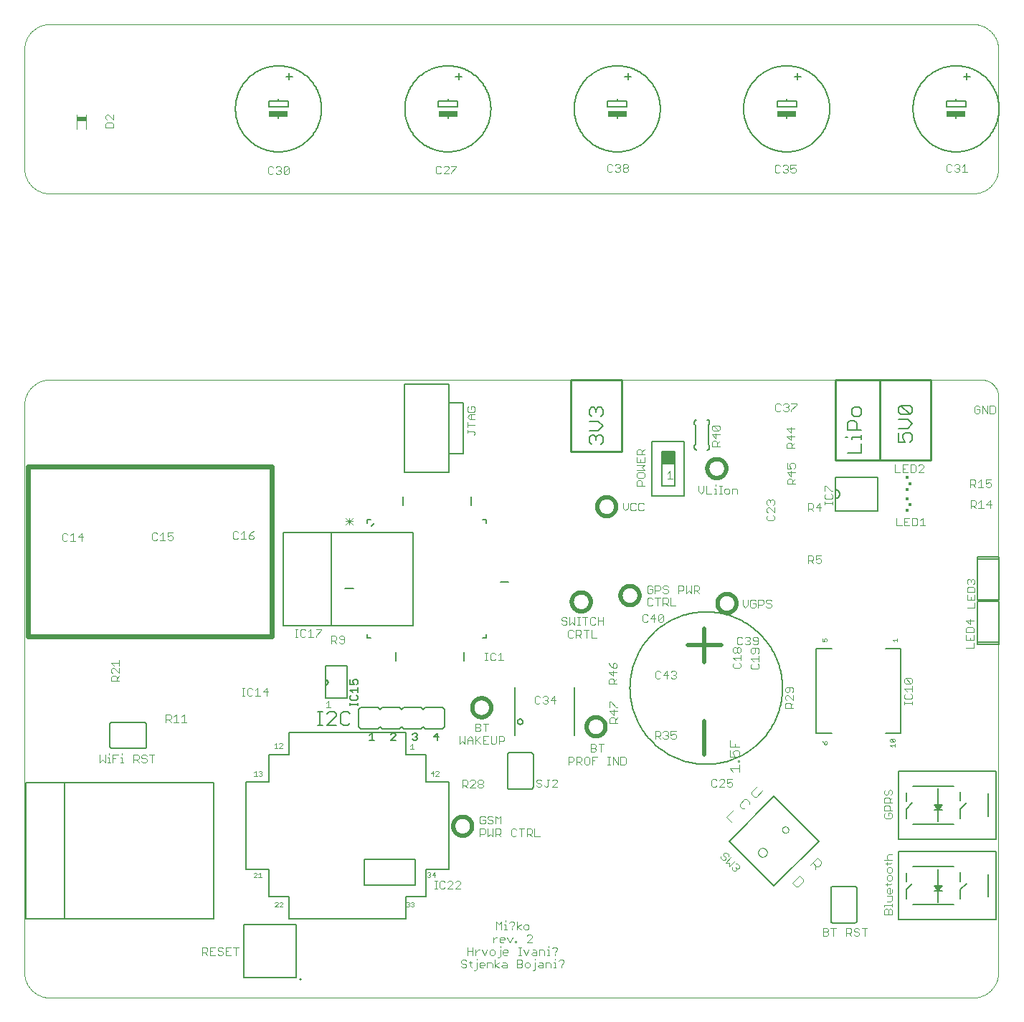
<source format=gto>
G75*
%MOIN*%
%OFA0B0*%
%FSLAX25Y25*%
%IPPOS*%
%LPD*%
%AMOC8*
5,1,8,0,0,1.08239X$1,22.5*
%
%ADD10C,0.00000*%
%ADD11C,0.01969*%
%ADD12C,0.02362*%
%ADD13C,0.00300*%
%ADD14C,0.00600*%
%ADD15C,0.00984*%
%ADD16C,0.00500*%
%ADD17C,0.02000*%
%ADD18C,0.00400*%
%ADD19R,0.09000X0.02500*%
%ADD20R,0.04331X0.02362*%
%ADD21C,0.00050*%
%ADD22C,0.00200*%
%ADD23C,0.00800*%
%ADD24R,0.10000X0.01000*%
%ADD25R,0.01673X0.01280*%
%ADD26R,0.01378X0.01378*%
%ADD27R,0.06000X0.06000*%
%ADD28C,0.00787*%
D10*
X0071650Y0095547D02*
X0500784Y0095547D01*
X0501069Y0095550D01*
X0501355Y0095561D01*
X0501640Y0095578D01*
X0501924Y0095602D01*
X0502208Y0095633D01*
X0502491Y0095671D01*
X0502772Y0095716D01*
X0503053Y0095767D01*
X0503333Y0095825D01*
X0503611Y0095890D01*
X0503887Y0095962D01*
X0504161Y0096040D01*
X0504434Y0096125D01*
X0504704Y0096217D01*
X0504972Y0096315D01*
X0505238Y0096419D01*
X0505501Y0096530D01*
X0505761Y0096647D01*
X0506019Y0096770D01*
X0506273Y0096900D01*
X0506524Y0097036D01*
X0506772Y0097177D01*
X0507016Y0097325D01*
X0507257Y0097478D01*
X0507493Y0097638D01*
X0507726Y0097803D01*
X0507955Y0097973D01*
X0508180Y0098149D01*
X0508400Y0098331D01*
X0508616Y0098517D01*
X0508827Y0098709D01*
X0509034Y0098906D01*
X0509236Y0099108D01*
X0509433Y0099315D01*
X0509625Y0099526D01*
X0509811Y0099742D01*
X0509993Y0099962D01*
X0510169Y0100187D01*
X0510339Y0100416D01*
X0510504Y0100649D01*
X0510664Y0100885D01*
X0510817Y0101126D01*
X0510965Y0101370D01*
X0511106Y0101618D01*
X0511242Y0101869D01*
X0511372Y0102123D01*
X0511495Y0102381D01*
X0511612Y0102641D01*
X0511723Y0102904D01*
X0511827Y0103170D01*
X0511925Y0103438D01*
X0512017Y0103708D01*
X0512102Y0103981D01*
X0512180Y0104255D01*
X0512252Y0104531D01*
X0512317Y0104809D01*
X0512375Y0105089D01*
X0512426Y0105370D01*
X0512471Y0105651D01*
X0512509Y0105934D01*
X0512540Y0106218D01*
X0512564Y0106502D01*
X0512581Y0106787D01*
X0512592Y0107073D01*
X0512595Y0107358D01*
X0512595Y0375075D01*
X0512593Y0375265D01*
X0512586Y0375455D01*
X0512574Y0375645D01*
X0512558Y0375835D01*
X0512538Y0376024D01*
X0512512Y0376213D01*
X0512483Y0376401D01*
X0512448Y0376588D01*
X0512409Y0376774D01*
X0512366Y0376959D01*
X0512318Y0377144D01*
X0512266Y0377327D01*
X0512210Y0377508D01*
X0512149Y0377688D01*
X0512083Y0377867D01*
X0512014Y0378044D01*
X0511940Y0378220D01*
X0511862Y0378393D01*
X0511779Y0378565D01*
X0511693Y0378734D01*
X0511603Y0378902D01*
X0511508Y0379067D01*
X0511410Y0379230D01*
X0511307Y0379390D01*
X0511201Y0379548D01*
X0511091Y0379703D01*
X0510978Y0379856D01*
X0510860Y0380006D01*
X0510739Y0380152D01*
X0510615Y0380296D01*
X0510487Y0380437D01*
X0510356Y0380575D01*
X0510221Y0380710D01*
X0510083Y0380841D01*
X0509942Y0380969D01*
X0509798Y0381093D01*
X0509652Y0381214D01*
X0509502Y0381332D01*
X0509349Y0381445D01*
X0509194Y0381555D01*
X0509036Y0381661D01*
X0508876Y0381764D01*
X0508713Y0381862D01*
X0508548Y0381957D01*
X0508380Y0382047D01*
X0508211Y0382133D01*
X0508039Y0382216D01*
X0507866Y0382294D01*
X0507690Y0382368D01*
X0507513Y0382437D01*
X0507334Y0382503D01*
X0507154Y0382564D01*
X0506973Y0382620D01*
X0506790Y0382672D01*
X0506605Y0382720D01*
X0506420Y0382763D01*
X0506234Y0382802D01*
X0506047Y0382837D01*
X0505859Y0382866D01*
X0505670Y0382892D01*
X0505481Y0382912D01*
X0505291Y0382928D01*
X0505101Y0382940D01*
X0504911Y0382947D01*
X0504721Y0382949D01*
X0071650Y0382949D01*
X0071365Y0382946D01*
X0071079Y0382935D01*
X0070794Y0382918D01*
X0070510Y0382894D01*
X0070226Y0382863D01*
X0069943Y0382825D01*
X0069662Y0382780D01*
X0069381Y0382729D01*
X0069101Y0382671D01*
X0068823Y0382606D01*
X0068547Y0382534D01*
X0068273Y0382456D01*
X0068000Y0382371D01*
X0067730Y0382279D01*
X0067462Y0382181D01*
X0067196Y0382077D01*
X0066933Y0381966D01*
X0066673Y0381849D01*
X0066415Y0381726D01*
X0066161Y0381596D01*
X0065910Y0381460D01*
X0065662Y0381319D01*
X0065418Y0381171D01*
X0065177Y0381018D01*
X0064941Y0380858D01*
X0064708Y0380693D01*
X0064479Y0380523D01*
X0064254Y0380347D01*
X0064034Y0380165D01*
X0063818Y0379979D01*
X0063607Y0379787D01*
X0063400Y0379590D01*
X0063198Y0379388D01*
X0063001Y0379181D01*
X0062809Y0378970D01*
X0062623Y0378754D01*
X0062441Y0378534D01*
X0062265Y0378309D01*
X0062095Y0378080D01*
X0061930Y0377847D01*
X0061770Y0377611D01*
X0061617Y0377370D01*
X0061469Y0377126D01*
X0061328Y0376878D01*
X0061192Y0376627D01*
X0061062Y0376373D01*
X0060939Y0376115D01*
X0060822Y0375855D01*
X0060711Y0375592D01*
X0060607Y0375326D01*
X0060509Y0375058D01*
X0060417Y0374788D01*
X0060332Y0374515D01*
X0060254Y0374241D01*
X0060182Y0373965D01*
X0060117Y0373687D01*
X0060059Y0373407D01*
X0060008Y0373126D01*
X0059963Y0372845D01*
X0059925Y0372562D01*
X0059894Y0372278D01*
X0059870Y0371994D01*
X0059853Y0371709D01*
X0059842Y0371423D01*
X0059839Y0371138D01*
X0059839Y0107358D01*
X0059842Y0107073D01*
X0059853Y0106787D01*
X0059870Y0106502D01*
X0059894Y0106218D01*
X0059925Y0105934D01*
X0059963Y0105651D01*
X0060008Y0105370D01*
X0060059Y0105089D01*
X0060117Y0104809D01*
X0060182Y0104531D01*
X0060254Y0104255D01*
X0060332Y0103981D01*
X0060417Y0103708D01*
X0060509Y0103438D01*
X0060607Y0103170D01*
X0060711Y0102904D01*
X0060822Y0102641D01*
X0060939Y0102381D01*
X0061062Y0102123D01*
X0061192Y0101869D01*
X0061328Y0101618D01*
X0061469Y0101370D01*
X0061617Y0101126D01*
X0061770Y0100885D01*
X0061930Y0100649D01*
X0062095Y0100416D01*
X0062265Y0100187D01*
X0062441Y0099962D01*
X0062623Y0099742D01*
X0062809Y0099526D01*
X0063001Y0099315D01*
X0063198Y0099108D01*
X0063400Y0098906D01*
X0063607Y0098709D01*
X0063818Y0098517D01*
X0064034Y0098331D01*
X0064254Y0098149D01*
X0064479Y0097973D01*
X0064708Y0097803D01*
X0064941Y0097638D01*
X0065177Y0097478D01*
X0065418Y0097325D01*
X0065662Y0097177D01*
X0065910Y0097036D01*
X0066161Y0096900D01*
X0066415Y0096770D01*
X0066673Y0096647D01*
X0066933Y0096530D01*
X0067196Y0096419D01*
X0067462Y0096315D01*
X0067730Y0096217D01*
X0068000Y0096125D01*
X0068273Y0096040D01*
X0068547Y0095962D01*
X0068823Y0095890D01*
X0069101Y0095825D01*
X0069381Y0095767D01*
X0069662Y0095716D01*
X0069943Y0095671D01*
X0070226Y0095633D01*
X0070510Y0095602D01*
X0070794Y0095578D01*
X0071079Y0095561D01*
X0071365Y0095550D01*
X0071650Y0095547D01*
X0400908Y0163093D02*
X0400910Y0163184D01*
X0400916Y0163274D01*
X0400926Y0163365D01*
X0400940Y0163454D01*
X0400958Y0163543D01*
X0400979Y0163632D01*
X0401005Y0163719D01*
X0401034Y0163805D01*
X0401068Y0163889D01*
X0401104Y0163972D01*
X0401145Y0164054D01*
X0401189Y0164133D01*
X0401236Y0164211D01*
X0401287Y0164286D01*
X0401341Y0164359D01*
X0401398Y0164429D01*
X0401458Y0164497D01*
X0401521Y0164563D01*
X0401587Y0164625D01*
X0401656Y0164684D01*
X0401727Y0164741D01*
X0401801Y0164794D01*
X0401877Y0164844D01*
X0401955Y0164891D01*
X0402035Y0164934D01*
X0402116Y0164973D01*
X0402200Y0165009D01*
X0402285Y0165041D01*
X0402371Y0165070D01*
X0402458Y0165094D01*
X0402547Y0165115D01*
X0402636Y0165132D01*
X0402726Y0165145D01*
X0402816Y0165154D01*
X0402907Y0165159D01*
X0402998Y0165160D01*
X0403088Y0165157D01*
X0403179Y0165150D01*
X0403269Y0165139D01*
X0403359Y0165124D01*
X0403448Y0165105D01*
X0403536Y0165083D01*
X0403622Y0165056D01*
X0403708Y0165026D01*
X0403792Y0164992D01*
X0403875Y0164954D01*
X0403956Y0164913D01*
X0404035Y0164868D01*
X0404112Y0164819D01*
X0404186Y0164768D01*
X0404259Y0164713D01*
X0404329Y0164655D01*
X0404396Y0164594D01*
X0404460Y0164530D01*
X0404522Y0164464D01*
X0404581Y0164394D01*
X0404636Y0164323D01*
X0404689Y0164248D01*
X0404738Y0164172D01*
X0404784Y0164094D01*
X0404826Y0164013D01*
X0404865Y0163931D01*
X0404900Y0163847D01*
X0404931Y0163762D01*
X0404958Y0163675D01*
X0404982Y0163588D01*
X0405002Y0163499D01*
X0405018Y0163410D01*
X0405030Y0163320D01*
X0405038Y0163229D01*
X0405042Y0163138D01*
X0405042Y0163048D01*
X0405038Y0162957D01*
X0405030Y0162866D01*
X0405018Y0162776D01*
X0405002Y0162687D01*
X0404982Y0162598D01*
X0404958Y0162511D01*
X0404931Y0162424D01*
X0404900Y0162339D01*
X0404865Y0162255D01*
X0404826Y0162173D01*
X0404784Y0162092D01*
X0404738Y0162014D01*
X0404689Y0161938D01*
X0404636Y0161863D01*
X0404581Y0161792D01*
X0404522Y0161722D01*
X0404460Y0161656D01*
X0404396Y0161592D01*
X0404329Y0161531D01*
X0404259Y0161473D01*
X0404186Y0161418D01*
X0404112Y0161367D01*
X0404035Y0161318D01*
X0403956Y0161273D01*
X0403875Y0161232D01*
X0403792Y0161194D01*
X0403708Y0161160D01*
X0403622Y0161130D01*
X0403536Y0161103D01*
X0403448Y0161081D01*
X0403359Y0161062D01*
X0403269Y0161047D01*
X0403179Y0161036D01*
X0403088Y0161029D01*
X0402998Y0161026D01*
X0402907Y0161027D01*
X0402816Y0161032D01*
X0402726Y0161041D01*
X0402636Y0161054D01*
X0402547Y0161071D01*
X0402458Y0161092D01*
X0402371Y0161116D01*
X0402285Y0161145D01*
X0402200Y0161177D01*
X0402116Y0161213D01*
X0402035Y0161252D01*
X0401955Y0161295D01*
X0401877Y0161342D01*
X0401801Y0161392D01*
X0401727Y0161445D01*
X0401656Y0161502D01*
X0401587Y0161561D01*
X0401521Y0161623D01*
X0401458Y0161689D01*
X0401398Y0161757D01*
X0401341Y0161827D01*
X0401287Y0161900D01*
X0401236Y0161975D01*
X0401189Y0162053D01*
X0401145Y0162132D01*
X0401104Y0162214D01*
X0401068Y0162297D01*
X0401034Y0162381D01*
X0401005Y0162467D01*
X0400979Y0162554D01*
X0400958Y0162643D01*
X0400940Y0162732D01*
X0400926Y0162821D01*
X0400916Y0162912D01*
X0400910Y0163002D01*
X0400908Y0163093D01*
X0412078Y0173671D02*
X0412080Y0173748D01*
X0412086Y0173824D01*
X0412096Y0173900D01*
X0412110Y0173975D01*
X0412127Y0174050D01*
X0412149Y0174123D01*
X0412174Y0174196D01*
X0412204Y0174267D01*
X0412236Y0174336D01*
X0412273Y0174403D01*
X0412312Y0174469D01*
X0412355Y0174532D01*
X0412402Y0174593D01*
X0412451Y0174652D01*
X0412504Y0174708D01*
X0412559Y0174761D01*
X0412617Y0174811D01*
X0412677Y0174858D01*
X0412740Y0174902D01*
X0412805Y0174943D01*
X0412872Y0174980D01*
X0412941Y0175014D01*
X0413011Y0175044D01*
X0413083Y0175070D01*
X0413157Y0175092D01*
X0413231Y0175111D01*
X0413306Y0175126D01*
X0413382Y0175137D01*
X0413458Y0175144D01*
X0413535Y0175147D01*
X0413611Y0175146D01*
X0413688Y0175141D01*
X0413764Y0175132D01*
X0413840Y0175119D01*
X0413914Y0175102D01*
X0413988Y0175082D01*
X0414061Y0175057D01*
X0414132Y0175029D01*
X0414202Y0174997D01*
X0414270Y0174962D01*
X0414336Y0174923D01*
X0414400Y0174881D01*
X0414461Y0174835D01*
X0414521Y0174786D01*
X0414577Y0174735D01*
X0414631Y0174680D01*
X0414682Y0174623D01*
X0414730Y0174563D01*
X0414775Y0174501D01*
X0414816Y0174436D01*
X0414854Y0174370D01*
X0414889Y0174302D01*
X0414919Y0174231D01*
X0414947Y0174160D01*
X0414970Y0174087D01*
X0414990Y0174013D01*
X0415006Y0173938D01*
X0415018Y0173862D01*
X0415026Y0173786D01*
X0415030Y0173709D01*
X0415030Y0173633D01*
X0415026Y0173556D01*
X0415018Y0173480D01*
X0415006Y0173404D01*
X0414990Y0173329D01*
X0414970Y0173255D01*
X0414947Y0173182D01*
X0414919Y0173111D01*
X0414889Y0173040D01*
X0414854Y0172972D01*
X0414816Y0172906D01*
X0414775Y0172841D01*
X0414730Y0172779D01*
X0414682Y0172719D01*
X0414631Y0172662D01*
X0414577Y0172607D01*
X0414521Y0172556D01*
X0414461Y0172507D01*
X0414400Y0172461D01*
X0414336Y0172419D01*
X0414270Y0172380D01*
X0414202Y0172345D01*
X0414132Y0172313D01*
X0414061Y0172285D01*
X0413988Y0172260D01*
X0413914Y0172240D01*
X0413840Y0172223D01*
X0413764Y0172210D01*
X0413688Y0172201D01*
X0413611Y0172196D01*
X0413535Y0172195D01*
X0413458Y0172198D01*
X0413382Y0172205D01*
X0413306Y0172216D01*
X0413231Y0172231D01*
X0413157Y0172250D01*
X0413083Y0172272D01*
X0413011Y0172298D01*
X0412941Y0172328D01*
X0412872Y0172362D01*
X0412805Y0172399D01*
X0412740Y0172440D01*
X0412677Y0172484D01*
X0412617Y0172531D01*
X0412559Y0172581D01*
X0412504Y0172634D01*
X0412451Y0172690D01*
X0412402Y0172749D01*
X0412355Y0172810D01*
X0412312Y0172873D01*
X0412273Y0172939D01*
X0412236Y0173006D01*
X0412204Y0173075D01*
X0412174Y0173146D01*
X0412149Y0173219D01*
X0412127Y0173292D01*
X0412110Y0173367D01*
X0412096Y0173442D01*
X0412086Y0173518D01*
X0412080Y0173594D01*
X0412078Y0173671D01*
X0500784Y0469563D02*
X0071650Y0469563D01*
X0071365Y0469566D01*
X0071079Y0469577D01*
X0070794Y0469594D01*
X0070510Y0469618D01*
X0070226Y0469649D01*
X0069943Y0469687D01*
X0069662Y0469732D01*
X0069381Y0469783D01*
X0069101Y0469841D01*
X0068823Y0469906D01*
X0068547Y0469978D01*
X0068273Y0470056D01*
X0068000Y0470141D01*
X0067730Y0470233D01*
X0067462Y0470331D01*
X0067196Y0470435D01*
X0066933Y0470546D01*
X0066673Y0470663D01*
X0066415Y0470786D01*
X0066161Y0470916D01*
X0065910Y0471052D01*
X0065662Y0471193D01*
X0065418Y0471341D01*
X0065177Y0471494D01*
X0064941Y0471654D01*
X0064708Y0471819D01*
X0064479Y0471989D01*
X0064254Y0472165D01*
X0064034Y0472347D01*
X0063818Y0472533D01*
X0063607Y0472725D01*
X0063400Y0472922D01*
X0063198Y0473124D01*
X0063001Y0473331D01*
X0062809Y0473542D01*
X0062623Y0473758D01*
X0062441Y0473978D01*
X0062265Y0474203D01*
X0062095Y0474432D01*
X0061930Y0474665D01*
X0061770Y0474901D01*
X0061617Y0475142D01*
X0061469Y0475386D01*
X0061328Y0475634D01*
X0061192Y0475885D01*
X0061062Y0476139D01*
X0060939Y0476397D01*
X0060822Y0476657D01*
X0060711Y0476920D01*
X0060607Y0477186D01*
X0060509Y0477454D01*
X0060417Y0477724D01*
X0060332Y0477997D01*
X0060254Y0478271D01*
X0060182Y0478547D01*
X0060117Y0478825D01*
X0060059Y0479105D01*
X0060008Y0479386D01*
X0059963Y0479667D01*
X0059925Y0479950D01*
X0059894Y0480234D01*
X0059870Y0480518D01*
X0059853Y0480803D01*
X0059842Y0481089D01*
X0059839Y0481374D01*
X0059839Y0536492D01*
X0059842Y0536777D01*
X0059853Y0537063D01*
X0059870Y0537348D01*
X0059894Y0537632D01*
X0059925Y0537916D01*
X0059963Y0538199D01*
X0060008Y0538480D01*
X0060059Y0538761D01*
X0060117Y0539041D01*
X0060182Y0539319D01*
X0060254Y0539595D01*
X0060332Y0539869D01*
X0060417Y0540142D01*
X0060509Y0540412D01*
X0060607Y0540680D01*
X0060711Y0540946D01*
X0060822Y0541209D01*
X0060939Y0541469D01*
X0061062Y0541727D01*
X0061192Y0541981D01*
X0061328Y0542232D01*
X0061469Y0542480D01*
X0061617Y0542724D01*
X0061770Y0542965D01*
X0061930Y0543201D01*
X0062095Y0543434D01*
X0062265Y0543663D01*
X0062441Y0543888D01*
X0062623Y0544108D01*
X0062809Y0544324D01*
X0063001Y0544535D01*
X0063198Y0544742D01*
X0063400Y0544944D01*
X0063607Y0545141D01*
X0063818Y0545333D01*
X0064034Y0545519D01*
X0064254Y0545701D01*
X0064479Y0545877D01*
X0064708Y0546047D01*
X0064941Y0546212D01*
X0065177Y0546372D01*
X0065418Y0546525D01*
X0065662Y0546673D01*
X0065910Y0546814D01*
X0066161Y0546950D01*
X0066415Y0547080D01*
X0066673Y0547203D01*
X0066933Y0547320D01*
X0067196Y0547431D01*
X0067462Y0547535D01*
X0067730Y0547633D01*
X0068000Y0547725D01*
X0068273Y0547810D01*
X0068547Y0547888D01*
X0068823Y0547960D01*
X0069101Y0548025D01*
X0069381Y0548083D01*
X0069662Y0548134D01*
X0069943Y0548179D01*
X0070226Y0548217D01*
X0070510Y0548248D01*
X0070794Y0548272D01*
X0071079Y0548289D01*
X0071365Y0548300D01*
X0071650Y0548303D01*
X0500784Y0548303D01*
X0501069Y0548300D01*
X0501355Y0548289D01*
X0501640Y0548272D01*
X0501924Y0548248D01*
X0502208Y0548217D01*
X0502491Y0548179D01*
X0502772Y0548134D01*
X0503053Y0548083D01*
X0503333Y0548025D01*
X0503611Y0547960D01*
X0503887Y0547888D01*
X0504161Y0547810D01*
X0504434Y0547725D01*
X0504704Y0547633D01*
X0504972Y0547535D01*
X0505238Y0547431D01*
X0505501Y0547320D01*
X0505761Y0547203D01*
X0506019Y0547080D01*
X0506273Y0546950D01*
X0506524Y0546814D01*
X0506772Y0546673D01*
X0507016Y0546525D01*
X0507257Y0546372D01*
X0507493Y0546212D01*
X0507726Y0546047D01*
X0507955Y0545877D01*
X0508180Y0545701D01*
X0508400Y0545519D01*
X0508616Y0545333D01*
X0508827Y0545141D01*
X0509034Y0544944D01*
X0509236Y0544742D01*
X0509433Y0544535D01*
X0509625Y0544324D01*
X0509811Y0544108D01*
X0509993Y0543888D01*
X0510169Y0543663D01*
X0510339Y0543434D01*
X0510504Y0543201D01*
X0510664Y0542965D01*
X0510817Y0542724D01*
X0510965Y0542480D01*
X0511106Y0542232D01*
X0511242Y0541981D01*
X0511372Y0541727D01*
X0511495Y0541469D01*
X0511612Y0541209D01*
X0511723Y0540946D01*
X0511827Y0540680D01*
X0511925Y0540412D01*
X0512017Y0540142D01*
X0512102Y0539869D01*
X0512180Y0539595D01*
X0512252Y0539319D01*
X0512317Y0539041D01*
X0512375Y0538761D01*
X0512426Y0538480D01*
X0512471Y0538199D01*
X0512509Y0537916D01*
X0512540Y0537632D01*
X0512564Y0537348D01*
X0512581Y0537063D01*
X0512592Y0536777D01*
X0512595Y0536492D01*
X0512595Y0481374D01*
X0512592Y0481089D01*
X0512581Y0480803D01*
X0512564Y0480518D01*
X0512540Y0480234D01*
X0512509Y0479950D01*
X0512471Y0479667D01*
X0512426Y0479386D01*
X0512375Y0479105D01*
X0512317Y0478825D01*
X0512252Y0478547D01*
X0512180Y0478271D01*
X0512102Y0477997D01*
X0512017Y0477724D01*
X0511925Y0477454D01*
X0511827Y0477186D01*
X0511723Y0476920D01*
X0511612Y0476657D01*
X0511495Y0476397D01*
X0511372Y0476139D01*
X0511242Y0475885D01*
X0511106Y0475634D01*
X0510965Y0475386D01*
X0510817Y0475142D01*
X0510664Y0474901D01*
X0510504Y0474665D01*
X0510339Y0474432D01*
X0510169Y0474203D01*
X0509993Y0473978D01*
X0509811Y0473758D01*
X0509625Y0473542D01*
X0509433Y0473331D01*
X0509236Y0473124D01*
X0509034Y0472922D01*
X0508827Y0472725D01*
X0508616Y0472533D01*
X0508400Y0472347D01*
X0508180Y0472165D01*
X0507955Y0471989D01*
X0507726Y0471819D01*
X0507493Y0471654D01*
X0507257Y0471494D01*
X0507016Y0471341D01*
X0506772Y0471193D01*
X0506524Y0471052D01*
X0506273Y0470916D01*
X0506019Y0470786D01*
X0505761Y0470663D01*
X0505501Y0470546D01*
X0505238Y0470435D01*
X0504972Y0470331D01*
X0504704Y0470233D01*
X0504434Y0470141D01*
X0504161Y0470056D01*
X0503887Y0469978D01*
X0503611Y0469906D01*
X0503333Y0469841D01*
X0503053Y0469783D01*
X0502772Y0469732D01*
X0502491Y0469687D01*
X0502208Y0469649D01*
X0501924Y0469618D01*
X0501640Y0469594D01*
X0501355Y0469577D01*
X0501069Y0469566D01*
X0500784Y0469563D01*
D11*
X0377288Y0341610D02*
X0377290Y0341742D01*
X0377296Y0341875D01*
X0377306Y0342006D01*
X0377320Y0342138D01*
X0377338Y0342269D01*
X0377359Y0342400D01*
X0377385Y0342530D01*
X0377415Y0342659D01*
X0377448Y0342787D01*
X0377485Y0342914D01*
X0377527Y0343039D01*
X0377571Y0343164D01*
X0377620Y0343287D01*
X0377672Y0343409D01*
X0377728Y0343528D01*
X0377788Y0343647D01*
X0377850Y0343763D01*
X0377917Y0343878D01*
X0377987Y0343990D01*
X0378060Y0344100D01*
X0378137Y0344208D01*
X0378216Y0344314D01*
X0378299Y0344417D01*
X0378385Y0344518D01*
X0378474Y0344616D01*
X0378566Y0344711D01*
X0378660Y0344803D01*
X0378758Y0344893D01*
X0378858Y0344980D01*
X0378960Y0345063D01*
X0379065Y0345144D01*
X0379173Y0345221D01*
X0379282Y0345295D01*
X0379394Y0345366D01*
X0379508Y0345433D01*
X0379624Y0345497D01*
X0379742Y0345557D01*
X0379861Y0345614D01*
X0379983Y0345667D01*
X0380105Y0345717D01*
X0380229Y0345763D01*
X0380355Y0345805D01*
X0380482Y0345843D01*
X0380609Y0345877D01*
X0380738Y0345908D01*
X0380868Y0345935D01*
X0380998Y0345957D01*
X0381129Y0345976D01*
X0381261Y0345991D01*
X0381392Y0346002D01*
X0381525Y0346009D01*
X0381657Y0346012D01*
X0381789Y0346011D01*
X0381921Y0346006D01*
X0382054Y0345997D01*
X0382185Y0345984D01*
X0382316Y0345967D01*
X0382447Y0345946D01*
X0382577Y0345922D01*
X0382706Y0345893D01*
X0382835Y0345861D01*
X0382962Y0345824D01*
X0383088Y0345784D01*
X0383213Y0345740D01*
X0383336Y0345693D01*
X0383458Y0345641D01*
X0383579Y0345586D01*
X0383697Y0345528D01*
X0383814Y0345466D01*
X0383929Y0345400D01*
X0384042Y0345331D01*
X0384153Y0345259D01*
X0384261Y0345183D01*
X0384368Y0345104D01*
X0384471Y0345022D01*
X0384573Y0344937D01*
X0384671Y0344849D01*
X0384767Y0344758D01*
X0384861Y0344664D01*
X0384951Y0344567D01*
X0385038Y0344468D01*
X0385123Y0344366D01*
X0385204Y0344261D01*
X0385282Y0344154D01*
X0385357Y0344045D01*
X0385429Y0343934D01*
X0385497Y0343821D01*
X0385561Y0343705D01*
X0385623Y0343588D01*
X0385680Y0343469D01*
X0385734Y0343348D01*
X0385785Y0343226D01*
X0385832Y0343102D01*
X0385875Y0342977D01*
X0385914Y0342850D01*
X0385949Y0342723D01*
X0385981Y0342594D01*
X0386008Y0342465D01*
X0386032Y0342335D01*
X0386052Y0342204D01*
X0386068Y0342072D01*
X0386080Y0341941D01*
X0386088Y0341808D01*
X0386092Y0341676D01*
X0386092Y0341544D01*
X0386088Y0341412D01*
X0386080Y0341279D01*
X0386068Y0341148D01*
X0386052Y0341016D01*
X0386032Y0340885D01*
X0386008Y0340755D01*
X0385981Y0340626D01*
X0385949Y0340497D01*
X0385914Y0340370D01*
X0385875Y0340243D01*
X0385832Y0340118D01*
X0385785Y0339994D01*
X0385734Y0339872D01*
X0385680Y0339751D01*
X0385623Y0339632D01*
X0385561Y0339515D01*
X0385497Y0339399D01*
X0385429Y0339286D01*
X0385357Y0339175D01*
X0385282Y0339066D01*
X0385204Y0338959D01*
X0385123Y0338854D01*
X0385038Y0338752D01*
X0384951Y0338653D01*
X0384861Y0338556D01*
X0384767Y0338462D01*
X0384671Y0338371D01*
X0384573Y0338283D01*
X0384471Y0338198D01*
X0384368Y0338116D01*
X0384261Y0338037D01*
X0384153Y0337961D01*
X0384042Y0337889D01*
X0383929Y0337820D01*
X0383814Y0337754D01*
X0383697Y0337692D01*
X0383579Y0337634D01*
X0383458Y0337579D01*
X0383336Y0337527D01*
X0383213Y0337480D01*
X0383088Y0337436D01*
X0382962Y0337396D01*
X0382835Y0337359D01*
X0382706Y0337327D01*
X0382577Y0337298D01*
X0382447Y0337274D01*
X0382316Y0337253D01*
X0382185Y0337236D01*
X0382054Y0337223D01*
X0381921Y0337214D01*
X0381789Y0337209D01*
X0381657Y0337208D01*
X0381525Y0337211D01*
X0381392Y0337218D01*
X0381261Y0337229D01*
X0381129Y0337244D01*
X0380998Y0337263D01*
X0380868Y0337285D01*
X0380738Y0337312D01*
X0380609Y0337343D01*
X0380482Y0337377D01*
X0380355Y0337415D01*
X0380229Y0337457D01*
X0380105Y0337503D01*
X0379983Y0337553D01*
X0379861Y0337606D01*
X0379742Y0337663D01*
X0379624Y0337723D01*
X0379508Y0337787D01*
X0379394Y0337854D01*
X0379282Y0337925D01*
X0379173Y0337999D01*
X0379065Y0338076D01*
X0378960Y0338157D01*
X0378858Y0338240D01*
X0378758Y0338327D01*
X0378660Y0338417D01*
X0378566Y0338509D01*
X0378474Y0338604D01*
X0378385Y0338702D01*
X0378299Y0338803D01*
X0378216Y0338906D01*
X0378137Y0339012D01*
X0378060Y0339120D01*
X0377987Y0339230D01*
X0377917Y0339342D01*
X0377850Y0339457D01*
X0377788Y0339573D01*
X0377728Y0339692D01*
X0377672Y0339811D01*
X0377620Y0339933D01*
X0377571Y0340056D01*
X0377527Y0340181D01*
X0377485Y0340306D01*
X0377448Y0340433D01*
X0377415Y0340561D01*
X0377385Y0340690D01*
X0377359Y0340820D01*
X0377338Y0340951D01*
X0377320Y0341082D01*
X0377306Y0341214D01*
X0377296Y0341345D01*
X0377290Y0341478D01*
X0377288Y0341610D01*
X0326107Y0323894D02*
X0326109Y0324026D01*
X0326115Y0324159D01*
X0326125Y0324290D01*
X0326139Y0324422D01*
X0326157Y0324553D01*
X0326178Y0324684D01*
X0326204Y0324814D01*
X0326234Y0324943D01*
X0326267Y0325071D01*
X0326304Y0325198D01*
X0326346Y0325323D01*
X0326390Y0325448D01*
X0326439Y0325571D01*
X0326491Y0325693D01*
X0326547Y0325812D01*
X0326607Y0325931D01*
X0326669Y0326047D01*
X0326736Y0326162D01*
X0326806Y0326274D01*
X0326879Y0326384D01*
X0326956Y0326492D01*
X0327035Y0326598D01*
X0327118Y0326701D01*
X0327204Y0326802D01*
X0327293Y0326900D01*
X0327385Y0326995D01*
X0327479Y0327087D01*
X0327577Y0327177D01*
X0327677Y0327264D01*
X0327779Y0327347D01*
X0327884Y0327428D01*
X0327992Y0327505D01*
X0328101Y0327579D01*
X0328213Y0327650D01*
X0328327Y0327717D01*
X0328443Y0327781D01*
X0328561Y0327841D01*
X0328680Y0327898D01*
X0328802Y0327951D01*
X0328924Y0328001D01*
X0329048Y0328047D01*
X0329174Y0328089D01*
X0329301Y0328127D01*
X0329428Y0328161D01*
X0329557Y0328192D01*
X0329687Y0328219D01*
X0329817Y0328241D01*
X0329948Y0328260D01*
X0330080Y0328275D01*
X0330211Y0328286D01*
X0330344Y0328293D01*
X0330476Y0328296D01*
X0330608Y0328295D01*
X0330740Y0328290D01*
X0330873Y0328281D01*
X0331004Y0328268D01*
X0331135Y0328251D01*
X0331266Y0328230D01*
X0331396Y0328206D01*
X0331525Y0328177D01*
X0331654Y0328145D01*
X0331781Y0328108D01*
X0331907Y0328068D01*
X0332032Y0328024D01*
X0332155Y0327977D01*
X0332277Y0327925D01*
X0332398Y0327870D01*
X0332516Y0327812D01*
X0332633Y0327750D01*
X0332748Y0327684D01*
X0332861Y0327615D01*
X0332972Y0327543D01*
X0333080Y0327467D01*
X0333187Y0327388D01*
X0333290Y0327306D01*
X0333392Y0327221D01*
X0333490Y0327133D01*
X0333586Y0327042D01*
X0333680Y0326948D01*
X0333770Y0326851D01*
X0333857Y0326752D01*
X0333942Y0326650D01*
X0334023Y0326545D01*
X0334101Y0326438D01*
X0334176Y0326329D01*
X0334248Y0326218D01*
X0334316Y0326105D01*
X0334380Y0325989D01*
X0334442Y0325872D01*
X0334499Y0325753D01*
X0334553Y0325632D01*
X0334604Y0325510D01*
X0334651Y0325386D01*
X0334694Y0325261D01*
X0334733Y0325134D01*
X0334768Y0325007D01*
X0334800Y0324878D01*
X0334827Y0324749D01*
X0334851Y0324619D01*
X0334871Y0324488D01*
X0334887Y0324356D01*
X0334899Y0324225D01*
X0334907Y0324092D01*
X0334911Y0323960D01*
X0334911Y0323828D01*
X0334907Y0323696D01*
X0334899Y0323563D01*
X0334887Y0323432D01*
X0334871Y0323300D01*
X0334851Y0323169D01*
X0334827Y0323039D01*
X0334800Y0322910D01*
X0334768Y0322781D01*
X0334733Y0322654D01*
X0334694Y0322527D01*
X0334651Y0322402D01*
X0334604Y0322278D01*
X0334553Y0322156D01*
X0334499Y0322035D01*
X0334442Y0321916D01*
X0334380Y0321799D01*
X0334316Y0321683D01*
X0334248Y0321570D01*
X0334176Y0321459D01*
X0334101Y0321350D01*
X0334023Y0321243D01*
X0333942Y0321138D01*
X0333857Y0321036D01*
X0333770Y0320937D01*
X0333680Y0320840D01*
X0333586Y0320746D01*
X0333490Y0320655D01*
X0333392Y0320567D01*
X0333290Y0320482D01*
X0333187Y0320400D01*
X0333080Y0320321D01*
X0332972Y0320245D01*
X0332861Y0320173D01*
X0332748Y0320104D01*
X0332633Y0320038D01*
X0332516Y0319976D01*
X0332398Y0319918D01*
X0332277Y0319863D01*
X0332155Y0319811D01*
X0332032Y0319764D01*
X0331907Y0319720D01*
X0331781Y0319680D01*
X0331654Y0319643D01*
X0331525Y0319611D01*
X0331396Y0319582D01*
X0331266Y0319558D01*
X0331135Y0319537D01*
X0331004Y0319520D01*
X0330873Y0319507D01*
X0330740Y0319498D01*
X0330608Y0319493D01*
X0330476Y0319492D01*
X0330344Y0319495D01*
X0330211Y0319502D01*
X0330080Y0319513D01*
X0329948Y0319528D01*
X0329817Y0319547D01*
X0329687Y0319569D01*
X0329557Y0319596D01*
X0329428Y0319627D01*
X0329301Y0319661D01*
X0329174Y0319699D01*
X0329048Y0319741D01*
X0328924Y0319787D01*
X0328802Y0319837D01*
X0328680Y0319890D01*
X0328561Y0319947D01*
X0328443Y0320007D01*
X0328327Y0320071D01*
X0328213Y0320138D01*
X0328101Y0320209D01*
X0327992Y0320283D01*
X0327884Y0320360D01*
X0327779Y0320441D01*
X0327677Y0320524D01*
X0327577Y0320611D01*
X0327479Y0320701D01*
X0327385Y0320793D01*
X0327293Y0320888D01*
X0327204Y0320986D01*
X0327118Y0321087D01*
X0327035Y0321190D01*
X0326956Y0321296D01*
X0326879Y0321404D01*
X0326806Y0321514D01*
X0326736Y0321626D01*
X0326669Y0321741D01*
X0326607Y0321857D01*
X0326547Y0321976D01*
X0326491Y0322095D01*
X0326439Y0322217D01*
X0326390Y0322340D01*
X0326346Y0322465D01*
X0326304Y0322590D01*
X0326267Y0322717D01*
X0326234Y0322845D01*
X0326204Y0322974D01*
X0326178Y0323104D01*
X0326157Y0323235D01*
X0326139Y0323366D01*
X0326125Y0323498D01*
X0326115Y0323629D01*
X0326109Y0323762D01*
X0326107Y0323894D01*
X0336933Y0282555D02*
X0336935Y0282687D01*
X0336941Y0282820D01*
X0336951Y0282951D01*
X0336965Y0283083D01*
X0336983Y0283214D01*
X0337004Y0283345D01*
X0337030Y0283475D01*
X0337060Y0283604D01*
X0337093Y0283732D01*
X0337130Y0283859D01*
X0337172Y0283984D01*
X0337216Y0284109D01*
X0337265Y0284232D01*
X0337317Y0284354D01*
X0337373Y0284473D01*
X0337433Y0284592D01*
X0337495Y0284708D01*
X0337562Y0284823D01*
X0337632Y0284935D01*
X0337705Y0285045D01*
X0337782Y0285153D01*
X0337861Y0285259D01*
X0337944Y0285362D01*
X0338030Y0285463D01*
X0338119Y0285561D01*
X0338211Y0285656D01*
X0338305Y0285748D01*
X0338403Y0285838D01*
X0338503Y0285925D01*
X0338605Y0286008D01*
X0338710Y0286089D01*
X0338818Y0286166D01*
X0338927Y0286240D01*
X0339039Y0286311D01*
X0339153Y0286378D01*
X0339269Y0286442D01*
X0339387Y0286502D01*
X0339506Y0286559D01*
X0339628Y0286612D01*
X0339750Y0286662D01*
X0339874Y0286708D01*
X0340000Y0286750D01*
X0340127Y0286788D01*
X0340254Y0286822D01*
X0340383Y0286853D01*
X0340513Y0286880D01*
X0340643Y0286902D01*
X0340774Y0286921D01*
X0340906Y0286936D01*
X0341037Y0286947D01*
X0341170Y0286954D01*
X0341302Y0286957D01*
X0341434Y0286956D01*
X0341566Y0286951D01*
X0341699Y0286942D01*
X0341830Y0286929D01*
X0341961Y0286912D01*
X0342092Y0286891D01*
X0342222Y0286867D01*
X0342351Y0286838D01*
X0342480Y0286806D01*
X0342607Y0286769D01*
X0342733Y0286729D01*
X0342858Y0286685D01*
X0342981Y0286638D01*
X0343103Y0286586D01*
X0343224Y0286531D01*
X0343342Y0286473D01*
X0343459Y0286411D01*
X0343574Y0286345D01*
X0343687Y0286276D01*
X0343798Y0286204D01*
X0343906Y0286128D01*
X0344013Y0286049D01*
X0344116Y0285967D01*
X0344218Y0285882D01*
X0344316Y0285794D01*
X0344412Y0285703D01*
X0344506Y0285609D01*
X0344596Y0285512D01*
X0344683Y0285413D01*
X0344768Y0285311D01*
X0344849Y0285206D01*
X0344927Y0285099D01*
X0345002Y0284990D01*
X0345074Y0284879D01*
X0345142Y0284766D01*
X0345206Y0284650D01*
X0345268Y0284533D01*
X0345325Y0284414D01*
X0345379Y0284293D01*
X0345430Y0284171D01*
X0345477Y0284047D01*
X0345520Y0283922D01*
X0345559Y0283795D01*
X0345594Y0283668D01*
X0345626Y0283539D01*
X0345653Y0283410D01*
X0345677Y0283280D01*
X0345697Y0283149D01*
X0345713Y0283017D01*
X0345725Y0282886D01*
X0345733Y0282753D01*
X0345737Y0282621D01*
X0345737Y0282489D01*
X0345733Y0282357D01*
X0345725Y0282224D01*
X0345713Y0282093D01*
X0345697Y0281961D01*
X0345677Y0281830D01*
X0345653Y0281700D01*
X0345626Y0281571D01*
X0345594Y0281442D01*
X0345559Y0281315D01*
X0345520Y0281188D01*
X0345477Y0281063D01*
X0345430Y0280939D01*
X0345379Y0280817D01*
X0345325Y0280696D01*
X0345268Y0280577D01*
X0345206Y0280460D01*
X0345142Y0280344D01*
X0345074Y0280231D01*
X0345002Y0280120D01*
X0344927Y0280011D01*
X0344849Y0279904D01*
X0344768Y0279799D01*
X0344683Y0279697D01*
X0344596Y0279598D01*
X0344506Y0279501D01*
X0344412Y0279407D01*
X0344316Y0279316D01*
X0344218Y0279228D01*
X0344116Y0279143D01*
X0344013Y0279061D01*
X0343906Y0278982D01*
X0343798Y0278906D01*
X0343687Y0278834D01*
X0343574Y0278765D01*
X0343459Y0278699D01*
X0343342Y0278637D01*
X0343224Y0278579D01*
X0343103Y0278524D01*
X0342981Y0278472D01*
X0342858Y0278425D01*
X0342733Y0278381D01*
X0342607Y0278341D01*
X0342480Y0278304D01*
X0342351Y0278272D01*
X0342222Y0278243D01*
X0342092Y0278219D01*
X0341961Y0278198D01*
X0341830Y0278181D01*
X0341699Y0278168D01*
X0341566Y0278159D01*
X0341434Y0278154D01*
X0341302Y0278153D01*
X0341170Y0278156D01*
X0341037Y0278163D01*
X0340906Y0278174D01*
X0340774Y0278189D01*
X0340643Y0278208D01*
X0340513Y0278230D01*
X0340383Y0278257D01*
X0340254Y0278288D01*
X0340127Y0278322D01*
X0340000Y0278360D01*
X0339874Y0278402D01*
X0339750Y0278448D01*
X0339628Y0278498D01*
X0339506Y0278551D01*
X0339387Y0278608D01*
X0339269Y0278668D01*
X0339153Y0278732D01*
X0339039Y0278799D01*
X0338927Y0278870D01*
X0338818Y0278944D01*
X0338710Y0279021D01*
X0338605Y0279102D01*
X0338503Y0279185D01*
X0338403Y0279272D01*
X0338305Y0279362D01*
X0338211Y0279454D01*
X0338119Y0279549D01*
X0338030Y0279647D01*
X0337944Y0279748D01*
X0337861Y0279851D01*
X0337782Y0279957D01*
X0337705Y0280065D01*
X0337632Y0280175D01*
X0337562Y0280287D01*
X0337495Y0280402D01*
X0337433Y0280518D01*
X0337373Y0280637D01*
X0337317Y0280756D01*
X0337265Y0280878D01*
X0337216Y0281001D01*
X0337172Y0281126D01*
X0337130Y0281251D01*
X0337093Y0281378D01*
X0337060Y0281506D01*
X0337030Y0281635D01*
X0337004Y0281765D01*
X0336983Y0281896D01*
X0336965Y0282027D01*
X0336951Y0282159D01*
X0336941Y0282290D01*
X0336935Y0282423D01*
X0336933Y0282555D01*
X0314296Y0279602D02*
X0314298Y0279734D01*
X0314304Y0279867D01*
X0314314Y0279998D01*
X0314328Y0280130D01*
X0314346Y0280261D01*
X0314367Y0280392D01*
X0314393Y0280522D01*
X0314423Y0280651D01*
X0314456Y0280779D01*
X0314493Y0280906D01*
X0314535Y0281031D01*
X0314579Y0281156D01*
X0314628Y0281279D01*
X0314680Y0281401D01*
X0314736Y0281520D01*
X0314796Y0281639D01*
X0314858Y0281755D01*
X0314925Y0281870D01*
X0314995Y0281982D01*
X0315068Y0282092D01*
X0315145Y0282200D01*
X0315224Y0282306D01*
X0315307Y0282409D01*
X0315393Y0282510D01*
X0315482Y0282608D01*
X0315574Y0282703D01*
X0315668Y0282795D01*
X0315766Y0282885D01*
X0315866Y0282972D01*
X0315968Y0283055D01*
X0316073Y0283136D01*
X0316181Y0283213D01*
X0316290Y0283287D01*
X0316402Y0283358D01*
X0316516Y0283425D01*
X0316632Y0283489D01*
X0316750Y0283549D01*
X0316869Y0283606D01*
X0316991Y0283659D01*
X0317113Y0283709D01*
X0317237Y0283755D01*
X0317363Y0283797D01*
X0317490Y0283835D01*
X0317617Y0283869D01*
X0317746Y0283900D01*
X0317876Y0283927D01*
X0318006Y0283949D01*
X0318137Y0283968D01*
X0318269Y0283983D01*
X0318400Y0283994D01*
X0318533Y0284001D01*
X0318665Y0284004D01*
X0318797Y0284003D01*
X0318929Y0283998D01*
X0319062Y0283989D01*
X0319193Y0283976D01*
X0319324Y0283959D01*
X0319455Y0283938D01*
X0319585Y0283914D01*
X0319714Y0283885D01*
X0319843Y0283853D01*
X0319970Y0283816D01*
X0320096Y0283776D01*
X0320221Y0283732D01*
X0320344Y0283685D01*
X0320466Y0283633D01*
X0320587Y0283578D01*
X0320705Y0283520D01*
X0320822Y0283458D01*
X0320937Y0283392D01*
X0321050Y0283323D01*
X0321161Y0283251D01*
X0321269Y0283175D01*
X0321376Y0283096D01*
X0321479Y0283014D01*
X0321581Y0282929D01*
X0321679Y0282841D01*
X0321775Y0282750D01*
X0321869Y0282656D01*
X0321959Y0282559D01*
X0322046Y0282460D01*
X0322131Y0282358D01*
X0322212Y0282253D01*
X0322290Y0282146D01*
X0322365Y0282037D01*
X0322437Y0281926D01*
X0322505Y0281813D01*
X0322569Y0281697D01*
X0322631Y0281580D01*
X0322688Y0281461D01*
X0322742Y0281340D01*
X0322793Y0281218D01*
X0322840Y0281094D01*
X0322883Y0280969D01*
X0322922Y0280842D01*
X0322957Y0280715D01*
X0322989Y0280586D01*
X0323016Y0280457D01*
X0323040Y0280327D01*
X0323060Y0280196D01*
X0323076Y0280064D01*
X0323088Y0279933D01*
X0323096Y0279800D01*
X0323100Y0279668D01*
X0323100Y0279536D01*
X0323096Y0279404D01*
X0323088Y0279271D01*
X0323076Y0279140D01*
X0323060Y0279008D01*
X0323040Y0278877D01*
X0323016Y0278747D01*
X0322989Y0278618D01*
X0322957Y0278489D01*
X0322922Y0278362D01*
X0322883Y0278235D01*
X0322840Y0278110D01*
X0322793Y0277986D01*
X0322742Y0277864D01*
X0322688Y0277743D01*
X0322631Y0277624D01*
X0322569Y0277507D01*
X0322505Y0277391D01*
X0322437Y0277278D01*
X0322365Y0277167D01*
X0322290Y0277058D01*
X0322212Y0276951D01*
X0322131Y0276846D01*
X0322046Y0276744D01*
X0321959Y0276645D01*
X0321869Y0276548D01*
X0321775Y0276454D01*
X0321679Y0276363D01*
X0321581Y0276275D01*
X0321479Y0276190D01*
X0321376Y0276108D01*
X0321269Y0276029D01*
X0321161Y0275953D01*
X0321050Y0275881D01*
X0320937Y0275812D01*
X0320822Y0275746D01*
X0320705Y0275684D01*
X0320587Y0275626D01*
X0320466Y0275571D01*
X0320344Y0275519D01*
X0320221Y0275472D01*
X0320096Y0275428D01*
X0319970Y0275388D01*
X0319843Y0275351D01*
X0319714Y0275319D01*
X0319585Y0275290D01*
X0319455Y0275266D01*
X0319324Y0275245D01*
X0319193Y0275228D01*
X0319062Y0275215D01*
X0318929Y0275206D01*
X0318797Y0275201D01*
X0318665Y0275200D01*
X0318533Y0275203D01*
X0318400Y0275210D01*
X0318269Y0275221D01*
X0318137Y0275236D01*
X0318006Y0275255D01*
X0317876Y0275277D01*
X0317746Y0275304D01*
X0317617Y0275335D01*
X0317490Y0275369D01*
X0317363Y0275407D01*
X0317237Y0275449D01*
X0317113Y0275495D01*
X0316991Y0275545D01*
X0316869Y0275598D01*
X0316750Y0275655D01*
X0316632Y0275715D01*
X0316516Y0275779D01*
X0316402Y0275846D01*
X0316290Y0275917D01*
X0316181Y0275991D01*
X0316073Y0276068D01*
X0315968Y0276149D01*
X0315866Y0276232D01*
X0315766Y0276319D01*
X0315668Y0276409D01*
X0315574Y0276501D01*
X0315482Y0276596D01*
X0315393Y0276694D01*
X0315307Y0276795D01*
X0315224Y0276898D01*
X0315145Y0277004D01*
X0315068Y0277112D01*
X0314995Y0277222D01*
X0314925Y0277334D01*
X0314858Y0277449D01*
X0314796Y0277565D01*
X0314736Y0277684D01*
X0314680Y0277803D01*
X0314628Y0277925D01*
X0314579Y0278048D01*
X0314535Y0278173D01*
X0314493Y0278298D01*
X0314456Y0278425D01*
X0314423Y0278553D01*
X0314393Y0278682D01*
X0314367Y0278812D01*
X0314346Y0278943D01*
X0314328Y0279074D01*
X0314314Y0279206D01*
X0314304Y0279337D01*
X0314298Y0279470D01*
X0314296Y0279602D01*
X0268036Y0230390D02*
X0268038Y0230522D01*
X0268044Y0230655D01*
X0268054Y0230786D01*
X0268068Y0230918D01*
X0268086Y0231049D01*
X0268107Y0231180D01*
X0268133Y0231310D01*
X0268163Y0231439D01*
X0268196Y0231567D01*
X0268233Y0231694D01*
X0268275Y0231819D01*
X0268319Y0231944D01*
X0268368Y0232067D01*
X0268420Y0232189D01*
X0268476Y0232308D01*
X0268536Y0232427D01*
X0268598Y0232543D01*
X0268665Y0232658D01*
X0268735Y0232770D01*
X0268808Y0232880D01*
X0268885Y0232988D01*
X0268964Y0233094D01*
X0269047Y0233197D01*
X0269133Y0233298D01*
X0269222Y0233396D01*
X0269314Y0233491D01*
X0269408Y0233583D01*
X0269506Y0233673D01*
X0269606Y0233760D01*
X0269708Y0233843D01*
X0269813Y0233924D01*
X0269921Y0234001D01*
X0270030Y0234075D01*
X0270142Y0234146D01*
X0270256Y0234213D01*
X0270372Y0234277D01*
X0270490Y0234337D01*
X0270609Y0234394D01*
X0270731Y0234447D01*
X0270853Y0234497D01*
X0270977Y0234543D01*
X0271103Y0234585D01*
X0271230Y0234623D01*
X0271357Y0234657D01*
X0271486Y0234688D01*
X0271616Y0234715D01*
X0271746Y0234737D01*
X0271877Y0234756D01*
X0272009Y0234771D01*
X0272140Y0234782D01*
X0272273Y0234789D01*
X0272405Y0234792D01*
X0272537Y0234791D01*
X0272669Y0234786D01*
X0272802Y0234777D01*
X0272933Y0234764D01*
X0273064Y0234747D01*
X0273195Y0234726D01*
X0273325Y0234702D01*
X0273454Y0234673D01*
X0273583Y0234641D01*
X0273710Y0234604D01*
X0273836Y0234564D01*
X0273961Y0234520D01*
X0274084Y0234473D01*
X0274206Y0234421D01*
X0274327Y0234366D01*
X0274445Y0234308D01*
X0274562Y0234246D01*
X0274677Y0234180D01*
X0274790Y0234111D01*
X0274901Y0234039D01*
X0275009Y0233963D01*
X0275116Y0233884D01*
X0275219Y0233802D01*
X0275321Y0233717D01*
X0275419Y0233629D01*
X0275515Y0233538D01*
X0275609Y0233444D01*
X0275699Y0233347D01*
X0275786Y0233248D01*
X0275871Y0233146D01*
X0275952Y0233041D01*
X0276030Y0232934D01*
X0276105Y0232825D01*
X0276177Y0232714D01*
X0276245Y0232601D01*
X0276309Y0232485D01*
X0276371Y0232368D01*
X0276428Y0232249D01*
X0276482Y0232128D01*
X0276533Y0232006D01*
X0276580Y0231882D01*
X0276623Y0231757D01*
X0276662Y0231630D01*
X0276697Y0231503D01*
X0276729Y0231374D01*
X0276756Y0231245D01*
X0276780Y0231115D01*
X0276800Y0230984D01*
X0276816Y0230852D01*
X0276828Y0230721D01*
X0276836Y0230588D01*
X0276840Y0230456D01*
X0276840Y0230324D01*
X0276836Y0230192D01*
X0276828Y0230059D01*
X0276816Y0229928D01*
X0276800Y0229796D01*
X0276780Y0229665D01*
X0276756Y0229535D01*
X0276729Y0229406D01*
X0276697Y0229277D01*
X0276662Y0229150D01*
X0276623Y0229023D01*
X0276580Y0228898D01*
X0276533Y0228774D01*
X0276482Y0228652D01*
X0276428Y0228531D01*
X0276371Y0228412D01*
X0276309Y0228295D01*
X0276245Y0228179D01*
X0276177Y0228066D01*
X0276105Y0227955D01*
X0276030Y0227846D01*
X0275952Y0227739D01*
X0275871Y0227634D01*
X0275786Y0227532D01*
X0275699Y0227433D01*
X0275609Y0227336D01*
X0275515Y0227242D01*
X0275419Y0227151D01*
X0275321Y0227063D01*
X0275219Y0226978D01*
X0275116Y0226896D01*
X0275009Y0226817D01*
X0274901Y0226741D01*
X0274790Y0226669D01*
X0274677Y0226600D01*
X0274562Y0226534D01*
X0274445Y0226472D01*
X0274327Y0226414D01*
X0274206Y0226359D01*
X0274084Y0226307D01*
X0273961Y0226260D01*
X0273836Y0226216D01*
X0273710Y0226176D01*
X0273583Y0226139D01*
X0273454Y0226107D01*
X0273325Y0226078D01*
X0273195Y0226054D01*
X0273064Y0226033D01*
X0272933Y0226016D01*
X0272802Y0226003D01*
X0272669Y0225994D01*
X0272537Y0225989D01*
X0272405Y0225988D01*
X0272273Y0225991D01*
X0272140Y0225998D01*
X0272009Y0226009D01*
X0271877Y0226024D01*
X0271746Y0226043D01*
X0271616Y0226065D01*
X0271486Y0226092D01*
X0271357Y0226123D01*
X0271230Y0226157D01*
X0271103Y0226195D01*
X0270977Y0226237D01*
X0270853Y0226283D01*
X0270731Y0226333D01*
X0270609Y0226386D01*
X0270490Y0226443D01*
X0270372Y0226503D01*
X0270256Y0226567D01*
X0270142Y0226634D01*
X0270030Y0226705D01*
X0269921Y0226779D01*
X0269813Y0226856D01*
X0269708Y0226937D01*
X0269606Y0227020D01*
X0269506Y0227107D01*
X0269408Y0227197D01*
X0269314Y0227289D01*
X0269222Y0227384D01*
X0269133Y0227482D01*
X0269047Y0227583D01*
X0268964Y0227686D01*
X0268885Y0227792D01*
X0268808Y0227900D01*
X0268735Y0228010D01*
X0268665Y0228122D01*
X0268598Y0228237D01*
X0268536Y0228353D01*
X0268476Y0228472D01*
X0268420Y0228591D01*
X0268368Y0228713D01*
X0268319Y0228836D01*
X0268275Y0228961D01*
X0268233Y0229086D01*
X0268196Y0229213D01*
X0268163Y0229341D01*
X0268133Y0229470D01*
X0268107Y0229600D01*
X0268086Y0229731D01*
X0268068Y0229862D01*
X0268054Y0229994D01*
X0268044Y0230125D01*
X0268038Y0230258D01*
X0268036Y0230390D01*
X0321185Y0221531D02*
X0321187Y0221663D01*
X0321193Y0221796D01*
X0321203Y0221927D01*
X0321217Y0222059D01*
X0321235Y0222190D01*
X0321256Y0222321D01*
X0321282Y0222451D01*
X0321312Y0222580D01*
X0321345Y0222708D01*
X0321382Y0222835D01*
X0321424Y0222960D01*
X0321468Y0223085D01*
X0321517Y0223208D01*
X0321569Y0223330D01*
X0321625Y0223449D01*
X0321685Y0223568D01*
X0321747Y0223684D01*
X0321814Y0223799D01*
X0321884Y0223911D01*
X0321957Y0224021D01*
X0322034Y0224129D01*
X0322113Y0224235D01*
X0322196Y0224338D01*
X0322282Y0224439D01*
X0322371Y0224537D01*
X0322463Y0224632D01*
X0322557Y0224724D01*
X0322655Y0224814D01*
X0322755Y0224901D01*
X0322857Y0224984D01*
X0322962Y0225065D01*
X0323070Y0225142D01*
X0323179Y0225216D01*
X0323291Y0225287D01*
X0323405Y0225354D01*
X0323521Y0225418D01*
X0323639Y0225478D01*
X0323758Y0225535D01*
X0323880Y0225588D01*
X0324002Y0225638D01*
X0324126Y0225684D01*
X0324252Y0225726D01*
X0324379Y0225764D01*
X0324506Y0225798D01*
X0324635Y0225829D01*
X0324765Y0225856D01*
X0324895Y0225878D01*
X0325026Y0225897D01*
X0325158Y0225912D01*
X0325289Y0225923D01*
X0325422Y0225930D01*
X0325554Y0225933D01*
X0325686Y0225932D01*
X0325818Y0225927D01*
X0325951Y0225918D01*
X0326082Y0225905D01*
X0326213Y0225888D01*
X0326344Y0225867D01*
X0326474Y0225843D01*
X0326603Y0225814D01*
X0326732Y0225782D01*
X0326859Y0225745D01*
X0326985Y0225705D01*
X0327110Y0225661D01*
X0327233Y0225614D01*
X0327355Y0225562D01*
X0327476Y0225507D01*
X0327594Y0225449D01*
X0327711Y0225387D01*
X0327826Y0225321D01*
X0327939Y0225252D01*
X0328050Y0225180D01*
X0328158Y0225104D01*
X0328265Y0225025D01*
X0328368Y0224943D01*
X0328470Y0224858D01*
X0328568Y0224770D01*
X0328664Y0224679D01*
X0328758Y0224585D01*
X0328848Y0224488D01*
X0328935Y0224389D01*
X0329020Y0224287D01*
X0329101Y0224182D01*
X0329179Y0224075D01*
X0329254Y0223966D01*
X0329326Y0223855D01*
X0329394Y0223742D01*
X0329458Y0223626D01*
X0329520Y0223509D01*
X0329577Y0223390D01*
X0329631Y0223269D01*
X0329682Y0223147D01*
X0329729Y0223023D01*
X0329772Y0222898D01*
X0329811Y0222771D01*
X0329846Y0222644D01*
X0329878Y0222515D01*
X0329905Y0222386D01*
X0329929Y0222256D01*
X0329949Y0222125D01*
X0329965Y0221993D01*
X0329977Y0221862D01*
X0329985Y0221729D01*
X0329989Y0221597D01*
X0329989Y0221465D01*
X0329985Y0221333D01*
X0329977Y0221200D01*
X0329965Y0221069D01*
X0329949Y0220937D01*
X0329929Y0220806D01*
X0329905Y0220676D01*
X0329878Y0220547D01*
X0329846Y0220418D01*
X0329811Y0220291D01*
X0329772Y0220164D01*
X0329729Y0220039D01*
X0329682Y0219915D01*
X0329631Y0219793D01*
X0329577Y0219672D01*
X0329520Y0219553D01*
X0329458Y0219436D01*
X0329394Y0219320D01*
X0329326Y0219207D01*
X0329254Y0219096D01*
X0329179Y0218987D01*
X0329101Y0218880D01*
X0329020Y0218775D01*
X0328935Y0218673D01*
X0328848Y0218574D01*
X0328758Y0218477D01*
X0328664Y0218383D01*
X0328568Y0218292D01*
X0328470Y0218204D01*
X0328368Y0218119D01*
X0328265Y0218037D01*
X0328158Y0217958D01*
X0328050Y0217882D01*
X0327939Y0217810D01*
X0327826Y0217741D01*
X0327711Y0217675D01*
X0327594Y0217613D01*
X0327476Y0217555D01*
X0327355Y0217500D01*
X0327233Y0217448D01*
X0327110Y0217401D01*
X0326985Y0217357D01*
X0326859Y0217317D01*
X0326732Y0217280D01*
X0326603Y0217248D01*
X0326474Y0217219D01*
X0326344Y0217195D01*
X0326213Y0217174D01*
X0326082Y0217157D01*
X0325951Y0217144D01*
X0325818Y0217135D01*
X0325686Y0217130D01*
X0325554Y0217129D01*
X0325422Y0217132D01*
X0325289Y0217139D01*
X0325158Y0217150D01*
X0325026Y0217165D01*
X0324895Y0217184D01*
X0324765Y0217206D01*
X0324635Y0217233D01*
X0324506Y0217264D01*
X0324379Y0217298D01*
X0324252Y0217336D01*
X0324126Y0217378D01*
X0324002Y0217424D01*
X0323880Y0217474D01*
X0323758Y0217527D01*
X0323639Y0217584D01*
X0323521Y0217644D01*
X0323405Y0217708D01*
X0323291Y0217775D01*
X0323179Y0217846D01*
X0323070Y0217920D01*
X0322962Y0217997D01*
X0322857Y0218078D01*
X0322755Y0218161D01*
X0322655Y0218248D01*
X0322557Y0218338D01*
X0322463Y0218430D01*
X0322371Y0218525D01*
X0322282Y0218623D01*
X0322196Y0218724D01*
X0322113Y0218827D01*
X0322034Y0218933D01*
X0321957Y0219041D01*
X0321884Y0219151D01*
X0321814Y0219263D01*
X0321747Y0219378D01*
X0321685Y0219494D01*
X0321625Y0219613D01*
X0321569Y0219732D01*
X0321517Y0219854D01*
X0321468Y0219977D01*
X0321424Y0220102D01*
X0321382Y0220227D01*
X0321345Y0220354D01*
X0321312Y0220482D01*
X0321282Y0220611D01*
X0321256Y0220741D01*
X0321235Y0220872D01*
X0321217Y0221003D01*
X0321203Y0221135D01*
X0321193Y0221266D01*
X0321187Y0221399D01*
X0321185Y0221531D01*
X0259177Y0175272D02*
X0259179Y0175404D01*
X0259185Y0175537D01*
X0259195Y0175668D01*
X0259209Y0175800D01*
X0259227Y0175931D01*
X0259248Y0176062D01*
X0259274Y0176192D01*
X0259304Y0176321D01*
X0259337Y0176449D01*
X0259374Y0176576D01*
X0259416Y0176701D01*
X0259460Y0176826D01*
X0259509Y0176949D01*
X0259561Y0177071D01*
X0259617Y0177190D01*
X0259677Y0177309D01*
X0259739Y0177425D01*
X0259806Y0177540D01*
X0259876Y0177652D01*
X0259949Y0177762D01*
X0260026Y0177870D01*
X0260105Y0177976D01*
X0260188Y0178079D01*
X0260274Y0178180D01*
X0260363Y0178278D01*
X0260455Y0178373D01*
X0260549Y0178465D01*
X0260647Y0178555D01*
X0260747Y0178642D01*
X0260849Y0178725D01*
X0260954Y0178806D01*
X0261062Y0178883D01*
X0261171Y0178957D01*
X0261283Y0179028D01*
X0261397Y0179095D01*
X0261513Y0179159D01*
X0261631Y0179219D01*
X0261750Y0179276D01*
X0261872Y0179329D01*
X0261994Y0179379D01*
X0262118Y0179425D01*
X0262244Y0179467D01*
X0262371Y0179505D01*
X0262498Y0179539D01*
X0262627Y0179570D01*
X0262757Y0179597D01*
X0262887Y0179619D01*
X0263018Y0179638D01*
X0263150Y0179653D01*
X0263281Y0179664D01*
X0263414Y0179671D01*
X0263546Y0179674D01*
X0263678Y0179673D01*
X0263810Y0179668D01*
X0263943Y0179659D01*
X0264074Y0179646D01*
X0264205Y0179629D01*
X0264336Y0179608D01*
X0264466Y0179584D01*
X0264595Y0179555D01*
X0264724Y0179523D01*
X0264851Y0179486D01*
X0264977Y0179446D01*
X0265102Y0179402D01*
X0265225Y0179355D01*
X0265347Y0179303D01*
X0265468Y0179248D01*
X0265586Y0179190D01*
X0265703Y0179128D01*
X0265818Y0179062D01*
X0265931Y0178993D01*
X0266042Y0178921D01*
X0266150Y0178845D01*
X0266257Y0178766D01*
X0266360Y0178684D01*
X0266462Y0178599D01*
X0266560Y0178511D01*
X0266656Y0178420D01*
X0266750Y0178326D01*
X0266840Y0178229D01*
X0266927Y0178130D01*
X0267012Y0178028D01*
X0267093Y0177923D01*
X0267171Y0177816D01*
X0267246Y0177707D01*
X0267318Y0177596D01*
X0267386Y0177483D01*
X0267450Y0177367D01*
X0267512Y0177250D01*
X0267569Y0177131D01*
X0267623Y0177010D01*
X0267674Y0176888D01*
X0267721Y0176764D01*
X0267764Y0176639D01*
X0267803Y0176512D01*
X0267838Y0176385D01*
X0267870Y0176256D01*
X0267897Y0176127D01*
X0267921Y0175997D01*
X0267941Y0175866D01*
X0267957Y0175734D01*
X0267969Y0175603D01*
X0267977Y0175470D01*
X0267981Y0175338D01*
X0267981Y0175206D01*
X0267977Y0175074D01*
X0267969Y0174941D01*
X0267957Y0174810D01*
X0267941Y0174678D01*
X0267921Y0174547D01*
X0267897Y0174417D01*
X0267870Y0174288D01*
X0267838Y0174159D01*
X0267803Y0174032D01*
X0267764Y0173905D01*
X0267721Y0173780D01*
X0267674Y0173656D01*
X0267623Y0173534D01*
X0267569Y0173413D01*
X0267512Y0173294D01*
X0267450Y0173177D01*
X0267386Y0173061D01*
X0267318Y0172948D01*
X0267246Y0172837D01*
X0267171Y0172728D01*
X0267093Y0172621D01*
X0267012Y0172516D01*
X0266927Y0172414D01*
X0266840Y0172315D01*
X0266750Y0172218D01*
X0266656Y0172124D01*
X0266560Y0172033D01*
X0266462Y0171945D01*
X0266360Y0171860D01*
X0266257Y0171778D01*
X0266150Y0171699D01*
X0266042Y0171623D01*
X0265931Y0171551D01*
X0265818Y0171482D01*
X0265703Y0171416D01*
X0265586Y0171354D01*
X0265468Y0171296D01*
X0265347Y0171241D01*
X0265225Y0171189D01*
X0265102Y0171142D01*
X0264977Y0171098D01*
X0264851Y0171058D01*
X0264724Y0171021D01*
X0264595Y0170989D01*
X0264466Y0170960D01*
X0264336Y0170936D01*
X0264205Y0170915D01*
X0264074Y0170898D01*
X0263943Y0170885D01*
X0263810Y0170876D01*
X0263678Y0170871D01*
X0263546Y0170870D01*
X0263414Y0170873D01*
X0263281Y0170880D01*
X0263150Y0170891D01*
X0263018Y0170906D01*
X0262887Y0170925D01*
X0262757Y0170947D01*
X0262627Y0170974D01*
X0262498Y0171005D01*
X0262371Y0171039D01*
X0262244Y0171077D01*
X0262118Y0171119D01*
X0261994Y0171165D01*
X0261872Y0171215D01*
X0261750Y0171268D01*
X0261631Y0171325D01*
X0261513Y0171385D01*
X0261397Y0171449D01*
X0261283Y0171516D01*
X0261171Y0171587D01*
X0261062Y0171661D01*
X0260954Y0171738D01*
X0260849Y0171819D01*
X0260747Y0171902D01*
X0260647Y0171989D01*
X0260549Y0172079D01*
X0260455Y0172171D01*
X0260363Y0172266D01*
X0260274Y0172364D01*
X0260188Y0172465D01*
X0260105Y0172568D01*
X0260026Y0172674D01*
X0259949Y0172782D01*
X0259876Y0172892D01*
X0259806Y0173004D01*
X0259739Y0173119D01*
X0259677Y0173235D01*
X0259617Y0173354D01*
X0259561Y0173473D01*
X0259509Y0173595D01*
X0259460Y0173718D01*
X0259416Y0173843D01*
X0259374Y0173968D01*
X0259337Y0174095D01*
X0259304Y0174223D01*
X0259274Y0174352D01*
X0259248Y0174482D01*
X0259227Y0174613D01*
X0259209Y0174744D01*
X0259195Y0174876D01*
X0259185Y0175007D01*
X0259179Y0175140D01*
X0259177Y0175272D01*
X0382012Y0278894D02*
X0382014Y0279026D01*
X0382020Y0279159D01*
X0382030Y0279290D01*
X0382044Y0279422D01*
X0382062Y0279553D01*
X0382083Y0279684D01*
X0382109Y0279814D01*
X0382139Y0279943D01*
X0382172Y0280071D01*
X0382209Y0280198D01*
X0382251Y0280323D01*
X0382295Y0280448D01*
X0382344Y0280571D01*
X0382396Y0280693D01*
X0382452Y0280812D01*
X0382512Y0280931D01*
X0382574Y0281047D01*
X0382641Y0281162D01*
X0382711Y0281274D01*
X0382784Y0281384D01*
X0382861Y0281492D01*
X0382940Y0281598D01*
X0383023Y0281701D01*
X0383109Y0281802D01*
X0383198Y0281900D01*
X0383290Y0281995D01*
X0383384Y0282087D01*
X0383482Y0282177D01*
X0383582Y0282264D01*
X0383684Y0282347D01*
X0383789Y0282428D01*
X0383897Y0282505D01*
X0384006Y0282579D01*
X0384118Y0282650D01*
X0384232Y0282717D01*
X0384348Y0282781D01*
X0384466Y0282841D01*
X0384585Y0282898D01*
X0384707Y0282951D01*
X0384829Y0283001D01*
X0384953Y0283047D01*
X0385079Y0283089D01*
X0385206Y0283127D01*
X0385333Y0283161D01*
X0385462Y0283192D01*
X0385592Y0283219D01*
X0385722Y0283241D01*
X0385853Y0283260D01*
X0385985Y0283275D01*
X0386116Y0283286D01*
X0386249Y0283293D01*
X0386381Y0283296D01*
X0386513Y0283295D01*
X0386645Y0283290D01*
X0386778Y0283281D01*
X0386909Y0283268D01*
X0387040Y0283251D01*
X0387171Y0283230D01*
X0387301Y0283206D01*
X0387430Y0283177D01*
X0387559Y0283145D01*
X0387686Y0283108D01*
X0387812Y0283068D01*
X0387937Y0283024D01*
X0388060Y0282977D01*
X0388182Y0282925D01*
X0388303Y0282870D01*
X0388421Y0282812D01*
X0388538Y0282750D01*
X0388653Y0282684D01*
X0388766Y0282615D01*
X0388877Y0282543D01*
X0388985Y0282467D01*
X0389092Y0282388D01*
X0389195Y0282306D01*
X0389297Y0282221D01*
X0389395Y0282133D01*
X0389491Y0282042D01*
X0389585Y0281948D01*
X0389675Y0281851D01*
X0389762Y0281752D01*
X0389847Y0281650D01*
X0389928Y0281545D01*
X0390006Y0281438D01*
X0390081Y0281329D01*
X0390153Y0281218D01*
X0390221Y0281105D01*
X0390285Y0280989D01*
X0390347Y0280872D01*
X0390404Y0280753D01*
X0390458Y0280632D01*
X0390509Y0280510D01*
X0390556Y0280386D01*
X0390599Y0280261D01*
X0390638Y0280134D01*
X0390673Y0280007D01*
X0390705Y0279878D01*
X0390732Y0279749D01*
X0390756Y0279619D01*
X0390776Y0279488D01*
X0390792Y0279356D01*
X0390804Y0279225D01*
X0390812Y0279092D01*
X0390816Y0278960D01*
X0390816Y0278828D01*
X0390812Y0278696D01*
X0390804Y0278563D01*
X0390792Y0278432D01*
X0390776Y0278300D01*
X0390756Y0278169D01*
X0390732Y0278039D01*
X0390705Y0277910D01*
X0390673Y0277781D01*
X0390638Y0277654D01*
X0390599Y0277527D01*
X0390556Y0277402D01*
X0390509Y0277278D01*
X0390458Y0277156D01*
X0390404Y0277035D01*
X0390347Y0276916D01*
X0390285Y0276799D01*
X0390221Y0276683D01*
X0390153Y0276570D01*
X0390081Y0276459D01*
X0390006Y0276350D01*
X0389928Y0276243D01*
X0389847Y0276138D01*
X0389762Y0276036D01*
X0389675Y0275937D01*
X0389585Y0275840D01*
X0389491Y0275746D01*
X0389395Y0275655D01*
X0389297Y0275567D01*
X0389195Y0275482D01*
X0389092Y0275400D01*
X0388985Y0275321D01*
X0388877Y0275245D01*
X0388766Y0275173D01*
X0388653Y0275104D01*
X0388538Y0275038D01*
X0388421Y0274976D01*
X0388303Y0274918D01*
X0388182Y0274863D01*
X0388060Y0274811D01*
X0387937Y0274764D01*
X0387812Y0274720D01*
X0387686Y0274680D01*
X0387559Y0274643D01*
X0387430Y0274611D01*
X0387301Y0274582D01*
X0387171Y0274558D01*
X0387040Y0274537D01*
X0386909Y0274520D01*
X0386778Y0274507D01*
X0386645Y0274498D01*
X0386513Y0274493D01*
X0386381Y0274492D01*
X0386249Y0274495D01*
X0386116Y0274502D01*
X0385985Y0274513D01*
X0385853Y0274528D01*
X0385722Y0274547D01*
X0385592Y0274569D01*
X0385462Y0274596D01*
X0385333Y0274627D01*
X0385206Y0274661D01*
X0385079Y0274699D01*
X0384953Y0274741D01*
X0384829Y0274787D01*
X0384707Y0274837D01*
X0384585Y0274890D01*
X0384466Y0274947D01*
X0384348Y0275007D01*
X0384232Y0275071D01*
X0384118Y0275138D01*
X0384006Y0275209D01*
X0383897Y0275283D01*
X0383789Y0275360D01*
X0383684Y0275441D01*
X0383582Y0275524D01*
X0383482Y0275611D01*
X0383384Y0275701D01*
X0383290Y0275793D01*
X0383198Y0275888D01*
X0383109Y0275986D01*
X0383023Y0276087D01*
X0382940Y0276190D01*
X0382861Y0276296D01*
X0382784Y0276404D01*
X0382711Y0276514D01*
X0382641Y0276626D01*
X0382574Y0276741D01*
X0382512Y0276857D01*
X0382452Y0276976D01*
X0382396Y0277095D01*
X0382344Y0277217D01*
X0382295Y0277340D01*
X0382251Y0277465D01*
X0382209Y0277590D01*
X0382172Y0277717D01*
X0382139Y0277845D01*
X0382109Y0277974D01*
X0382083Y0278104D01*
X0382062Y0278235D01*
X0382044Y0278366D01*
X0382030Y0278498D01*
X0382020Y0278629D01*
X0382014Y0278762D01*
X0382012Y0278894D01*
D12*
X0174800Y0263657D02*
X0061611Y0263657D01*
X0061611Y0342398D01*
X0174800Y0342398D01*
X0174800Y0263657D01*
D13*
X0185705Y0263374D02*
X0186919Y0263374D01*
X0186312Y0263374D02*
X0186312Y0267015D01*
X0185705Y0267015D02*
X0186919Y0267015D01*
X0188122Y0266408D02*
X0188122Y0263981D01*
X0188729Y0263374D01*
X0189942Y0263374D01*
X0190549Y0263981D01*
X0191747Y0263374D02*
X0194174Y0263374D01*
X0195372Y0263374D02*
X0195372Y0263981D01*
X0197799Y0266408D01*
X0197799Y0267015D01*
X0195372Y0267015D01*
X0192961Y0267015D02*
X0192961Y0263374D01*
X0191747Y0265801D02*
X0192961Y0267015D01*
X0190549Y0266408D02*
X0189942Y0267015D01*
X0188729Y0267015D01*
X0188122Y0266408D01*
X0202486Y0263983D02*
X0202486Y0260343D01*
X0202486Y0261556D02*
X0204306Y0261556D01*
X0204913Y0262163D01*
X0204913Y0263376D01*
X0204306Y0263983D01*
X0202486Y0263983D01*
X0203700Y0261556D02*
X0204913Y0260343D01*
X0206111Y0260950D02*
X0206718Y0260343D01*
X0207931Y0260343D01*
X0208538Y0260950D01*
X0208538Y0263376D01*
X0207931Y0263983D01*
X0206718Y0263983D01*
X0206111Y0263376D01*
X0206111Y0262770D01*
X0206718Y0262163D01*
X0208538Y0262163D01*
X0172547Y0239613D02*
X0172547Y0235973D01*
X0173153Y0237793D02*
X0170727Y0237793D01*
X0172547Y0239613D01*
X0168315Y0239613D02*
X0168315Y0235973D01*
X0167102Y0235973D02*
X0169528Y0235973D01*
X0167102Y0238400D02*
X0168315Y0239613D01*
X0165903Y0239006D02*
X0165296Y0239613D01*
X0164083Y0239613D01*
X0163476Y0239006D01*
X0163476Y0236580D01*
X0164083Y0235973D01*
X0165296Y0235973D01*
X0165903Y0236580D01*
X0162273Y0235973D02*
X0161060Y0235973D01*
X0161666Y0235973D02*
X0161666Y0239613D01*
X0161060Y0239613D02*
X0162273Y0239613D01*
X0134058Y0227310D02*
X0134058Y0223670D01*
X0132845Y0223670D02*
X0135272Y0223670D01*
X0132845Y0226096D02*
X0134058Y0227310D01*
X0130433Y0227310D02*
X0130433Y0223670D01*
X0129220Y0223670D02*
X0131647Y0223670D01*
X0129220Y0226096D02*
X0130433Y0227310D01*
X0128022Y0226703D02*
X0128022Y0225490D01*
X0127415Y0224883D01*
X0125595Y0224883D01*
X0126808Y0224883D02*
X0128022Y0223670D01*
X0125595Y0223670D02*
X0125595Y0227310D01*
X0127415Y0227310D01*
X0128022Y0226703D01*
X0120311Y0208589D02*
X0117885Y0208589D01*
X0119098Y0208589D02*
X0119098Y0204949D01*
X0116686Y0205556D02*
X0116079Y0204949D01*
X0114866Y0204949D01*
X0114259Y0205556D01*
X0113061Y0204949D02*
X0111848Y0206163D01*
X0112454Y0206163D02*
X0110634Y0206163D01*
X0110634Y0204949D02*
X0110634Y0208589D01*
X0112454Y0208589D01*
X0113061Y0207983D01*
X0113061Y0206769D01*
X0112454Y0206163D01*
X0114259Y0207376D02*
X0114866Y0206769D01*
X0116079Y0206769D01*
X0116686Y0206163D01*
X0116686Y0205556D01*
X0116686Y0207983D02*
X0116079Y0208589D01*
X0114866Y0208589D01*
X0114259Y0207983D01*
X0114259Y0207376D01*
X0105806Y0204949D02*
X0104592Y0204949D01*
X0105199Y0204949D02*
X0105199Y0207376D01*
X0104592Y0207376D01*
X0105199Y0208589D02*
X0105199Y0209196D01*
X0103394Y0208589D02*
X0100967Y0208589D01*
X0100967Y0204949D01*
X0099764Y0204949D02*
X0098551Y0204949D01*
X0099157Y0204949D02*
X0099157Y0207376D01*
X0098551Y0207376D01*
X0099157Y0208589D02*
X0099157Y0209196D01*
X0097352Y0208589D02*
X0097352Y0204949D01*
X0096139Y0206163D01*
X0094925Y0204949D01*
X0094925Y0208589D01*
X0100967Y0206769D02*
X0102181Y0206769D01*
X0102728Y0242799D02*
X0102728Y0244619D01*
X0102121Y0245226D01*
X0100908Y0245226D01*
X0100301Y0244619D01*
X0100301Y0242799D01*
X0103941Y0242799D01*
X0102728Y0244012D02*
X0103941Y0245226D01*
X0103941Y0246424D02*
X0101514Y0248851D01*
X0100908Y0248851D01*
X0100301Y0248244D01*
X0100301Y0247031D01*
X0100908Y0246424D01*
X0103941Y0246424D02*
X0103941Y0248851D01*
X0103941Y0250049D02*
X0103941Y0252476D01*
X0103941Y0251263D02*
X0100301Y0251263D01*
X0101514Y0250049D01*
X0086575Y0307981D02*
X0086575Y0311621D01*
X0084755Y0309801D01*
X0087181Y0309801D01*
X0083556Y0307981D02*
X0081129Y0307981D01*
X0082343Y0307981D02*
X0082343Y0311621D01*
X0081129Y0310407D01*
X0079931Y0311014D02*
X0079324Y0311621D01*
X0078111Y0311621D01*
X0077504Y0311014D01*
X0077504Y0308587D01*
X0078111Y0307981D01*
X0079324Y0307981D01*
X0079931Y0308587D01*
X0119197Y0308784D02*
X0119804Y0308178D01*
X0121017Y0308178D01*
X0121624Y0308784D01*
X0122822Y0308178D02*
X0125249Y0308178D01*
X0124036Y0308178D02*
X0124036Y0311818D01*
X0122822Y0310604D01*
X0121624Y0311211D02*
X0121017Y0311818D01*
X0119804Y0311818D01*
X0119197Y0311211D01*
X0119197Y0308784D01*
X0126447Y0308784D02*
X0127054Y0308178D01*
X0128268Y0308178D01*
X0128874Y0308784D01*
X0128874Y0309998D01*
X0128268Y0310604D01*
X0127661Y0310604D01*
X0126447Y0309998D01*
X0126447Y0311818D01*
X0128874Y0311818D01*
X0156835Y0311802D02*
X0156835Y0309375D01*
X0157442Y0308768D01*
X0158655Y0308768D01*
X0159262Y0309375D01*
X0160460Y0308768D02*
X0162887Y0308768D01*
X0161673Y0308768D02*
X0161673Y0312408D01*
X0160460Y0311195D01*
X0159262Y0311802D02*
X0158655Y0312408D01*
X0157442Y0312408D01*
X0156835Y0311802D01*
X0164085Y0310588D02*
X0165905Y0310588D01*
X0166512Y0309981D01*
X0166512Y0309375D01*
X0165905Y0308768D01*
X0164692Y0308768D01*
X0164085Y0309375D01*
X0164085Y0310588D01*
X0165299Y0311802D01*
X0166512Y0312408D01*
X0209297Y0315563D02*
X0212433Y0318699D01*
X0209297Y0315563D01*
X0210865Y0315563D02*
X0210865Y0318699D01*
X0210865Y0315563D01*
X0212433Y0315563D02*
X0209297Y0318699D01*
X0212433Y0315563D01*
X0212433Y0317131D02*
X0209297Y0317131D01*
X0212433Y0317131D01*
X0265695Y0358361D02*
X0265695Y0359574D01*
X0265695Y0358968D02*
X0268728Y0358968D01*
X0269335Y0358361D01*
X0269335Y0357754D01*
X0268728Y0357148D01*
X0265695Y0360773D02*
X0265695Y0363200D01*
X0265695Y0361986D02*
X0269335Y0361986D01*
X0269335Y0364398D02*
X0266908Y0364398D01*
X0265695Y0365611D01*
X0266908Y0366825D01*
X0269335Y0366825D01*
X0268728Y0368023D02*
X0269335Y0368630D01*
X0269335Y0369843D01*
X0268728Y0370450D01*
X0267515Y0370450D01*
X0267515Y0369237D01*
X0266301Y0370450D02*
X0265695Y0369843D01*
X0265695Y0368630D01*
X0266301Y0368023D01*
X0268728Y0368023D01*
X0267515Y0366825D02*
X0267515Y0364398D01*
X0338016Y0325715D02*
X0338016Y0323289D01*
X0339229Y0322075D01*
X0340443Y0323289D01*
X0340443Y0325715D01*
X0341641Y0325109D02*
X0341641Y0322682D01*
X0342248Y0322075D01*
X0343461Y0322075D01*
X0344068Y0322682D01*
X0345266Y0322682D02*
X0345266Y0325109D01*
X0345873Y0325715D01*
X0347086Y0325715D01*
X0347693Y0325109D01*
X0347693Y0322682D02*
X0347086Y0322075D01*
X0345873Y0322075D01*
X0345266Y0322682D01*
X0344068Y0325109D02*
X0343461Y0325715D01*
X0342248Y0325715D01*
X0341641Y0325109D01*
X0344435Y0333682D02*
X0344435Y0335502D01*
X0345042Y0336108D01*
X0346255Y0336108D01*
X0346862Y0335502D01*
X0346862Y0333682D01*
X0348075Y0333682D02*
X0344435Y0333682D01*
X0345042Y0337307D02*
X0347468Y0337307D01*
X0348075Y0337913D01*
X0348075Y0339127D01*
X0347468Y0339733D01*
X0345042Y0339733D01*
X0344435Y0339127D01*
X0344435Y0337913D01*
X0345042Y0337307D01*
X0344435Y0340932D02*
X0348075Y0340932D01*
X0346862Y0342145D01*
X0348075Y0343359D01*
X0344435Y0343359D01*
X0344435Y0344557D02*
X0348075Y0344557D01*
X0348075Y0346984D01*
X0348075Y0348182D02*
X0344435Y0348182D01*
X0344435Y0350002D01*
X0345042Y0350609D01*
X0346255Y0350609D01*
X0346862Y0350002D01*
X0346862Y0348182D01*
X0346862Y0349396D02*
X0348075Y0350609D01*
X0344435Y0346984D02*
X0344435Y0344557D01*
X0346255Y0344557D02*
X0346255Y0345770D01*
X0358702Y0339229D02*
X0359936Y0340463D01*
X0359936Y0336760D01*
X0358702Y0336760D02*
X0361171Y0336760D01*
X0373157Y0333589D02*
X0373157Y0331163D01*
X0374370Y0329949D01*
X0375584Y0331163D01*
X0375584Y0333589D01*
X0376782Y0333589D02*
X0376782Y0329949D01*
X0379209Y0329949D01*
X0380407Y0329949D02*
X0381620Y0329949D01*
X0381014Y0329949D02*
X0381014Y0332376D01*
X0380407Y0332376D01*
X0381014Y0333589D02*
X0381014Y0334196D01*
X0382824Y0333589D02*
X0384037Y0333589D01*
X0383431Y0333589D02*
X0383431Y0329949D01*
X0384037Y0329949D02*
X0382824Y0329949D01*
X0385241Y0330556D02*
X0385847Y0329949D01*
X0387061Y0329949D01*
X0387667Y0330556D01*
X0387667Y0331769D01*
X0387061Y0332376D01*
X0385847Y0332376D01*
X0385241Y0331769D01*
X0385241Y0330556D01*
X0388866Y0329949D02*
X0388866Y0332376D01*
X0390686Y0332376D01*
X0391292Y0331769D01*
X0391292Y0329949D01*
X0404829Y0326535D02*
X0405435Y0327141D01*
X0406042Y0327141D01*
X0406649Y0326535D01*
X0407255Y0327141D01*
X0407862Y0327141D01*
X0408469Y0326535D01*
X0408469Y0325321D01*
X0407862Y0324715D01*
X0408469Y0323516D02*
X0408469Y0321089D01*
X0406042Y0323516D01*
X0405435Y0323516D01*
X0404829Y0322909D01*
X0404829Y0321696D01*
X0405435Y0321089D01*
X0405435Y0319891D02*
X0404829Y0319284D01*
X0404829Y0318071D01*
X0405435Y0317464D01*
X0407862Y0317464D01*
X0408469Y0318071D01*
X0408469Y0319284D01*
X0407862Y0319891D01*
X0405435Y0324715D02*
X0404829Y0325321D01*
X0404829Y0326535D01*
X0406649Y0326535D02*
X0406649Y0325928D01*
X0414415Y0334393D02*
X0414415Y0336213D01*
X0415022Y0336820D01*
X0416235Y0336820D01*
X0416842Y0336213D01*
X0416842Y0334393D01*
X0418055Y0334393D02*
X0414415Y0334393D01*
X0416842Y0335607D02*
X0418055Y0336820D01*
X0416235Y0338019D02*
X0416235Y0340445D01*
X0416235Y0341644D02*
X0415629Y0342857D01*
X0415629Y0343464D01*
X0416235Y0344070D01*
X0417449Y0344070D01*
X0418055Y0343464D01*
X0418055Y0342250D01*
X0417449Y0341644D01*
X0416235Y0341644D02*
X0414415Y0341644D01*
X0414415Y0344070D01*
X0414415Y0339839D02*
X0416235Y0338019D01*
X0418055Y0339839D02*
X0414415Y0339839D01*
X0414238Y0351106D02*
X0414238Y0352926D01*
X0414845Y0353533D01*
X0416058Y0353533D01*
X0416665Y0352926D01*
X0416665Y0351106D01*
X0417878Y0351106D02*
X0414238Y0351106D01*
X0416665Y0352319D02*
X0417878Y0353533D01*
X0416058Y0354731D02*
X0416058Y0357158D01*
X0416058Y0358356D02*
X0416058Y0360783D01*
X0414238Y0360176D02*
X0416058Y0358356D01*
X0414238Y0356551D02*
X0416058Y0354731D01*
X0417878Y0356551D02*
X0414238Y0356551D01*
X0414238Y0360176D02*
X0417878Y0360176D01*
X0416251Y0368276D02*
X0416251Y0368883D01*
X0418677Y0371309D01*
X0418677Y0371916D01*
X0416251Y0371916D01*
X0415052Y0371309D02*
X0415052Y0370703D01*
X0414446Y0370096D01*
X0415052Y0369489D01*
X0415052Y0368883D01*
X0414446Y0368276D01*
X0413232Y0368276D01*
X0412625Y0368883D01*
X0411427Y0368883D02*
X0410820Y0368276D01*
X0409607Y0368276D01*
X0409000Y0368883D01*
X0409000Y0371309D01*
X0409607Y0371916D01*
X0410820Y0371916D01*
X0411427Y0371309D01*
X0412625Y0371309D02*
X0413232Y0371916D01*
X0414446Y0371916D01*
X0415052Y0371309D01*
X0414446Y0370096D02*
X0413839Y0370096D01*
X0431900Y0333486D02*
X0432506Y0333486D01*
X0434933Y0331059D01*
X0435540Y0331059D01*
X0434933Y0329861D02*
X0435540Y0329254D01*
X0435540Y0328041D01*
X0434933Y0327434D01*
X0432506Y0327434D01*
X0431900Y0328041D01*
X0431900Y0329254D01*
X0432506Y0329861D01*
X0431900Y0331059D02*
X0431900Y0333486D01*
X0431900Y0326231D02*
X0431900Y0325017D01*
X0431900Y0325624D02*
X0435540Y0325624D01*
X0435540Y0325017D02*
X0435540Y0326231D01*
X0430192Y0323580D02*
X0427765Y0323580D01*
X0429585Y0325400D01*
X0429585Y0321760D01*
X0426566Y0321760D02*
X0425353Y0322974D01*
X0425960Y0322974D02*
X0424140Y0322974D01*
X0424140Y0321760D02*
X0424140Y0325400D01*
X0425960Y0325400D01*
X0426566Y0324794D01*
X0426566Y0323580D01*
X0425960Y0322974D01*
X0425960Y0301188D02*
X0426566Y0300581D01*
X0426566Y0299368D01*
X0425960Y0298761D01*
X0424140Y0298761D01*
X0425353Y0298761D02*
X0426566Y0297548D01*
X0427765Y0298154D02*
X0428372Y0297548D01*
X0429585Y0297548D01*
X0430192Y0298154D01*
X0430192Y0299368D01*
X0429585Y0299974D01*
X0428978Y0299974D01*
X0427765Y0299368D01*
X0427765Y0301188D01*
X0430192Y0301188D01*
X0425960Y0301188D02*
X0424140Y0301188D01*
X0424140Y0297548D01*
X0407006Y0280089D02*
X0406399Y0280696D01*
X0405186Y0280696D01*
X0404579Y0280089D01*
X0404579Y0279482D01*
X0405186Y0278876D01*
X0406399Y0278876D01*
X0407006Y0278269D01*
X0407006Y0277662D01*
X0406399Y0277056D01*
X0405186Y0277056D01*
X0404579Y0277662D01*
X0403381Y0278876D02*
X0402774Y0278269D01*
X0400954Y0278269D01*
X0400954Y0277056D02*
X0400954Y0280696D01*
X0402774Y0280696D01*
X0403381Y0280089D01*
X0403381Y0278876D01*
X0399755Y0278876D02*
X0398542Y0278876D01*
X0399755Y0278876D02*
X0399755Y0277662D01*
X0399149Y0277056D01*
X0397935Y0277056D01*
X0397329Y0277662D01*
X0397329Y0280089D01*
X0397935Y0280696D01*
X0399149Y0280696D01*
X0399755Y0280089D01*
X0396130Y0280696D02*
X0396130Y0278269D01*
X0394917Y0277056D01*
X0393704Y0278269D01*
X0393704Y0280696D01*
X0373537Y0283689D02*
X0372323Y0284903D01*
X0372930Y0284903D02*
X0371110Y0284903D01*
X0371110Y0283689D02*
X0371110Y0287329D01*
X0372930Y0287329D01*
X0373537Y0286723D01*
X0373537Y0285509D01*
X0372930Y0284903D01*
X0369912Y0283689D02*
X0369912Y0287329D01*
X0367485Y0287329D02*
X0367485Y0283689D01*
X0368698Y0284903D01*
X0369912Y0283689D01*
X0366287Y0285509D02*
X0365680Y0284903D01*
X0363860Y0284903D01*
X0363860Y0283689D02*
X0363860Y0287329D01*
X0365680Y0287329D01*
X0366287Y0286723D01*
X0366287Y0285509D01*
X0359036Y0284903D02*
X0359036Y0284296D01*
X0358430Y0283689D01*
X0357216Y0283689D01*
X0356610Y0284296D01*
X0357216Y0285509D02*
X0358430Y0285509D01*
X0359036Y0284903D01*
X0359036Y0286723D02*
X0358430Y0287329D01*
X0357216Y0287329D01*
X0356610Y0286723D01*
X0356610Y0286116D01*
X0357216Y0285509D01*
X0355411Y0285509D02*
X0354805Y0284903D01*
X0352984Y0284903D01*
X0352984Y0283689D02*
X0352984Y0287329D01*
X0354805Y0287329D01*
X0355411Y0286723D01*
X0355411Y0285509D01*
X0351786Y0285509D02*
X0350573Y0285509D01*
X0351786Y0285509D02*
X0351786Y0284296D01*
X0351179Y0283689D01*
X0349966Y0283689D01*
X0349359Y0284296D01*
X0349359Y0286723D01*
X0349966Y0287329D01*
X0351179Y0287329D01*
X0351786Y0286723D01*
X0351179Y0281424D02*
X0349966Y0281424D01*
X0349359Y0280817D01*
X0349359Y0278391D01*
X0349966Y0277784D01*
X0351179Y0277784D01*
X0351786Y0278391D01*
X0351786Y0280817D02*
X0351179Y0281424D01*
X0352984Y0281424D02*
X0355411Y0281424D01*
X0356610Y0281424D02*
X0358430Y0281424D01*
X0359036Y0280817D01*
X0359036Y0279604D01*
X0358430Y0278997D01*
X0356610Y0278997D01*
X0357823Y0278997D02*
X0359036Y0277784D01*
X0360235Y0277784D02*
X0362661Y0277784D01*
X0360235Y0277784D02*
X0360235Y0281424D01*
X0356610Y0281424D02*
X0356610Y0277784D01*
X0354198Y0277784D02*
X0354198Y0281424D01*
X0355046Y0273826D02*
X0356260Y0273826D01*
X0356866Y0273219D01*
X0354440Y0270792D01*
X0355046Y0270185D01*
X0356260Y0270185D01*
X0356866Y0270792D01*
X0356866Y0273219D01*
X0355046Y0273826D02*
X0354440Y0273219D01*
X0354440Y0270792D01*
X0353241Y0272005D02*
X0350814Y0272005D01*
X0352635Y0273826D01*
X0352635Y0270185D01*
X0349616Y0270792D02*
X0349009Y0270185D01*
X0347796Y0270185D01*
X0347189Y0270792D01*
X0347189Y0273219D01*
X0347796Y0273826D01*
X0349009Y0273826D01*
X0349616Y0273219D01*
X0328905Y0272566D02*
X0328905Y0268926D01*
X0328905Y0270746D02*
X0326478Y0270746D01*
X0325279Y0271959D02*
X0324673Y0272566D01*
X0323459Y0272566D01*
X0322853Y0271959D01*
X0322853Y0269532D01*
X0323459Y0268926D01*
X0324673Y0268926D01*
X0325279Y0269532D01*
X0326478Y0268926D02*
X0326478Y0272566D01*
X0321654Y0272566D02*
X0319228Y0272566D01*
X0318024Y0272566D02*
X0316811Y0272566D01*
X0317417Y0272566D02*
X0317417Y0268926D01*
X0316811Y0268926D02*
X0318024Y0268926D01*
X0318027Y0266660D02*
X0318633Y0266054D01*
X0318633Y0264840D01*
X0318027Y0264233D01*
X0316207Y0264233D01*
X0316207Y0263020D02*
X0316207Y0266660D01*
X0318027Y0266660D01*
X0319832Y0266660D02*
X0322258Y0266660D01*
X0323457Y0266660D02*
X0323457Y0263020D01*
X0325884Y0263020D01*
X0321045Y0263020D02*
X0321045Y0266660D01*
X0320441Y0268926D02*
X0320441Y0272566D01*
X0315612Y0272566D02*
X0315612Y0268926D01*
X0314399Y0270139D01*
X0313186Y0268926D01*
X0313186Y0272566D01*
X0311987Y0271959D02*
X0311381Y0272566D01*
X0310167Y0272566D01*
X0309561Y0271959D01*
X0309561Y0271352D01*
X0310167Y0270746D01*
X0311381Y0270746D01*
X0311987Y0270139D01*
X0311987Y0269532D01*
X0311381Y0268926D01*
X0310167Y0268926D01*
X0309561Y0269532D01*
X0312581Y0266054D02*
X0312581Y0263627D01*
X0313188Y0263020D01*
X0314402Y0263020D01*
X0315008Y0263627D01*
X0315008Y0266054D02*
X0314402Y0266660D01*
X0313188Y0266660D01*
X0312581Y0266054D01*
X0317420Y0264233D02*
X0318633Y0263020D01*
X0331561Y0251177D02*
X0332168Y0249963D01*
X0333381Y0248750D01*
X0333381Y0250570D01*
X0333988Y0251177D01*
X0334594Y0251177D01*
X0335201Y0250570D01*
X0335201Y0249357D01*
X0334594Y0248750D01*
X0333381Y0248750D01*
X0333381Y0247552D02*
X0333381Y0245125D01*
X0331561Y0246945D01*
X0335201Y0246945D01*
X0335201Y0243926D02*
X0333988Y0242713D01*
X0333988Y0243320D02*
X0333988Y0241500D01*
X0335201Y0241500D02*
X0331561Y0241500D01*
X0331561Y0243320D01*
X0332168Y0243926D01*
X0333381Y0243926D01*
X0333988Y0243320D01*
X0332561Y0233066D02*
X0334988Y0230640D01*
X0335595Y0230640D01*
X0335595Y0228835D02*
X0331955Y0228835D01*
X0333775Y0227015D01*
X0333775Y0229441D01*
X0331955Y0230640D02*
X0331955Y0233066D01*
X0332561Y0233066D01*
X0332561Y0225816D02*
X0333775Y0225816D01*
X0334381Y0225210D01*
X0334381Y0223389D01*
X0335595Y0223389D02*
X0331955Y0223389D01*
X0331955Y0225210D01*
X0332561Y0225816D01*
X0334381Y0224603D02*
X0335595Y0225816D01*
X0329148Y0213511D02*
X0326722Y0213511D01*
X0327935Y0213511D02*
X0327935Y0209870D01*
X0325523Y0210477D02*
X0324916Y0209870D01*
X0323096Y0209870D01*
X0323096Y0213511D01*
X0324916Y0213511D01*
X0325523Y0212904D01*
X0325523Y0212297D01*
X0324916Y0211691D01*
X0323096Y0211691D01*
X0324916Y0211691D02*
X0325523Y0211084D01*
X0325523Y0210477D01*
X0326127Y0207605D02*
X0323701Y0207605D01*
X0323701Y0203965D01*
X0322502Y0204572D02*
X0322502Y0206998D01*
X0321895Y0207605D01*
X0320682Y0207605D01*
X0320075Y0206998D01*
X0320075Y0204572D01*
X0320682Y0203965D01*
X0321895Y0203965D01*
X0322502Y0204572D01*
X0323701Y0205785D02*
X0324914Y0205785D01*
X0318877Y0205785D02*
X0318270Y0205178D01*
X0316450Y0205178D01*
X0316450Y0203965D02*
X0316450Y0207605D01*
X0318270Y0207605D01*
X0318877Y0206998D01*
X0318877Y0205785D01*
X0317664Y0205178D02*
X0318877Y0203965D01*
X0315252Y0205785D02*
X0314645Y0205178D01*
X0312825Y0205178D01*
X0312825Y0203965D02*
X0312825Y0207605D01*
X0314645Y0207605D01*
X0315252Y0206998D01*
X0315252Y0205785D01*
X0330951Y0207605D02*
X0332164Y0207605D01*
X0331557Y0207605D02*
X0331557Y0203965D01*
X0330951Y0203965D02*
X0332164Y0203965D01*
X0333368Y0203965D02*
X0333368Y0207605D01*
X0335794Y0203965D01*
X0335794Y0207605D01*
X0336993Y0207605D02*
X0338813Y0207605D01*
X0339419Y0206998D01*
X0339419Y0204572D01*
X0338813Y0203965D01*
X0336993Y0203965D01*
X0336993Y0207605D01*
X0353036Y0215855D02*
X0353036Y0219495D01*
X0354856Y0219495D01*
X0355463Y0218888D01*
X0355463Y0217675D01*
X0354856Y0217068D01*
X0353036Y0217068D01*
X0354249Y0217068D02*
X0355463Y0215855D01*
X0356661Y0216461D02*
X0357268Y0215855D01*
X0358481Y0215855D01*
X0359088Y0216461D01*
X0359088Y0217068D01*
X0358481Y0217675D01*
X0357874Y0217675D01*
X0358481Y0217675D02*
X0359088Y0218281D01*
X0359088Y0218888D01*
X0358481Y0219495D01*
X0357268Y0219495D01*
X0356661Y0218888D01*
X0360286Y0219495D02*
X0360286Y0217675D01*
X0361499Y0218281D01*
X0362106Y0218281D01*
X0362713Y0217675D01*
X0362713Y0216461D01*
X0362106Y0215855D01*
X0360893Y0215855D01*
X0360286Y0216461D01*
X0360286Y0219495D02*
X0362713Y0219495D01*
X0379843Y0197133D02*
X0379237Y0196526D01*
X0379237Y0194099D01*
X0379843Y0193493D01*
X0381057Y0193493D01*
X0381663Y0194099D01*
X0382862Y0193493D02*
X0385288Y0195919D01*
X0385288Y0196526D01*
X0384682Y0197133D01*
X0383468Y0197133D01*
X0382862Y0196526D01*
X0381663Y0196526D02*
X0381057Y0197133D01*
X0379843Y0197133D01*
X0382862Y0193493D02*
X0385288Y0193493D01*
X0386487Y0194099D02*
X0387094Y0193493D01*
X0388307Y0193493D01*
X0388914Y0194099D01*
X0388914Y0195313D01*
X0388307Y0195919D01*
X0387700Y0195919D01*
X0386487Y0195313D01*
X0386487Y0197133D01*
X0388914Y0197133D01*
X0386192Y0162996D02*
X0385334Y0162996D01*
X0384905Y0162567D01*
X0384905Y0161709D01*
X0385763Y0160851D01*
X0385763Y0159993D01*
X0385334Y0159564D01*
X0384476Y0159564D01*
X0383618Y0160422D01*
X0383618Y0161280D01*
X0386192Y0162996D02*
X0387050Y0162138D01*
X0387050Y0161280D01*
X0388326Y0160861D02*
X0385752Y0158287D01*
X0387468Y0158287D01*
X0387468Y0156571D01*
X0390042Y0159145D01*
X0390460Y0157869D02*
X0391318Y0157869D01*
X0392176Y0157011D01*
X0392176Y0156153D01*
X0391747Y0155724D01*
X0390889Y0155724D01*
X0390889Y0154866D01*
X0390460Y0154437D01*
X0389602Y0154437D01*
X0388744Y0155295D01*
X0388744Y0156153D01*
X0390460Y0156153D02*
X0390889Y0155724D01*
X0431004Y0127881D02*
X0431004Y0124241D01*
X0432824Y0124241D01*
X0433430Y0124847D01*
X0433430Y0125454D01*
X0432824Y0126061D01*
X0431004Y0126061D01*
X0432824Y0126061D02*
X0433430Y0126667D01*
X0433430Y0127274D01*
X0432824Y0127881D01*
X0431004Y0127881D01*
X0434629Y0127881D02*
X0437055Y0127881D01*
X0435842Y0127881D02*
X0435842Y0124241D01*
X0441879Y0124241D02*
X0441879Y0127881D01*
X0443699Y0127881D01*
X0444306Y0127274D01*
X0444306Y0126061D01*
X0443699Y0125454D01*
X0441879Y0125454D01*
X0443092Y0125454D02*
X0444306Y0124241D01*
X0445504Y0124847D02*
X0446111Y0124241D01*
X0447324Y0124241D01*
X0447931Y0124847D01*
X0447931Y0125454D01*
X0447324Y0126061D01*
X0446111Y0126061D01*
X0445504Y0126667D01*
X0445504Y0127274D01*
X0446111Y0127881D01*
X0447324Y0127881D01*
X0447931Y0127274D01*
X0449129Y0127881D02*
X0451556Y0127881D01*
X0450343Y0127881D02*
X0450343Y0124241D01*
X0459592Y0134346D02*
X0459592Y0136166D01*
X0460199Y0136773D01*
X0460806Y0136773D01*
X0461412Y0136166D01*
X0461412Y0134346D01*
X0459592Y0134346D02*
X0463233Y0134346D01*
X0463233Y0136166D01*
X0462626Y0136773D01*
X0462019Y0136773D01*
X0461412Y0136166D01*
X0459592Y0137971D02*
X0459592Y0138578D01*
X0463233Y0138578D01*
X0463233Y0137971D02*
X0463233Y0139185D01*
X0462626Y0140388D02*
X0463233Y0140995D01*
X0463233Y0142815D01*
X0460806Y0142815D01*
X0461412Y0144013D02*
X0460806Y0144620D01*
X0460806Y0145833D01*
X0461412Y0146440D01*
X0462019Y0146440D01*
X0462019Y0144013D01*
X0462626Y0144013D02*
X0461412Y0144013D01*
X0462626Y0144013D02*
X0463233Y0144620D01*
X0463233Y0145833D01*
X0462626Y0148245D02*
X0463233Y0148852D01*
X0462626Y0148245D02*
X0460199Y0148245D01*
X0460806Y0147638D02*
X0460806Y0148852D01*
X0461412Y0150055D02*
X0462626Y0150055D01*
X0463233Y0150662D01*
X0463233Y0151875D01*
X0462626Y0152482D01*
X0461412Y0152482D01*
X0460806Y0151875D01*
X0460806Y0150662D01*
X0461412Y0150055D01*
X0461412Y0153680D02*
X0462626Y0153680D01*
X0463233Y0154287D01*
X0463233Y0155500D01*
X0462626Y0156107D01*
X0461412Y0156107D01*
X0460806Y0155500D01*
X0460806Y0154287D01*
X0461412Y0153680D01*
X0460806Y0157305D02*
X0460806Y0158519D01*
X0460199Y0157912D02*
X0462626Y0157912D01*
X0463233Y0158519D01*
X0463233Y0159722D02*
X0459592Y0159722D01*
X0460806Y0160329D02*
X0460806Y0161542D01*
X0461412Y0162149D01*
X0463233Y0162149D01*
X0460806Y0160329D02*
X0461412Y0159722D01*
X0460199Y0178998D02*
X0462626Y0178998D01*
X0463233Y0179605D01*
X0463233Y0180818D01*
X0462626Y0181425D01*
X0461412Y0181425D01*
X0461412Y0180212D01*
X0460199Y0181425D02*
X0459592Y0180818D01*
X0459592Y0179605D01*
X0460199Y0178998D01*
X0459592Y0182623D02*
X0459592Y0184443D01*
X0460199Y0185050D01*
X0461412Y0185050D01*
X0462019Y0184443D01*
X0462019Y0182623D01*
X0463233Y0182623D02*
X0459592Y0182623D01*
X0459592Y0186248D02*
X0459592Y0188068D01*
X0460199Y0188675D01*
X0461412Y0188675D01*
X0462019Y0188068D01*
X0462019Y0186248D01*
X0463233Y0186248D02*
X0459592Y0186248D01*
X0462019Y0187462D02*
X0463233Y0188675D01*
X0462626Y0189874D02*
X0463233Y0190480D01*
X0463233Y0191694D01*
X0462626Y0192300D01*
X0462019Y0192300D01*
X0461412Y0191694D01*
X0461412Y0190480D01*
X0460806Y0189874D01*
X0460199Y0189874D01*
X0459592Y0190480D01*
X0459592Y0191694D01*
X0460199Y0192300D01*
X0417288Y0230279D02*
X0413648Y0230279D01*
X0413648Y0232099D01*
X0414254Y0232706D01*
X0415468Y0232706D01*
X0416074Y0232099D01*
X0416074Y0230279D01*
X0416074Y0231493D02*
X0417288Y0232706D01*
X0417288Y0233904D02*
X0414861Y0236331D01*
X0414254Y0236331D01*
X0413648Y0235724D01*
X0413648Y0234511D01*
X0414254Y0233904D01*
X0417288Y0233904D02*
X0417288Y0236331D01*
X0416681Y0237529D02*
X0417288Y0238136D01*
X0417288Y0239350D01*
X0416681Y0239956D01*
X0414254Y0239956D01*
X0413648Y0239350D01*
X0413648Y0238136D01*
X0414254Y0237529D01*
X0414861Y0237529D01*
X0415468Y0238136D01*
X0415468Y0239956D01*
X0401303Y0249016D02*
X0401303Y0250229D01*
X0400697Y0250836D01*
X0401303Y0252034D02*
X0401303Y0254461D01*
X0401303Y0253248D02*
X0397663Y0253248D01*
X0398877Y0252034D01*
X0398270Y0250836D02*
X0397663Y0250229D01*
X0397663Y0249016D01*
X0398270Y0248409D01*
X0400697Y0248409D01*
X0401303Y0249016D01*
X0400697Y0255659D02*
X0401303Y0256266D01*
X0401303Y0257479D01*
X0400697Y0258086D01*
X0398270Y0258086D01*
X0397663Y0257479D01*
X0397663Y0256266D01*
X0398270Y0255659D01*
X0398877Y0255659D01*
X0399483Y0256266D01*
X0399483Y0258086D01*
X0398944Y0259752D02*
X0400157Y0259752D01*
X0400764Y0260359D01*
X0400764Y0262786D01*
X0400157Y0263392D01*
X0398944Y0263392D01*
X0398337Y0262786D01*
X0398337Y0262179D01*
X0398944Y0261572D01*
X0400764Y0261572D01*
X0398944Y0259752D02*
X0398337Y0260359D01*
X0397139Y0260359D02*
X0396532Y0259752D01*
X0395319Y0259752D01*
X0394712Y0260359D01*
X0393514Y0260359D02*
X0392907Y0259752D01*
X0391694Y0259752D01*
X0391087Y0260359D01*
X0391087Y0262786D01*
X0391694Y0263392D01*
X0392907Y0263392D01*
X0393514Y0262786D01*
X0394712Y0262786D02*
X0395319Y0263392D01*
X0396532Y0263392D01*
X0397139Y0262786D01*
X0397139Y0262179D01*
X0396532Y0261572D01*
X0397139Y0260966D01*
X0397139Y0260359D01*
X0396532Y0261572D02*
X0395925Y0261572D01*
X0392232Y0258480D02*
X0392839Y0257873D01*
X0392839Y0256660D01*
X0392232Y0256053D01*
X0391625Y0256053D01*
X0391019Y0256660D01*
X0391019Y0257873D01*
X0391625Y0258480D01*
X0392232Y0258480D01*
X0391019Y0257873D02*
X0390412Y0258480D01*
X0389805Y0258480D01*
X0389199Y0257873D01*
X0389199Y0256660D01*
X0389805Y0256053D01*
X0390412Y0256053D01*
X0391019Y0256660D01*
X0392839Y0254855D02*
X0392839Y0252428D01*
X0392839Y0253641D02*
X0389199Y0253641D01*
X0390412Y0252428D01*
X0389805Y0251230D02*
X0389199Y0250623D01*
X0389199Y0249410D01*
X0389805Y0248803D01*
X0392232Y0248803D01*
X0392839Y0249410D01*
X0392839Y0250623D01*
X0392232Y0251230D01*
X0362772Y0246841D02*
X0362772Y0246234D01*
X0362165Y0245628D01*
X0362772Y0245021D01*
X0362772Y0244414D01*
X0362165Y0243807D01*
X0360952Y0243807D01*
X0360345Y0244414D01*
X0359147Y0245628D02*
X0356720Y0245628D01*
X0358540Y0247448D01*
X0358540Y0243807D01*
X0355522Y0244414D02*
X0354915Y0243807D01*
X0353702Y0243807D01*
X0353095Y0244414D01*
X0353095Y0246841D01*
X0353702Y0247448D01*
X0354915Y0247448D01*
X0355522Y0246841D01*
X0360345Y0246841D02*
X0360952Y0247448D01*
X0362165Y0247448D01*
X0362772Y0246841D01*
X0362165Y0245628D02*
X0361558Y0245628D01*
X0306792Y0234013D02*
X0304365Y0234013D01*
X0306186Y0235833D01*
X0306186Y0232193D01*
X0303167Y0232800D02*
X0302560Y0232193D01*
X0301347Y0232193D01*
X0300740Y0232800D01*
X0299542Y0232800D02*
X0298935Y0232193D01*
X0297722Y0232193D01*
X0297115Y0232800D01*
X0297115Y0235227D01*
X0297722Y0235833D01*
X0298935Y0235833D01*
X0299542Y0235227D01*
X0300740Y0235227D02*
X0301347Y0235833D01*
X0302560Y0235833D01*
X0303167Y0235227D01*
X0303167Y0234620D01*
X0302560Y0234013D01*
X0303167Y0233407D01*
X0303167Y0232800D01*
X0302560Y0234013D02*
X0301954Y0234013D01*
X0282776Y0216546D02*
X0282776Y0215332D01*
X0282170Y0214726D01*
X0280350Y0214726D01*
X0280350Y0213512D02*
X0280350Y0217152D01*
X0282170Y0217152D01*
X0282776Y0216546D01*
X0279151Y0217152D02*
X0279151Y0214119D01*
X0278545Y0213512D01*
X0277331Y0213512D01*
X0276725Y0214119D01*
X0276725Y0217152D01*
X0275526Y0217152D02*
X0273099Y0217152D01*
X0273099Y0213512D01*
X0275526Y0213512D01*
X0274313Y0215332D02*
X0273099Y0215332D01*
X0271901Y0213512D02*
X0270081Y0215332D01*
X0269474Y0214726D02*
X0271901Y0217152D01*
X0271294Y0219418D02*
X0271901Y0220024D01*
X0271901Y0220631D01*
X0271294Y0221238D01*
X0269474Y0221238D01*
X0269474Y0223058D02*
X0271294Y0223058D01*
X0271901Y0222451D01*
X0271901Y0221844D01*
X0271294Y0221238D01*
X0271294Y0219418D02*
X0269474Y0219418D01*
X0269474Y0223058D01*
X0273099Y0223058D02*
X0275526Y0223058D01*
X0274313Y0223058D02*
X0274313Y0219418D01*
X0269474Y0217152D02*
X0269474Y0213512D01*
X0268276Y0213512D02*
X0268276Y0215939D01*
X0267063Y0217152D01*
X0265849Y0215939D01*
X0265849Y0213512D01*
X0264651Y0213512D02*
X0264651Y0217152D01*
X0265849Y0215332D02*
X0268276Y0215332D01*
X0264651Y0213512D02*
X0263437Y0214726D01*
X0262224Y0213512D01*
X0262224Y0217152D01*
X0263351Y0196798D02*
X0265171Y0196798D01*
X0265777Y0196191D01*
X0265777Y0194978D01*
X0265171Y0194371D01*
X0263351Y0194371D01*
X0264564Y0194371D02*
X0265777Y0193158D01*
X0266976Y0193158D02*
X0269403Y0195585D01*
X0269403Y0196191D01*
X0268796Y0196798D01*
X0267583Y0196798D01*
X0266976Y0196191D01*
X0266976Y0193158D02*
X0269403Y0193158D01*
X0270601Y0193765D02*
X0270601Y0194371D01*
X0271208Y0194978D01*
X0272421Y0194978D01*
X0273028Y0194371D01*
X0273028Y0193765D01*
X0272421Y0193158D01*
X0271208Y0193158D01*
X0270601Y0193765D01*
X0271208Y0194978D02*
X0270601Y0195585D01*
X0270601Y0196191D01*
X0271208Y0196798D01*
X0272421Y0196798D01*
X0273028Y0196191D01*
X0273028Y0195585D01*
X0272421Y0194978D01*
X0263351Y0193158D02*
X0263351Y0196798D01*
X0272210Y0180046D02*
X0271603Y0179439D01*
X0271603Y0177013D01*
X0272210Y0176406D01*
X0273423Y0176406D01*
X0274030Y0177013D01*
X0274030Y0178226D01*
X0272817Y0178226D01*
X0274030Y0179439D02*
X0273423Y0180046D01*
X0272210Y0180046D01*
X0275229Y0179439D02*
X0275229Y0178833D01*
X0275835Y0178226D01*
X0277049Y0178226D01*
X0277655Y0177619D01*
X0277655Y0177013D01*
X0277049Y0176406D01*
X0275835Y0176406D01*
X0275229Y0177013D01*
X0275229Y0179439D02*
X0275835Y0180046D01*
X0277049Y0180046D01*
X0277655Y0179439D01*
X0278854Y0180046D02*
X0280067Y0178833D01*
X0281280Y0180046D01*
X0281280Y0176406D01*
X0280674Y0174141D02*
X0281280Y0173534D01*
X0281280Y0172320D01*
X0280674Y0171714D01*
X0278854Y0171714D01*
X0280067Y0171714D02*
X0281280Y0170500D01*
X0278854Y0170500D02*
X0278854Y0174141D01*
X0280674Y0174141D01*
X0278854Y0176406D02*
X0278854Y0180046D01*
X0277655Y0174141D02*
X0277655Y0170500D01*
X0276442Y0171714D01*
X0275229Y0170500D01*
X0275229Y0174141D01*
X0274030Y0173534D02*
X0274030Y0172320D01*
X0273423Y0171714D01*
X0271603Y0171714D01*
X0271603Y0170500D02*
X0271603Y0174141D01*
X0273423Y0174141D01*
X0274030Y0173534D01*
X0286104Y0173534D02*
X0286104Y0171107D01*
X0286711Y0170500D01*
X0287924Y0170500D01*
X0288531Y0171107D01*
X0288531Y0173534D02*
X0287924Y0174141D01*
X0286711Y0174141D01*
X0286104Y0173534D01*
X0289729Y0174141D02*
X0292156Y0174141D01*
X0293354Y0174141D02*
X0295174Y0174141D01*
X0295781Y0173534D01*
X0295781Y0172320D01*
X0295174Y0171714D01*
X0293354Y0171714D01*
X0294568Y0171714D02*
X0295781Y0170500D01*
X0296979Y0170500D02*
X0299406Y0170500D01*
X0296979Y0170500D02*
X0296979Y0174141D01*
X0293354Y0174141D02*
X0293354Y0170500D01*
X0290942Y0170500D02*
X0290942Y0174141D01*
X0262563Y0149321D02*
X0261956Y0149928D01*
X0260743Y0149928D01*
X0260136Y0149321D01*
X0258938Y0149321D02*
X0258331Y0149928D01*
X0257118Y0149928D01*
X0256511Y0149321D01*
X0255313Y0149321D02*
X0254706Y0149928D01*
X0253493Y0149928D01*
X0252886Y0149321D01*
X0252886Y0146894D01*
X0253493Y0146288D01*
X0254706Y0146288D01*
X0255313Y0146894D01*
X0256511Y0146288D02*
X0258938Y0148715D01*
X0258938Y0149321D01*
X0258938Y0146288D02*
X0256511Y0146288D01*
X0260136Y0146288D02*
X0262563Y0148715D01*
X0262563Y0149321D01*
X0262563Y0146288D02*
X0260136Y0146288D01*
X0251682Y0146288D02*
X0250469Y0146288D01*
X0251076Y0146288D02*
X0251076Y0149928D01*
X0251682Y0149928D02*
X0250469Y0149928D01*
X0279195Y0130833D02*
X0280408Y0129620D01*
X0281622Y0130833D01*
X0281622Y0127193D01*
X0282820Y0127193D02*
X0284033Y0127193D01*
X0283427Y0127193D02*
X0283427Y0129620D01*
X0282820Y0129620D01*
X0283427Y0130833D02*
X0283427Y0131440D01*
X0285237Y0130227D02*
X0285843Y0130833D01*
X0287057Y0130833D01*
X0287663Y0130227D01*
X0287663Y0129620D01*
X0286450Y0128407D01*
X0286450Y0127800D02*
X0286450Y0127193D01*
X0288862Y0127193D02*
X0288862Y0130833D01*
X0290682Y0129620D02*
X0288862Y0128407D01*
X0290682Y0127193D01*
X0291883Y0127800D02*
X0292490Y0127193D01*
X0293703Y0127193D01*
X0294310Y0127800D01*
X0294310Y0129013D01*
X0293703Y0129620D01*
X0292490Y0129620D01*
X0291883Y0129013D01*
X0291883Y0127800D01*
X0294000Y0124928D02*
X0293393Y0124321D01*
X0294000Y0124928D02*
X0295213Y0124928D01*
X0295820Y0124321D01*
X0295820Y0123715D01*
X0293393Y0121288D01*
X0295820Y0121288D01*
X0296115Y0117809D02*
X0297328Y0117809D01*
X0297935Y0117202D01*
X0297935Y0115382D01*
X0296115Y0115382D01*
X0295508Y0115989D01*
X0296115Y0116596D01*
X0297935Y0116596D01*
X0299133Y0117809D02*
X0299133Y0115382D01*
X0301560Y0115382D02*
X0301560Y0117202D01*
X0300953Y0117809D01*
X0299133Y0117809D01*
X0302758Y0117809D02*
X0303365Y0117809D01*
X0303365Y0115382D01*
X0302758Y0115382D02*
X0303972Y0115382D01*
X0306388Y0115382D02*
X0306388Y0115989D01*
X0306388Y0116596D02*
X0307602Y0117809D01*
X0307602Y0118416D01*
X0306995Y0119022D01*
X0305782Y0119022D01*
X0305175Y0118416D01*
X0303365Y0119022D02*
X0303365Y0119629D01*
X0306386Y0113724D02*
X0306386Y0113117D01*
X0306386Y0111904D02*
X0306386Y0109477D01*
X0305779Y0109477D02*
X0306993Y0109477D01*
X0304581Y0109477D02*
X0304581Y0111297D01*
X0303974Y0111904D01*
X0302154Y0111904D01*
X0302154Y0109477D01*
X0300956Y0109477D02*
X0299136Y0109477D01*
X0298529Y0110083D01*
X0299136Y0110690D01*
X0300956Y0110690D01*
X0300956Y0111297D02*
X0300956Y0109477D01*
X0300956Y0111297D02*
X0300349Y0111904D01*
X0299136Y0111904D01*
X0297325Y0111904D02*
X0297325Y0108870D01*
X0296719Y0108263D01*
X0296112Y0108263D01*
X0294307Y0109477D02*
X0294914Y0110083D01*
X0294914Y0111297D01*
X0294307Y0111904D01*
X0293094Y0111904D01*
X0292487Y0111297D01*
X0292487Y0110083D01*
X0293094Y0109477D01*
X0294307Y0109477D01*
X0291289Y0110083D02*
X0290682Y0109477D01*
X0288862Y0109477D01*
X0288862Y0113117D01*
X0290682Y0113117D01*
X0291289Y0112510D01*
X0291289Y0111904D01*
X0290682Y0111297D01*
X0288862Y0111297D01*
X0290682Y0111297D02*
X0291289Y0110690D01*
X0291289Y0110083D01*
X0290679Y0115382D02*
X0289466Y0115382D01*
X0290073Y0115382D02*
X0290073Y0119022D01*
X0290679Y0119022D02*
X0289466Y0119022D01*
X0288562Y0121288D02*
X0287956Y0121288D01*
X0287956Y0121894D01*
X0288562Y0121894D01*
X0288562Y0121288D01*
X0285544Y0121288D02*
X0286757Y0123715D01*
X0284330Y0123715D02*
X0285544Y0121288D01*
X0283132Y0122501D02*
X0280705Y0122501D01*
X0280705Y0121894D02*
X0280705Y0123108D01*
X0281312Y0123715D01*
X0282525Y0123715D01*
X0283132Y0123108D01*
X0283132Y0122501D01*
X0282525Y0121288D02*
X0281312Y0121288D01*
X0280705Y0121894D01*
X0279504Y0123715D02*
X0278898Y0123715D01*
X0277684Y0122501D01*
X0277684Y0121288D02*
X0277684Y0123715D01*
X0279195Y0127193D02*
X0279195Y0130833D01*
X0281012Y0119629D02*
X0281012Y0119022D01*
X0281012Y0117809D02*
X0281012Y0114776D01*
X0280406Y0114169D01*
X0279799Y0114169D01*
X0278591Y0113117D02*
X0278591Y0109477D01*
X0277392Y0109477D02*
X0277392Y0111297D01*
X0276786Y0111904D01*
X0274966Y0111904D01*
X0274966Y0109477D01*
X0273767Y0110690D02*
X0271340Y0110690D01*
X0271340Y0110083D02*
X0271340Y0111297D01*
X0271947Y0111904D01*
X0273160Y0111904D01*
X0273767Y0111297D01*
X0273767Y0110690D01*
X0273160Y0109477D02*
X0271947Y0109477D01*
X0271340Y0110083D01*
X0270137Y0108870D02*
X0270137Y0111904D01*
X0270137Y0113117D02*
X0270137Y0113724D01*
X0269528Y0115382D02*
X0269528Y0117809D01*
X0270741Y0117809D02*
X0271348Y0117809D01*
X0270741Y0117809D02*
X0269528Y0116596D01*
X0268329Y0117202D02*
X0265903Y0117202D01*
X0265903Y0115382D02*
X0265903Y0119022D01*
X0268329Y0119022D02*
X0268329Y0115382D01*
X0267114Y0112510D02*
X0267114Y0110083D01*
X0267720Y0109477D01*
X0268924Y0108263D02*
X0269530Y0108263D01*
X0270137Y0108870D01*
X0267720Y0111904D02*
X0266507Y0111904D01*
X0265308Y0112510D02*
X0264702Y0113117D01*
X0263488Y0113117D01*
X0262882Y0112510D01*
X0262882Y0111904D01*
X0263488Y0111297D01*
X0264702Y0111297D01*
X0265308Y0110690D01*
X0265308Y0110083D01*
X0264702Y0109477D01*
X0263488Y0109477D01*
X0262882Y0110083D01*
X0273762Y0115382D02*
X0274975Y0117809D01*
X0276174Y0117202D02*
X0276174Y0115989D01*
X0276781Y0115382D01*
X0277994Y0115382D01*
X0278601Y0115989D01*
X0278601Y0117202D01*
X0277994Y0117809D01*
X0276781Y0117809D01*
X0276174Y0117202D01*
X0273762Y0115382D02*
X0272549Y0117809D01*
X0278591Y0110690D02*
X0280411Y0111904D01*
X0282218Y0111904D02*
X0283432Y0111904D01*
X0284038Y0111297D01*
X0284038Y0109477D01*
X0282218Y0109477D01*
X0281612Y0110083D01*
X0282218Y0110690D01*
X0284038Y0110690D01*
X0280411Y0109477D02*
X0278591Y0110690D01*
X0282822Y0115382D02*
X0282216Y0115989D01*
X0282216Y0117202D01*
X0282822Y0117809D01*
X0284036Y0117809D01*
X0284643Y0117202D01*
X0284643Y0116596D01*
X0282216Y0116596D01*
X0282822Y0115382D02*
X0284036Y0115382D01*
X0291883Y0117809D02*
X0293096Y0115382D01*
X0294310Y0117809D01*
X0297325Y0113724D02*
X0297325Y0113117D01*
X0305779Y0111904D02*
X0306386Y0111904D01*
X0308196Y0112510D02*
X0308803Y0113117D01*
X0310016Y0113117D01*
X0310623Y0112510D01*
X0310623Y0111904D01*
X0309409Y0110690D01*
X0309409Y0110083D02*
X0309409Y0109477D01*
X0159389Y0119022D02*
X0156962Y0119022D01*
X0155764Y0119022D02*
X0153337Y0119022D01*
X0153337Y0115382D01*
X0155764Y0115382D01*
X0154551Y0117202D02*
X0153337Y0117202D01*
X0152139Y0116596D02*
X0152139Y0115989D01*
X0151532Y0115382D01*
X0150319Y0115382D01*
X0149712Y0115989D01*
X0148514Y0115382D02*
X0146087Y0115382D01*
X0146087Y0119022D01*
X0148514Y0119022D01*
X0149712Y0118416D02*
X0149712Y0117809D01*
X0150319Y0117202D01*
X0151532Y0117202D01*
X0152139Y0116596D01*
X0152139Y0118416D02*
X0151532Y0119022D01*
X0150319Y0119022D01*
X0149712Y0118416D01*
X0147300Y0117202D02*
X0146087Y0117202D01*
X0144889Y0117202D02*
X0144282Y0116596D01*
X0142462Y0116596D01*
X0143675Y0116596D02*
X0144889Y0115382D01*
X0144889Y0117202D02*
X0144889Y0118416D01*
X0144282Y0119022D01*
X0142462Y0119022D01*
X0142462Y0115382D01*
X0158176Y0115382D02*
X0158176Y0119022D01*
X0460806Y0140388D02*
X0462626Y0140388D01*
X0468923Y0232004D02*
X0468923Y0233217D01*
X0468923Y0232611D02*
X0472563Y0232611D01*
X0472563Y0233217D02*
X0472563Y0232004D01*
X0471957Y0234421D02*
X0472563Y0235027D01*
X0472563Y0236241D01*
X0471957Y0236847D01*
X0472563Y0238046D02*
X0472563Y0240473D01*
X0472563Y0239259D02*
X0468923Y0239259D01*
X0470137Y0238046D01*
X0469530Y0236847D02*
X0468923Y0236241D01*
X0468923Y0235027D01*
X0469530Y0234421D01*
X0471957Y0234421D01*
X0471957Y0241671D02*
X0469530Y0241671D01*
X0468923Y0242278D01*
X0468923Y0243491D01*
X0469530Y0244098D01*
X0471957Y0241671D01*
X0472563Y0242278D01*
X0472563Y0243491D01*
X0471957Y0244098D01*
X0469530Y0244098D01*
X0468884Y0315067D02*
X0471311Y0315067D01*
X0472509Y0315067D02*
X0474329Y0315067D01*
X0474936Y0315674D01*
X0474936Y0318101D01*
X0474329Y0318707D01*
X0472509Y0318707D01*
X0472509Y0315067D01*
X0470097Y0316887D02*
X0468884Y0316887D01*
X0468884Y0318707D02*
X0468884Y0315067D01*
X0467685Y0315067D02*
X0465259Y0315067D01*
X0465259Y0318707D01*
X0468884Y0318707D02*
X0471311Y0318707D01*
X0476134Y0317494D02*
X0477347Y0318707D01*
X0477347Y0315067D01*
X0476134Y0315067D02*
X0478561Y0315067D01*
X0499689Y0323119D02*
X0499689Y0326759D01*
X0501509Y0326759D01*
X0502116Y0326152D01*
X0502116Y0324939D01*
X0501509Y0324332D01*
X0499689Y0324332D01*
X0500903Y0324332D02*
X0502116Y0323119D01*
X0503314Y0323119D02*
X0505741Y0323119D01*
X0504528Y0323119D02*
X0504528Y0326759D01*
X0503314Y0325545D01*
X0506940Y0324939D02*
X0509366Y0324939D01*
X0508760Y0326759D02*
X0506940Y0324939D01*
X0508760Y0323119D02*
X0508760Y0326759D01*
X0508642Y0332902D02*
X0507428Y0332902D01*
X0506821Y0333509D01*
X0506821Y0334722D02*
X0508035Y0335329D01*
X0508642Y0335329D01*
X0509248Y0334722D01*
X0509248Y0333509D01*
X0508642Y0332902D01*
X0506821Y0334722D02*
X0506821Y0336542D01*
X0509248Y0336542D01*
X0504410Y0336542D02*
X0504410Y0332902D01*
X0505623Y0332902D02*
X0503196Y0332902D01*
X0501998Y0332902D02*
X0500785Y0334115D01*
X0501391Y0334115D02*
X0499571Y0334115D01*
X0499571Y0332902D02*
X0499571Y0336542D01*
X0501391Y0336542D01*
X0501998Y0335935D01*
X0501998Y0334722D01*
X0501391Y0334115D01*
X0503196Y0335329D02*
X0504410Y0336542D01*
X0477773Y0339870D02*
X0475347Y0339870D01*
X0477773Y0342297D01*
X0477773Y0342904D01*
X0477167Y0343511D01*
X0475953Y0343511D01*
X0475347Y0342904D01*
X0474148Y0342904D02*
X0473542Y0343511D01*
X0471722Y0343511D01*
X0471722Y0339870D01*
X0473542Y0339870D01*
X0474148Y0340477D01*
X0474148Y0342904D01*
X0470523Y0343511D02*
X0468096Y0343511D01*
X0468096Y0339870D01*
X0470523Y0339870D01*
X0469310Y0341691D02*
X0468096Y0341691D01*
X0466898Y0339870D02*
X0464471Y0339870D01*
X0464471Y0343511D01*
X0501402Y0367957D02*
X0501402Y0370384D01*
X0502009Y0370991D01*
X0503222Y0370991D01*
X0503829Y0370384D01*
X0503829Y0369171D02*
X0502615Y0369171D01*
X0503829Y0369171D02*
X0503829Y0367957D01*
X0503222Y0367351D01*
X0502009Y0367351D01*
X0501402Y0367957D01*
X0505027Y0367351D02*
X0505027Y0370991D01*
X0507454Y0367351D01*
X0507454Y0370991D01*
X0508652Y0370991D02*
X0510472Y0370991D01*
X0511079Y0370384D01*
X0511079Y0367957D01*
X0510472Y0367351D01*
X0508652Y0367351D01*
X0508652Y0370991D01*
D14*
X0472488Y0369989D02*
X0472488Y0367854D01*
X0471420Y0366787D01*
X0467150Y0371057D01*
X0471420Y0371057D01*
X0472488Y0369989D01*
X0471420Y0366787D02*
X0467150Y0366787D01*
X0466083Y0367854D01*
X0466083Y0369989D01*
X0467150Y0371057D01*
X0466083Y0364611D02*
X0470353Y0364611D01*
X0472488Y0362476D01*
X0470353Y0360341D01*
X0466083Y0360341D01*
X0466083Y0358166D02*
X0466083Y0353896D01*
X0469285Y0353896D01*
X0468218Y0356031D01*
X0468218Y0357098D01*
X0469285Y0358166D01*
X0471420Y0358166D01*
X0472488Y0357098D01*
X0472488Y0354963D01*
X0471420Y0353896D01*
X0448866Y0353065D02*
X0448866Y0348794D01*
X0442461Y0348794D01*
X0444596Y0355240D02*
X0444596Y0356307D01*
X0448866Y0356307D01*
X0448866Y0355240D02*
X0448866Y0357375D01*
X0448866Y0359537D02*
X0442461Y0359537D01*
X0442461Y0362739D01*
X0443528Y0363807D01*
X0445663Y0363807D01*
X0446731Y0362739D01*
X0446731Y0359537D01*
X0442461Y0356307D02*
X0441393Y0356307D01*
X0445663Y0365982D02*
X0447798Y0365982D01*
X0448866Y0367050D01*
X0448866Y0369185D01*
X0447798Y0370253D01*
X0445663Y0370253D01*
X0444596Y0369185D01*
X0444596Y0367050D01*
X0445663Y0365982D01*
X0378300Y0363358D02*
X0378300Y0362358D01*
X0377800Y0361858D01*
X0377800Y0352858D01*
X0378300Y0352358D01*
X0378300Y0351358D01*
X0378298Y0351298D01*
X0378293Y0351237D01*
X0378284Y0351178D01*
X0378271Y0351119D01*
X0378255Y0351060D01*
X0378235Y0351003D01*
X0378212Y0350948D01*
X0378185Y0350893D01*
X0378156Y0350841D01*
X0378123Y0350790D01*
X0378087Y0350741D01*
X0378049Y0350695D01*
X0378007Y0350651D01*
X0377963Y0350609D01*
X0377917Y0350571D01*
X0377868Y0350535D01*
X0377817Y0350502D01*
X0377765Y0350473D01*
X0377710Y0350446D01*
X0377655Y0350423D01*
X0377598Y0350403D01*
X0377539Y0350387D01*
X0377480Y0350374D01*
X0377421Y0350365D01*
X0377360Y0350360D01*
X0377300Y0350358D01*
X0372300Y0350358D02*
X0372240Y0350360D01*
X0372179Y0350365D01*
X0372120Y0350374D01*
X0372061Y0350387D01*
X0372002Y0350403D01*
X0371945Y0350423D01*
X0371890Y0350446D01*
X0371835Y0350473D01*
X0371783Y0350502D01*
X0371732Y0350535D01*
X0371683Y0350571D01*
X0371637Y0350609D01*
X0371593Y0350651D01*
X0371551Y0350695D01*
X0371513Y0350741D01*
X0371477Y0350790D01*
X0371444Y0350841D01*
X0371415Y0350893D01*
X0371388Y0350948D01*
X0371365Y0351003D01*
X0371345Y0351060D01*
X0371329Y0351119D01*
X0371316Y0351178D01*
X0371307Y0351237D01*
X0371302Y0351298D01*
X0371300Y0351358D01*
X0371300Y0352358D01*
X0371800Y0352858D01*
X0371800Y0361858D01*
X0371300Y0362358D01*
X0371300Y0363358D01*
X0371302Y0363418D01*
X0371307Y0363479D01*
X0371316Y0363538D01*
X0371329Y0363597D01*
X0371345Y0363656D01*
X0371365Y0363713D01*
X0371388Y0363768D01*
X0371415Y0363823D01*
X0371444Y0363875D01*
X0371477Y0363926D01*
X0371513Y0363975D01*
X0371551Y0364021D01*
X0371593Y0364065D01*
X0371637Y0364107D01*
X0371683Y0364145D01*
X0371732Y0364181D01*
X0371783Y0364214D01*
X0371835Y0364243D01*
X0371890Y0364270D01*
X0371945Y0364293D01*
X0372002Y0364313D01*
X0372061Y0364329D01*
X0372120Y0364342D01*
X0372179Y0364351D01*
X0372240Y0364356D01*
X0372300Y0364358D01*
X0377300Y0364358D02*
X0377360Y0364356D01*
X0377421Y0364351D01*
X0377480Y0364342D01*
X0377539Y0364329D01*
X0377598Y0364313D01*
X0377655Y0364293D01*
X0377710Y0364270D01*
X0377765Y0364243D01*
X0377817Y0364214D01*
X0377868Y0364181D01*
X0377917Y0364145D01*
X0377963Y0364107D01*
X0378007Y0364065D01*
X0378049Y0364021D01*
X0378087Y0363975D01*
X0378123Y0363926D01*
X0378156Y0363875D01*
X0378185Y0363823D01*
X0378212Y0363768D01*
X0378235Y0363713D01*
X0378255Y0363656D01*
X0378271Y0363597D01*
X0378284Y0363538D01*
X0378293Y0363479D01*
X0378298Y0363418D01*
X0378300Y0363358D01*
X0366552Y0354210D02*
X0351552Y0354210D01*
X0351552Y0329010D01*
X0366552Y0329010D01*
X0366552Y0354210D01*
X0362052Y0349610D02*
X0362052Y0333610D01*
X0356052Y0333610D01*
X0356052Y0349610D01*
X0362052Y0349610D01*
X0328787Y0353979D02*
X0327720Y0352911D01*
X0328787Y0353979D02*
X0328787Y0356114D01*
X0327720Y0357182D01*
X0326652Y0357182D01*
X0325585Y0356114D01*
X0325585Y0355046D01*
X0325585Y0356114D02*
X0324517Y0357182D01*
X0323449Y0357182D01*
X0322382Y0356114D01*
X0322382Y0353979D01*
X0323449Y0352911D01*
X0322382Y0359357D02*
X0326652Y0359357D01*
X0328787Y0361492D01*
X0326652Y0363627D01*
X0322382Y0363627D01*
X0323449Y0365802D02*
X0322382Y0366870D01*
X0322382Y0369005D01*
X0323449Y0370073D01*
X0324517Y0370073D01*
X0325585Y0369005D01*
X0326652Y0370073D01*
X0327720Y0370073D01*
X0328787Y0369005D01*
X0328787Y0366870D01*
X0327720Y0365802D01*
X0325585Y0367937D02*
X0325585Y0369005D01*
X0267447Y0328629D02*
X0267447Y0324629D01*
X0272747Y0318029D02*
X0274447Y0318029D01*
X0274447Y0316329D01*
X0281047Y0288829D02*
X0284947Y0288829D01*
X0274447Y0264529D02*
X0274447Y0262829D01*
X0272747Y0262829D01*
X0264147Y0256329D02*
X0264147Y0252329D01*
X0254036Y0230469D02*
X0246036Y0230469D01*
X0245036Y0229469D01*
X0244036Y0230469D01*
X0236036Y0230469D01*
X0235036Y0229469D01*
X0234036Y0230469D01*
X0226036Y0230469D01*
X0225036Y0229469D01*
X0224036Y0230469D01*
X0216036Y0230469D01*
X0215036Y0229469D01*
X0215036Y0221469D01*
X0216036Y0220469D01*
X0224036Y0220469D01*
X0225036Y0221469D01*
X0226036Y0220469D01*
X0234036Y0220469D01*
X0235036Y0221469D01*
X0236036Y0220469D01*
X0244036Y0220469D01*
X0245036Y0221469D01*
X0246036Y0220469D01*
X0254036Y0220469D01*
X0255036Y0221469D01*
X0255036Y0229469D01*
X0254036Y0230469D01*
X0232647Y0252229D02*
X0232647Y0256229D01*
X0220947Y0262829D02*
X0219247Y0262829D01*
X0219247Y0264529D01*
X0212747Y0285729D02*
X0208747Y0285729D01*
X0221047Y0314729D02*
X0222547Y0316229D01*
X0220947Y0318029D02*
X0219247Y0318029D01*
X0219247Y0316329D01*
X0235847Y0324629D02*
X0235847Y0328629D01*
X0210175Y0228674D02*
X0208040Y0228674D01*
X0206973Y0227606D01*
X0206973Y0223336D01*
X0208040Y0222269D01*
X0210175Y0222269D01*
X0211243Y0223336D01*
X0211243Y0227606D02*
X0210175Y0228674D01*
X0204798Y0227606D02*
X0203730Y0228674D01*
X0201595Y0228674D01*
X0200527Y0227606D01*
X0198365Y0228674D02*
X0196230Y0228674D01*
X0197298Y0228674D02*
X0197298Y0222269D01*
X0198365Y0222269D02*
X0196230Y0222269D01*
X0200527Y0222269D02*
X0204798Y0226539D01*
X0204798Y0227606D01*
X0204798Y0222269D02*
X0200527Y0222269D01*
X0284351Y0208559D02*
X0284351Y0193559D01*
X0284353Y0193499D01*
X0284358Y0193438D01*
X0284367Y0193379D01*
X0284380Y0193320D01*
X0284396Y0193261D01*
X0284416Y0193204D01*
X0284439Y0193149D01*
X0284466Y0193094D01*
X0284495Y0193042D01*
X0284528Y0192991D01*
X0284564Y0192942D01*
X0284602Y0192896D01*
X0284644Y0192852D01*
X0284688Y0192810D01*
X0284734Y0192772D01*
X0284783Y0192736D01*
X0284834Y0192703D01*
X0284886Y0192674D01*
X0284941Y0192647D01*
X0284996Y0192624D01*
X0285053Y0192604D01*
X0285112Y0192588D01*
X0285171Y0192575D01*
X0285230Y0192566D01*
X0285291Y0192561D01*
X0285351Y0192559D01*
X0295351Y0192559D01*
X0295411Y0192561D01*
X0295472Y0192566D01*
X0295531Y0192575D01*
X0295590Y0192588D01*
X0295649Y0192604D01*
X0295706Y0192624D01*
X0295761Y0192647D01*
X0295816Y0192674D01*
X0295868Y0192703D01*
X0295919Y0192736D01*
X0295968Y0192772D01*
X0296014Y0192810D01*
X0296058Y0192852D01*
X0296100Y0192896D01*
X0296138Y0192942D01*
X0296174Y0192991D01*
X0296207Y0193042D01*
X0296236Y0193094D01*
X0296263Y0193149D01*
X0296286Y0193204D01*
X0296306Y0193261D01*
X0296322Y0193320D01*
X0296335Y0193379D01*
X0296344Y0193438D01*
X0296349Y0193499D01*
X0296351Y0193559D01*
X0296351Y0208559D01*
X0296349Y0208619D01*
X0296344Y0208680D01*
X0296335Y0208739D01*
X0296322Y0208798D01*
X0296306Y0208857D01*
X0296286Y0208914D01*
X0296263Y0208969D01*
X0296236Y0209024D01*
X0296207Y0209076D01*
X0296174Y0209127D01*
X0296138Y0209176D01*
X0296100Y0209222D01*
X0296058Y0209266D01*
X0296014Y0209308D01*
X0295968Y0209346D01*
X0295919Y0209382D01*
X0295868Y0209415D01*
X0295816Y0209444D01*
X0295761Y0209471D01*
X0295706Y0209494D01*
X0295649Y0209514D01*
X0295590Y0209530D01*
X0295531Y0209543D01*
X0295472Y0209552D01*
X0295411Y0209557D01*
X0295351Y0209559D01*
X0285351Y0209559D01*
X0285291Y0209557D01*
X0285230Y0209552D01*
X0285171Y0209543D01*
X0285112Y0209530D01*
X0285053Y0209514D01*
X0284996Y0209494D01*
X0284941Y0209471D01*
X0284886Y0209444D01*
X0284834Y0209415D01*
X0284783Y0209382D01*
X0284734Y0209346D01*
X0284688Y0209308D01*
X0284644Y0209266D01*
X0284602Y0209222D01*
X0284564Y0209176D01*
X0284528Y0209127D01*
X0284495Y0209076D01*
X0284466Y0209024D01*
X0284439Y0208969D01*
X0284416Y0208914D01*
X0284396Y0208857D01*
X0284380Y0208798D01*
X0284367Y0208739D01*
X0284358Y0208680D01*
X0284353Y0208619D01*
X0284351Y0208559D01*
X0434745Y0146354D02*
X0434745Y0131354D01*
X0434747Y0131294D01*
X0434752Y0131233D01*
X0434761Y0131174D01*
X0434774Y0131115D01*
X0434790Y0131056D01*
X0434810Y0130999D01*
X0434833Y0130944D01*
X0434860Y0130889D01*
X0434889Y0130837D01*
X0434922Y0130786D01*
X0434958Y0130737D01*
X0434996Y0130691D01*
X0435038Y0130647D01*
X0435082Y0130605D01*
X0435128Y0130567D01*
X0435177Y0130531D01*
X0435228Y0130498D01*
X0435280Y0130469D01*
X0435335Y0130442D01*
X0435390Y0130419D01*
X0435447Y0130399D01*
X0435506Y0130383D01*
X0435565Y0130370D01*
X0435624Y0130361D01*
X0435685Y0130356D01*
X0435745Y0130354D01*
X0445745Y0130354D01*
X0445805Y0130356D01*
X0445866Y0130361D01*
X0445925Y0130370D01*
X0445984Y0130383D01*
X0446043Y0130399D01*
X0446100Y0130419D01*
X0446155Y0130442D01*
X0446210Y0130469D01*
X0446262Y0130498D01*
X0446313Y0130531D01*
X0446362Y0130567D01*
X0446408Y0130605D01*
X0446452Y0130647D01*
X0446494Y0130691D01*
X0446532Y0130737D01*
X0446568Y0130786D01*
X0446601Y0130837D01*
X0446630Y0130889D01*
X0446657Y0130944D01*
X0446680Y0130999D01*
X0446700Y0131056D01*
X0446716Y0131115D01*
X0446729Y0131174D01*
X0446738Y0131233D01*
X0446743Y0131294D01*
X0446745Y0131354D01*
X0446745Y0146354D01*
X0446743Y0146414D01*
X0446738Y0146475D01*
X0446729Y0146534D01*
X0446716Y0146593D01*
X0446700Y0146652D01*
X0446680Y0146709D01*
X0446657Y0146764D01*
X0446630Y0146819D01*
X0446601Y0146871D01*
X0446568Y0146922D01*
X0446532Y0146971D01*
X0446494Y0147017D01*
X0446452Y0147061D01*
X0446408Y0147103D01*
X0446362Y0147141D01*
X0446313Y0147177D01*
X0446262Y0147210D01*
X0446210Y0147239D01*
X0446155Y0147266D01*
X0446100Y0147289D01*
X0446043Y0147309D01*
X0445984Y0147325D01*
X0445925Y0147338D01*
X0445866Y0147347D01*
X0445805Y0147352D01*
X0445745Y0147354D01*
X0435745Y0147354D01*
X0435685Y0147352D01*
X0435624Y0147347D01*
X0435565Y0147338D01*
X0435506Y0147325D01*
X0435447Y0147309D01*
X0435390Y0147289D01*
X0435335Y0147266D01*
X0435280Y0147239D01*
X0435228Y0147210D01*
X0435177Y0147177D01*
X0435128Y0147141D01*
X0435082Y0147103D01*
X0435038Y0147061D01*
X0434996Y0147017D01*
X0434958Y0146971D01*
X0434922Y0146922D01*
X0434889Y0146871D01*
X0434860Y0146819D01*
X0434833Y0146764D01*
X0434810Y0146709D01*
X0434790Y0146652D01*
X0434774Y0146593D01*
X0434761Y0146534D01*
X0434752Y0146475D01*
X0434747Y0146414D01*
X0434745Y0146354D01*
X0502674Y0259760D02*
X0512674Y0259760D01*
X0512674Y0279760D01*
X0502674Y0279760D01*
X0502674Y0259760D01*
X0502674Y0280429D02*
X0512674Y0280429D01*
X0512674Y0300429D01*
X0502674Y0300429D01*
X0502674Y0280429D01*
X0492910Y0504433D02*
X0492910Y0506433D01*
X0472910Y0508933D02*
X0472916Y0509424D01*
X0472934Y0509914D01*
X0472964Y0510404D01*
X0473006Y0510893D01*
X0473060Y0511381D01*
X0473126Y0511868D01*
X0473204Y0512352D01*
X0473294Y0512835D01*
X0473396Y0513315D01*
X0473509Y0513793D01*
X0473634Y0514267D01*
X0473771Y0514739D01*
X0473919Y0515207D01*
X0474079Y0515671D01*
X0474250Y0516131D01*
X0474432Y0516587D01*
X0474626Y0517038D01*
X0474830Y0517484D01*
X0475046Y0517925D01*
X0475272Y0518361D01*
X0475508Y0518791D01*
X0475755Y0519215D01*
X0476013Y0519633D01*
X0476281Y0520044D01*
X0476558Y0520449D01*
X0476846Y0520847D01*
X0477143Y0521238D01*
X0477450Y0521621D01*
X0477766Y0521996D01*
X0478091Y0522364D01*
X0478425Y0522724D01*
X0478768Y0523075D01*
X0479119Y0523418D01*
X0479479Y0523752D01*
X0479847Y0524077D01*
X0480222Y0524393D01*
X0480605Y0524700D01*
X0480996Y0524997D01*
X0481394Y0525285D01*
X0481799Y0525562D01*
X0482210Y0525830D01*
X0482628Y0526088D01*
X0483052Y0526335D01*
X0483482Y0526571D01*
X0483918Y0526797D01*
X0484359Y0527013D01*
X0484805Y0527217D01*
X0485256Y0527411D01*
X0485712Y0527593D01*
X0486172Y0527764D01*
X0486636Y0527924D01*
X0487104Y0528072D01*
X0487576Y0528209D01*
X0488050Y0528334D01*
X0488528Y0528447D01*
X0489008Y0528549D01*
X0489491Y0528639D01*
X0489975Y0528717D01*
X0490462Y0528783D01*
X0490950Y0528837D01*
X0491439Y0528879D01*
X0491929Y0528909D01*
X0492419Y0528927D01*
X0492910Y0528933D01*
X0493401Y0528927D01*
X0493891Y0528909D01*
X0494381Y0528879D01*
X0494870Y0528837D01*
X0495358Y0528783D01*
X0495845Y0528717D01*
X0496329Y0528639D01*
X0496812Y0528549D01*
X0497292Y0528447D01*
X0497770Y0528334D01*
X0498244Y0528209D01*
X0498716Y0528072D01*
X0499184Y0527924D01*
X0499648Y0527764D01*
X0500108Y0527593D01*
X0500564Y0527411D01*
X0501015Y0527217D01*
X0501461Y0527013D01*
X0501902Y0526797D01*
X0502338Y0526571D01*
X0502768Y0526335D01*
X0503192Y0526088D01*
X0503610Y0525830D01*
X0504021Y0525562D01*
X0504426Y0525285D01*
X0504824Y0524997D01*
X0505215Y0524700D01*
X0505598Y0524393D01*
X0505973Y0524077D01*
X0506341Y0523752D01*
X0506701Y0523418D01*
X0507052Y0523075D01*
X0507395Y0522724D01*
X0507729Y0522364D01*
X0508054Y0521996D01*
X0508370Y0521621D01*
X0508677Y0521238D01*
X0508974Y0520847D01*
X0509262Y0520449D01*
X0509539Y0520044D01*
X0509807Y0519633D01*
X0510065Y0519215D01*
X0510312Y0518791D01*
X0510548Y0518361D01*
X0510774Y0517925D01*
X0510990Y0517484D01*
X0511194Y0517038D01*
X0511388Y0516587D01*
X0511570Y0516131D01*
X0511741Y0515671D01*
X0511901Y0515207D01*
X0512049Y0514739D01*
X0512186Y0514267D01*
X0512311Y0513793D01*
X0512424Y0513315D01*
X0512526Y0512835D01*
X0512616Y0512352D01*
X0512694Y0511868D01*
X0512760Y0511381D01*
X0512814Y0510893D01*
X0512856Y0510404D01*
X0512886Y0509914D01*
X0512904Y0509424D01*
X0512910Y0508933D01*
X0512904Y0508442D01*
X0512886Y0507952D01*
X0512856Y0507462D01*
X0512814Y0506973D01*
X0512760Y0506485D01*
X0512694Y0505998D01*
X0512616Y0505514D01*
X0512526Y0505031D01*
X0512424Y0504551D01*
X0512311Y0504073D01*
X0512186Y0503599D01*
X0512049Y0503127D01*
X0511901Y0502659D01*
X0511741Y0502195D01*
X0511570Y0501735D01*
X0511388Y0501279D01*
X0511194Y0500828D01*
X0510990Y0500382D01*
X0510774Y0499941D01*
X0510548Y0499505D01*
X0510312Y0499075D01*
X0510065Y0498651D01*
X0509807Y0498233D01*
X0509539Y0497822D01*
X0509262Y0497417D01*
X0508974Y0497019D01*
X0508677Y0496628D01*
X0508370Y0496245D01*
X0508054Y0495870D01*
X0507729Y0495502D01*
X0507395Y0495142D01*
X0507052Y0494791D01*
X0506701Y0494448D01*
X0506341Y0494114D01*
X0505973Y0493789D01*
X0505598Y0493473D01*
X0505215Y0493166D01*
X0504824Y0492869D01*
X0504426Y0492581D01*
X0504021Y0492304D01*
X0503610Y0492036D01*
X0503192Y0491778D01*
X0502768Y0491531D01*
X0502338Y0491295D01*
X0501902Y0491069D01*
X0501461Y0490853D01*
X0501015Y0490649D01*
X0500564Y0490455D01*
X0500108Y0490273D01*
X0499648Y0490102D01*
X0499184Y0489942D01*
X0498716Y0489794D01*
X0498244Y0489657D01*
X0497770Y0489532D01*
X0497292Y0489419D01*
X0496812Y0489317D01*
X0496329Y0489227D01*
X0495845Y0489149D01*
X0495358Y0489083D01*
X0494870Y0489029D01*
X0494381Y0488987D01*
X0493891Y0488957D01*
X0493401Y0488939D01*
X0492910Y0488933D01*
X0492419Y0488939D01*
X0491929Y0488957D01*
X0491439Y0488987D01*
X0490950Y0489029D01*
X0490462Y0489083D01*
X0489975Y0489149D01*
X0489491Y0489227D01*
X0489008Y0489317D01*
X0488528Y0489419D01*
X0488050Y0489532D01*
X0487576Y0489657D01*
X0487104Y0489794D01*
X0486636Y0489942D01*
X0486172Y0490102D01*
X0485712Y0490273D01*
X0485256Y0490455D01*
X0484805Y0490649D01*
X0484359Y0490853D01*
X0483918Y0491069D01*
X0483482Y0491295D01*
X0483052Y0491531D01*
X0482628Y0491778D01*
X0482210Y0492036D01*
X0481799Y0492304D01*
X0481394Y0492581D01*
X0480996Y0492869D01*
X0480605Y0493166D01*
X0480222Y0493473D01*
X0479847Y0493789D01*
X0479479Y0494114D01*
X0479119Y0494448D01*
X0478768Y0494791D01*
X0478425Y0495142D01*
X0478091Y0495502D01*
X0477766Y0495870D01*
X0477450Y0496245D01*
X0477143Y0496628D01*
X0476846Y0497019D01*
X0476558Y0497417D01*
X0476281Y0497822D01*
X0476013Y0498233D01*
X0475755Y0498651D01*
X0475508Y0499075D01*
X0475272Y0499505D01*
X0475046Y0499941D01*
X0474830Y0500382D01*
X0474626Y0500828D01*
X0474432Y0501279D01*
X0474250Y0501735D01*
X0474079Y0502195D01*
X0473919Y0502659D01*
X0473771Y0503127D01*
X0473634Y0503599D01*
X0473509Y0504073D01*
X0473396Y0504551D01*
X0473294Y0505031D01*
X0473204Y0505514D01*
X0473126Y0505998D01*
X0473060Y0506485D01*
X0473006Y0506973D01*
X0472964Y0507462D01*
X0472934Y0507952D01*
X0472916Y0508442D01*
X0472910Y0508933D01*
X0488410Y0509933D02*
X0497410Y0509933D01*
X0497410Y0512433D01*
X0492910Y0512433D01*
X0488410Y0512433D01*
X0488410Y0509933D01*
X0492910Y0512433D02*
X0492910Y0513433D01*
X0497910Y0522433D02*
X0497910Y0525433D01*
X0499410Y0523933D02*
X0496410Y0523933D01*
X0420670Y0523933D02*
X0417670Y0523933D01*
X0419170Y0522433D02*
X0419170Y0525433D01*
X0414170Y0513433D02*
X0414170Y0512433D01*
X0418670Y0512433D01*
X0418670Y0509933D01*
X0409670Y0509933D01*
X0409670Y0512433D01*
X0414170Y0512433D01*
X0394170Y0508933D02*
X0394176Y0509424D01*
X0394194Y0509914D01*
X0394224Y0510404D01*
X0394266Y0510893D01*
X0394320Y0511381D01*
X0394386Y0511868D01*
X0394464Y0512352D01*
X0394554Y0512835D01*
X0394656Y0513315D01*
X0394769Y0513793D01*
X0394894Y0514267D01*
X0395031Y0514739D01*
X0395179Y0515207D01*
X0395339Y0515671D01*
X0395510Y0516131D01*
X0395692Y0516587D01*
X0395886Y0517038D01*
X0396090Y0517484D01*
X0396306Y0517925D01*
X0396532Y0518361D01*
X0396768Y0518791D01*
X0397015Y0519215D01*
X0397273Y0519633D01*
X0397541Y0520044D01*
X0397818Y0520449D01*
X0398106Y0520847D01*
X0398403Y0521238D01*
X0398710Y0521621D01*
X0399026Y0521996D01*
X0399351Y0522364D01*
X0399685Y0522724D01*
X0400028Y0523075D01*
X0400379Y0523418D01*
X0400739Y0523752D01*
X0401107Y0524077D01*
X0401482Y0524393D01*
X0401865Y0524700D01*
X0402256Y0524997D01*
X0402654Y0525285D01*
X0403059Y0525562D01*
X0403470Y0525830D01*
X0403888Y0526088D01*
X0404312Y0526335D01*
X0404742Y0526571D01*
X0405178Y0526797D01*
X0405619Y0527013D01*
X0406065Y0527217D01*
X0406516Y0527411D01*
X0406972Y0527593D01*
X0407432Y0527764D01*
X0407896Y0527924D01*
X0408364Y0528072D01*
X0408836Y0528209D01*
X0409310Y0528334D01*
X0409788Y0528447D01*
X0410268Y0528549D01*
X0410751Y0528639D01*
X0411235Y0528717D01*
X0411722Y0528783D01*
X0412210Y0528837D01*
X0412699Y0528879D01*
X0413189Y0528909D01*
X0413679Y0528927D01*
X0414170Y0528933D01*
X0414661Y0528927D01*
X0415151Y0528909D01*
X0415641Y0528879D01*
X0416130Y0528837D01*
X0416618Y0528783D01*
X0417105Y0528717D01*
X0417589Y0528639D01*
X0418072Y0528549D01*
X0418552Y0528447D01*
X0419030Y0528334D01*
X0419504Y0528209D01*
X0419976Y0528072D01*
X0420444Y0527924D01*
X0420908Y0527764D01*
X0421368Y0527593D01*
X0421824Y0527411D01*
X0422275Y0527217D01*
X0422721Y0527013D01*
X0423162Y0526797D01*
X0423598Y0526571D01*
X0424028Y0526335D01*
X0424452Y0526088D01*
X0424870Y0525830D01*
X0425281Y0525562D01*
X0425686Y0525285D01*
X0426084Y0524997D01*
X0426475Y0524700D01*
X0426858Y0524393D01*
X0427233Y0524077D01*
X0427601Y0523752D01*
X0427961Y0523418D01*
X0428312Y0523075D01*
X0428655Y0522724D01*
X0428989Y0522364D01*
X0429314Y0521996D01*
X0429630Y0521621D01*
X0429937Y0521238D01*
X0430234Y0520847D01*
X0430522Y0520449D01*
X0430799Y0520044D01*
X0431067Y0519633D01*
X0431325Y0519215D01*
X0431572Y0518791D01*
X0431808Y0518361D01*
X0432034Y0517925D01*
X0432250Y0517484D01*
X0432454Y0517038D01*
X0432648Y0516587D01*
X0432830Y0516131D01*
X0433001Y0515671D01*
X0433161Y0515207D01*
X0433309Y0514739D01*
X0433446Y0514267D01*
X0433571Y0513793D01*
X0433684Y0513315D01*
X0433786Y0512835D01*
X0433876Y0512352D01*
X0433954Y0511868D01*
X0434020Y0511381D01*
X0434074Y0510893D01*
X0434116Y0510404D01*
X0434146Y0509914D01*
X0434164Y0509424D01*
X0434170Y0508933D01*
X0434164Y0508442D01*
X0434146Y0507952D01*
X0434116Y0507462D01*
X0434074Y0506973D01*
X0434020Y0506485D01*
X0433954Y0505998D01*
X0433876Y0505514D01*
X0433786Y0505031D01*
X0433684Y0504551D01*
X0433571Y0504073D01*
X0433446Y0503599D01*
X0433309Y0503127D01*
X0433161Y0502659D01*
X0433001Y0502195D01*
X0432830Y0501735D01*
X0432648Y0501279D01*
X0432454Y0500828D01*
X0432250Y0500382D01*
X0432034Y0499941D01*
X0431808Y0499505D01*
X0431572Y0499075D01*
X0431325Y0498651D01*
X0431067Y0498233D01*
X0430799Y0497822D01*
X0430522Y0497417D01*
X0430234Y0497019D01*
X0429937Y0496628D01*
X0429630Y0496245D01*
X0429314Y0495870D01*
X0428989Y0495502D01*
X0428655Y0495142D01*
X0428312Y0494791D01*
X0427961Y0494448D01*
X0427601Y0494114D01*
X0427233Y0493789D01*
X0426858Y0493473D01*
X0426475Y0493166D01*
X0426084Y0492869D01*
X0425686Y0492581D01*
X0425281Y0492304D01*
X0424870Y0492036D01*
X0424452Y0491778D01*
X0424028Y0491531D01*
X0423598Y0491295D01*
X0423162Y0491069D01*
X0422721Y0490853D01*
X0422275Y0490649D01*
X0421824Y0490455D01*
X0421368Y0490273D01*
X0420908Y0490102D01*
X0420444Y0489942D01*
X0419976Y0489794D01*
X0419504Y0489657D01*
X0419030Y0489532D01*
X0418552Y0489419D01*
X0418072Y0489317D01*
X0417589Y0489227D01*
X0417105Y0489149D01*
X0416618Y0489083D01*
X0416130Y0489029D01*
X0415641Y0488987D01*
X0415151Y0488957D01*
X0414661Y0488939D01*
X0414170Y0488933D01*
X0413679Y0488939D01*
X0413189Y0488957D01*
X0412699Y0488987D01*
X0412210Y0489029D01*
X0411722Y0489083D01*
X0411235Y0489149D01*
X0410751Y0489227D01*
X0410268Y0489317D01*
X0409788Y0489419D01*
X0409310Y0489532D01*
X0408836Y0489657D01*
X0408364Y0489794D01*
X0407896Y0489942D01*
X0407432Y0490102D01*
X0406972Y0490273D01*
X0406516Y0490455D01*
X0406065Y0490649D01*
X0405619Y0490853D01*
X0405178Y0491069D01*
X0404742Y0491295D01*
X0404312Y0491531D01*
X0403888Y0491778D01*
X0403470Y0492036D01*
X0403059Y0492304D01*
X0402654Y0492581D01*
X0402256Y0492869D01*
X0401865Y0493166D01*
X0401482Y0493473D01*
X0401107Y0493789D01*
X0400739Y0494114D01*
X0400379Y0494448D01*
X0400028Y0494791D01*
X0399685Y0495142D01*
X0399351Y0495502D01*
X0399026Y0495870D01*
X0398710Y0496245D01*
X0398403Y0496628D01*
X0398106Y0497019D01*
X0397818Y0497417D01*
X0397541Y0497822D01*
X0397273Y0498233D01*
X0397015Y0498651D01*
X0396768Y0499075D01*
X0396532Y0499505D01*
X0396306Y0499941D01*
X0396090Y0500382D01*
X0395886Y0500828D01*
X0395692Y0501279D01*
X0395510Y0501735D01*
X0395339Y0502195D01*
X0395179Y0502659D01*
X0395031Y0503127D01*
X0394894Y0503599D01*
X0394769Y0504073D01*
X0394656Y0504551D01*
X0394554Y0505031D01*
X0394464Y0505514D01*
X0394386Y0505998D01*
X0394320Y0506485D01*
X0394266Y0506973D01*
X0394224Y0507462D01*
X0394194Y0507952D01*
X0394176Y0508442D01*
X0394170Y0508933D01*
X0414170Y0506433D02*
X0414170Y0504433D01*
X0339930Y0509933D02*
X0339930Y0512433D01*
X0335430Y0512433D01*
X0330930Y0512433D01*
X0330930Y0509933D01*
X0339930Y0509933D01*
X0315430Y0508933D02*
X0315436Y0509424D01*
X0315454Y0509914D01*
X0315484Y0510404D01*
X0315526Y0510893D01*
X0315580Y0511381D01*
X0315646Y0511868D01*
X0315724Y0512352D01*
X0315814Y0512835D01*
X0315916Y0513315D01*
X0316029Y0513793D01*
X0316154Y0514267D01*
X0316291Y0514739D01*
X0316439Y0515207D01*
X0316599Y0515671D01*
X0316770Y0516131D01*
X0316952Y0516587D01*
X0317146Y0517038D01*
X0317350Y0517484D01*
X0317566Y0517925D01*
X0317792Y0518361D01*
X0318028Y0518791D01*
X0318275Y0519215D01*
X0318533Y0519633D01*
X0318801Y0520044D01*
X0319078Y0520449D01*
X0319366Y0520847D01*
X0319663Y0521238D01*
X0319970Y0521621D01*
X0320286Y0521996D01*
X0320611Y0522364D01*
X0320945Y0522724D01*
X0321288Y0523075D01*
X0321639Y0523418D01*
X0321999Y0523752D01*
X0322367Y0524077D01*
X0322742Y0524393D01*
X0323125Y0524700D01*
X0323516Y0524997D01*
X0323914Y0525285D01*
X0324319Y0525562D01*
X0324730Y0525830D01*
X0325148Y0526088D01*
X0325572Y0526335D01*
X0326002Y0526571D01*
X0326438Y0526797D01*
X0326879Y0527013D01*
X0327325Y0527217D01*
X0327776Y0527411D01*
X0328232Y0527593D01*
X0328692Y0527764D01*
X0329156Y0527924D01*
X0329624Y0528072D01*
X0330096Y0528209D01*
X0330570Y0528334D01*
X0331048Y0528447D01*
X0331528Y0528549D01*
X0332011Y0528639D01*
X0332495Y0528717D01*
X0332982Y0528783D01*
X0333470Y0528837D01*
X0333959Y0528879D01*
X0334449Y0528909D01*
X0334939Y0528927D01*
X0335430Y0528933D01*
X0335921Y0528927D01*
X0336411Y0528909D01*
X0336901Y0528879D01*
X0337390Y0528837D01*
X0337878Y0528783D01*
X0338365Y0528717D01*
X0338849Y0528639D01*
X0339332Y0528549D01*
X0339812Y0528447D01*
X0340290Y0528334D01*
X0340764Y0528209D01*
X0341236Y0528072D01*
X0341704Y0527924D01*
X0342168Y0527764D01*
X0342628Y0527593D01*
X0343084Y0527411D01*
X0343535Y0527217D01*
X0343981Y0527013D01*
X0344422Y0526797D01*
X0344858Y0526571D01*
X0345288Y0526335D01*
X0345712Y0526088D01*
X0346130Y0525830D01*
X0346541Y0525562D01*
X0346946Y0525285D01*
X0347344Y0524997D01*
X0347735Y0524700D01*
X0348118Y0524393D01*
X0348493Y0524077D01*
X0348861Y0523752D01*
X0349221Y0523418D01*
X0349572Y0523075D01*
X0349915Y0522724D01*
X0350249Y0522364D01*
X0350574Y0521996D01*
X0350890Y0521621D01*
X0351197Y0521238D01*
X0351494Y0520847D01*
X0351782Y0520449D01*
X0352059Y0520044D01*
X0352327Y0519633D01*
X0352585Y0519215D01*
X0352832Y0518791D01*
X0353068Y0518361D01*
X0353294Y0517925D01*
X0353510Y0517484D01*
X0353714Y0517038D01*
X0353908Y0516587D01*
X0354090Y0516131D01*
X0354261Y0515671D01*
X0354421Y0515207D01*
X0354569Y0514739D01*
X0354706Y0514267D01*
X0354831Y0513793D01*
X0354944Y0513315D01*
X0355046Y0512835D01*
X0355136Y0512352D01*
X0355214Y0511868D01*
X0355280Y0511381D01*
X0355334Y0510893D01*
X0355376Y0510404D01*
X0355406Y0509914D01*
X0355424Y0509424D01*
X0355430Y0508933D01*
X0355424Y0508442D01*
X0355406Y0507952D01*
X0355376Y0507462D01*
X0355334Y0506973D01*
X0355280Y0506485D01*
X0355214Y0505998D01*
X0355136Y0505514D01*
X0355046Y0505031D01*
X0354944Y0504551D01*
X0354831Y0504073D01*
X0354706Y0503599D01*
X0354569Y0503127D01*
X0354421Y0502659D01*
X0354261Y0502195D01*
X0354090Y0501735D01*
X0353908Y0501279D01*
X0353714Y0500828D01*
X0353510Y0500382D01*
X0353294Y0499941D01*
X0353068Y0499505D01*
X0352832Y0499075D01*
X0352585Y0498651D01*
X0352327Y0498233D01*
X0352059Y0497822D01*
X0351782Y0497417D01*
X0351494Y0497019D01*
X0351197Y0496628D01*
X0350890Y0496245D01*
X0350574Y0495870D01*
X0350249Y0495502D01*
X0349915Y0495142D01*
X0349572Y0494791D01*
X0349221Y0494448D01*
X0348861Y0494114D01*
X0348493Y0493789D01*
X0348118Y0493473D01*
X0347735Y0493166D01*
X0347344Y0492869D01*
X0346946Y0492581D01*
X0346541Y0492304D01*
X0346130Y0492036D01*
X0345712Y0491778D01*
X0345288Y0491531D01*
X0344858Y0491295D01*
X0344422Y0491069D01*
X0343981Y0490853D01*
X0343535Y0490649D01*
X0343084Y0490455D01*
X0342628Y0490273D01*
X0342168Y0490102D01*
X0341704Y0489942D01*
X0341236Y0489794D01*
X0340764Y0489657D01*
X0340290Y0489532D01*
X0339812Y0489419D01*
X0339332Y0489317D01*
X0338849Y0489227D01*
X0338365Y0489149D01*
X0337878Y0489083D01*
X0337390Y0489029D01*
X0336901Y0488987D01*
X0336411Y0488957D01*
X0335921Y0488939D01*
X0335430Y0488933D01*
X0334939Y0488939D01*
X0334449Y0488957D01*
X0333959Y0488987D01*
X0333470Y0489029D01*
X0332982Y0489083D01*
X0332495Y0489149D01*
X0332011Y0489227D01*
X0331528Y0489317D01*
X0331048Y0489419D01*
X0330570Y0489532D01*
X0330096Y0489657D01*
X0329624Y0489794D01*
X0329156Y0489942D01*
X0328692Y0490102D01*
X0328232Y0490273D01*
X0327776Y0490455D01*
X0327325Y0490649D01*
X0326879Y0490853D01*
X0326438Y0491069D01*
X0326002Y0491295D01*
X0325572Y0491531D01*
X0325148Y0491778D01*
X0324730Y0492036D01*
X0324319Y0492304D01*
X0323914Y0492581D01*
X0323516Y0492869D01*
X0323125Y0493166D01*
X0322742Y0493473D01*
X0322367Y0493789D01*
X0321999Y0494114D01*
X0321639Y0494448D01*
X0321288Y0494791D01*
X0320945Y0495142D01*
X0320611Y0495502D01*
X0320286Y0495870D01*
X0319970Y0496245D01*
X0319663Y0496628D01*
X0319366Y0497019D01*
X0319078Y0497417D01*
X0318801Y0497822D01*
X0318533Y0498233D01*
X0318275Y0498651D01*
X0318028Y0499075D01*
X0317792Y0499505D01*
X0317566Y0499941D01*
X0317350Y0500382D01*
X0317146Y0500828D01*
X0316952Y0501279D01*
X0316770Y0501735D01*
X0316599Y0502195D01*
X0316439Y0502659D01*
X0316291Y0503127D01*
X0316154Y0503599D01*
X0316029Y0504073D01*
X0315916Y0504551D01*
X0315814Y0505031D01*
X0315724Y0505514D01*
X0315646Y0505998D01*
X0315580Y0506485D01*
X0315526Y0506973D01*
X0315484Y0507462D01*
X0315454Y0507952D01*
X0315436Y0508442D01*
X0315430Y0508933D01*
X0335430Y0506433D02*
X0335430Y0504433D01*
X0335430Y0512433D02*
X0335430Y0513433D01*
X0340430Y0522433D02*
X0340430Y0525433D01*
X0341930Y0523933D02*
X0338930Y0523933D01*
X0263190Y0523933D02*
X0260190Y0523933D01*
X0261690Y0522433D02*
X0261690Y0525433D01*
X0256690Y0513433D02*
X0256690Y0512433D01*
X0261190Y0512433D01*
X0261190Y0509933D01*
X0252190Y0509933D01*
X0252190Y0512433D01*
X0256690Y0512433D01*
X0236690Y0508933D02*
X0236696Y0509424D01*
X0236714Y0509914D01*
X0236744Y0510404D01*
X0236786Y0510893D01*
X0236840Y0511381D01*
X0236906Y0511868D01*
X0236984Y0512352D01*
X0237074Y0512835D01*
X0237176Y0513315D01*
X0237289Y0513793D01*
X0237414Y0514267D01*
X0237551Y0514739D01*
X0237699Y0515207D01*
X0237859Y0515671D01*
X0238030Y0516131D01*
X0238212Y0516587D01*
X0238406Y0517038D01*
X0238610Y0517484D01*
X0238826Y0517925D01*
X0239052Y0518361D01*
X0239288Y0518791D01*
X0239535Y0519215D01*
X0239793Y0519633D01*
X0240061Y0520044D01*
X0240338Y0520449D01*
X0240626Y0520847D01*
X0240923Y0521238D01*
X0241230Y0521621D01*
X0241546Y0521996D01*
X0241871Y0522364D01*
X0242205Y0522724D01*
X0242548Y0523075D01*
X0242899Y0523418D01*
X0243259Y0523752D01*
X0243627Y0524077D01*
X0244002Y0524393D01*
X0244385Y0524700D01*
X0244776Y0524997D01*
X0245174Y0525285D01*
X0245579Y0525562D01*
X0245990Y0525830D01*
X0246408Y0526088D01*
X0246832Y0526335D01*
X0247262Y0526571D01*
X0247698Y0526797D01*
X0248139Y0527013D01*
X0248585Y0527217D01*
X0249036Y0527411D01*
X0249492Y0527593D01*
X0249952Y0527764D01*
X0250416Y0527924D01*
X0250884Y0528072D01*
X0251356Y0528209D01*
X0251830Y0528334D01*
X0252308Y0528447D01*
X0252788Y0528549D01*
X0253271Y0528639D01*
X0253755Y0528717D01*
X0254242Y0528783D01*
X0254730Y0528837D01*
X0255219Y0528879D01*
X0255709Y0528909D01*
X0256199Y0528927D01*
X0256690Y0528933D01*
X0257181Y0528927D01*
X0257671Y0528909D01*
X0258161Y0528879D01*
X0258650Y0528837D01*
X0259138Y0528783D01*
X0259625Y0528717D01*
X0260109Y0528639D01*
X0260592Y0528549D01*
X0261072Y0528447D01*
X0261550Y0528334D01*
X0262024Y0528209D01*
X0262496Y0528072D01*
X0262964Y0527924D01*
X0263428Y0527764D01*
X0263888Y0527593D01*
X0264344Y0527411D01*
X0264795Y0527217D01*
X0265241Y0527013D01*
X0265682Y0526797D01*
X0266118Y0526571D01*
X0266548Y0526335D01*
X0266972Y0526088D01*
X0267390Y0525830D01*
X0267801Y0525562D01*
X0268206Y0525285D01*
X0268604Y0524997D01*
X0268995Y0524700D01*
X0269378Y0524393D01*
X0269753Y0524077D01*
X0270121Y0523752D01*
X0270481Y0523418D01*
X0270832Y0523075D01*
X0271175Y0522724D01*
X0271509Y0522364D01*
X0271834Y0521996D01*
X0272150Y0521621D01*
X0272457Y0521238D01*
X0272754Y0520847D01*
X0273042Y0520449D01*
X0273319Y0520044D01*
X0273587Y0519633D01*
X0273845Y0519215D01*
X0274092Y0518791D01*
X0274328Y0518361D01*
X0274554Y0517925D01*
X0274770Y0517484D01*
X0274974Y0517038D01*
X0275168Y0516587D01*
X0275350Y0516131D01*
X0275521Y0515671D01*
X0275681Y0515207D01*
X0275829Y0514739D01*
X0275966Y0514267D01*
X0276091Y0513793D01*
X0276204Y0513315D01*
X0276306Y0512835D01*
X0276396Y0512352D01*
X0276474Y0511868D01*
X0276540Y0511381D01*
X0276594Y0510893D01*
X0276636Y0510404D01*
X0276666Y0509914D01*
X0276684Y0509424D01*
X0276690Y0508933D01*
X0276684Y0508442D01*
X0276666Y0507952D01*
X0276636Y0507462D01*
X0276594Y0506973D01*
X0276540Y0506485D01*
X0276474Y0505998D01*
X0276396Y0505514D01*
X0276306Y0505031D01*
X0276204Y0504551D01*
X0276091Y0504073D01*
X0275966Y0503599D01*
X0275829Y0503127D01*
X0275681Y0502659D01*
X0275521Y0502195D01*
X0275350Y0501735D01*
X0275168Y0501279D01*
X0274974Y0500828D01*
X0274770Y0500382D01*
X0274554Y0499941D01*
X0274328Y0499505D01*
X0274092Y0499075D01*
X0273845Y0498651D01*
X0273587Y0498233D01*
X0273319Y0497822D01*
X0273042Y0497417D01*
X0272754Y0497019D01*
X0272457Y0496628D01*
X0272150Y0496245D01*
X0271834Y0495870D01*
X0271509Y0495502D01*
X0271175Y0495142D01*
X0270832Y0494791D01*
X0270481Y0494448D01*
X0270121Y0494114D01*
X0269753Y0493789D01*
X0269378Y0493473D01*
X0268995Y0493166D01*
X0268604Y0492869D01*
X0268206Y0492581D01*
X0267801Y0492304D01*
X0267390Y0492036D01*
X0266972Y0491778D01*
X0266548Y0491531D01*
X0266118Y0491295D01*
X0265682Y0491069D01*
X0265241Y0490853D01*
X0264795Y0490649D01*
X0264344Y0490455D01*
X0263888Y0490273D01*
X0263428Y0490102D01*
X0262964Y0489942D01*
X0262496Y0489794D01*
X0262024Y0489657D01*
X0261550Y0489532D01*
X0261072Y0489419D01*
X0260592Y0489317D01*
X0260109Y0489227D01*
X0259625Y0489149D01*
X0259138Y0489083D01*
X0258650Y0489029D01*
X0258161Y0488987D01*
X0257671Y0488957D01*
X0257181Y0488939D01*
X0256690Y0488933D01*
X0256199Y0488939D01*
X0255709Y0488957D01*
X0255219Y0488987D01*
X0254730Y0489029D01*
X0254242Y0489083D01*
X0253755Y0489149D01*
X0253271Y0489227D01*
X0252788Y0489317D01*
X0252308Y0489419D01*
X0251830Y0489532D01*
X0251356Y0489657D01*
X0250884Y0489794D01*
X0250416Y0489942D01*
X0249952Y0490102D01*
X0249492Y0490273D01*
X0249036Y0490455D01*
X0248585Y0490649D01*
X0248139Y0490853D01*
X0247698Y0491069D01*
X0247262Y0491295D01*
X0246832Y0491531D01*
X0246408Y0491778D01*
X0245990Y0492036D01*
X0245579Y0492304D01*
X0245174Y0492581D01*
X0244776Y0492869D01*
X0244385Y0493166D01*
X0244002Y0493473D01*
X0243627Y0493789D01*
X0243259Y0494114D01*
X0242899Y0494448D01*
X0242548Y0494791D01*
X0242205Y0495142D01*
X0241871Y0495502D01*
X0241546Y0495870D01*
X0241230Y0496245D01*
X0240923Y0496628D01*
X0240626Y0497019D01*
X0240338Y0497417D01*
X0240061Y0497822D01*
X0239793Y0498233D01*
X0239535Y0498651D01*
X0239288Y0499075D01*
X0239052Y0499505D01*
X0238826Y0499941D01*
X0238610Y0500382D01*
X0238406Y0500828D01*
X0238212Y0501279D01*
X0238030Y0501735D01*
X0237859Y0502195D01*
X0237699Y0502659D01*
X0237551Y0503127D01*
X0237414Y0503599D01*
X0237289Y0504073D01*
X0237176Y0504551D01*
X0237074Y0505031D01*
X0236984Y0505514D01*
X0236906Y0505998D01*
X0236840Y0506485D01*
X0236786Y0506973D01*
X0236744Y0507462D01*
X0236714Y0507952D01*
X0236696Y0508442D01*
X0236690Y0508933D01*
X0256690Y0506433D02*
X0256690Y0504433D01*
X0182449Y0509933D02*
X0182449Y0512433D01*
X0177949Y0512433D01*
X0173449Y0512433D01*
X0173449Y0509933D01*
X0182449Y0509933D01*
X0157949Y0508933D02*
X0157955Y0509424D01*
X0157973Y0509914D01*
X0158003Y0510404D01*
X0158045Y0510893D01*
X0158099Y0511381D01*
X0158165Y0511868D01*
X0158243Y0512352D01*
X0158333Y0512835D01*
X0158435Y0513315D01*
X0158548Y0513793D01*
X0158673Y0514267D01*
X0158810Y0514739D01*
X0158958Y0515207D01*
X0159118Y0515671D01*
X0159289Y0516131D01*
X0159471Y0516587D01*
X0159665Y0517038D01*
X0159869Y0517484D01*
X0160085Y0517925D01*
X0160311Y0518361D01*
X0160547Y0518791D01*
X0160794Y0519215D01*
X0161052Y0519633D01*
X0161320Y0520044D01*
X0161597Y0520449D01*
X0161885Y0520847D01*
X0162182Y0521238D01*
X0162489Y0521621D01*
X0162805Y0521996D01*
X0163130Y0522364D01*
X0163464Y0522724D01*
X0163807Y0523075D01*
X0164158Y0523418D01*
X0164518Y0523752D01*
X0164886Y0524077D01*
X0165261Y0524393D01*
X0165644Y0524700D01*
X0166035Y0524997D01*
X0166433Y0525285D01*
X0166838Y0525562D01*
X0167249Y0525830D01*
X0167667Y0526088D01*
X0168091Y0526335D01*
X0168521Y0526571D01*
X0168957Y0526797D01*
X0169398Y0527013D01*
X0169844Y0527217D01*
X0170295Y0527411D01*
X0170751Y0527593D01*
X0171211Y0527764D01*
X0171675Y0527924D01*
X0172143Y0528072D01*
X0172615Y0528209D01*
X0173089Y0528334D01*
X0173567Y0528447D01*
X0174047Y0528549D01*
X0174530Y0528639D01*
X0175014Y0528717D01*
X0175501Y0528783D01*
X0175989Y0528837D01*
X0176478Y0528879D01*
X0176968Y0528909D01*
X0177458Y0528927D01*
X0177949Y0528933D01*
X0178440Y0528927D01*
X0178930Y0528909D01*
X0179420Y0528879D01*
X0179909Y0528837D01*
X0180397Y0528783D01*
X0180884Y0528717D01*
X0181368Y0528639D01*
X0181851Y0528549D01*
X0182331Y0528447D01*
X0182809Y0528334D01*
X0183283Y0528209D01*
X0183755Y0528072D01*
X0184223Y0527924D01*
X0184687Y0527764D01*
X0185147Y0527593D01*
X0185603Y0527411D01*
X0186054Y0527217D01*
X0186500Y0527013D01*
X0186941Y0526797D01*
X0187377Y0526571D01*
X0187807Y0526335D01*
X0188231Y0526088D01*
X0188649Y0525830D01*
X0189060Y0525562D01*
X0189465Y0525285D01*
X0189863Y0524997D01*
X0190254Y0524700D01*
X0190637Y0524393D01*
X0191012Y0524077D01*
X0191380Y0523752D01*
X0191740Y0523418D01*
X0192091Y0523075D01*
X0192434Y0522724D01*
X0192768Y0522364D01*
X0193093Y0521996D01*
X0193409Y0521621D01*
X0193716Y0521238D01*
X0194013Y0520847D01*
X0194301Y0520449D01*
X0194578Y0520044D01*
X0194846Y0519633D01*
X0195104Y0519215D01*
X0195351Y0518791D01*
X0195587Y0518361D01*
X0195813Y0517925D01*
X0196029Y0517484D01*
X0196233Y0517038D01*
X0196427Y0516587D01*
X0196609Y0516131D01*
X0196780Y0515671D01*
X0196940Y0515207D01*
X0197088Y0514739D01*
X0197225Y0514267D01*
X0197350Y0513793D01*
X0197463Y0513315D01*
X0197565Y0512835D01*
X0197655Y0512352D01*
X0197733Y0511868D01*
X0197799Y0511381D01*
X0197853Y0510893D01*
X0197895Y0510404D01*
X0197925Y0509914D01*
X0197943Y0509424D01*
X0197949Y0508933D01*
X0197943Y0508442D01*
X0197925Y0507952D01*
X0197895Y0507462D01*
X0197853Y0506973D01*
X0197799Y0506485D01*
X0197733Y0505998D01*
X0197655Y0505514D01*
X0197565Y0505031D01*
X0197463Y0504551D01*
X0197350Y0504073D01*
X0197225Y0503599D01*
X0197088Y0503127D01*
X0196940Y0502659D01*
X0196780Y0502195D01*
X0196609Y0501735D01*
X0196427Y0501279D01*
X0196233Y0500828D01*
X0196029Y0500382D01*
X0195813Y0499941D01*
X0195587Y0499505D01*
X0195351Y0499075D01*
X0195104Y0498651D01*
X0194846Y0498233D01*
X0194578Y0497822D01*
X0194301Y0497417D01*
X0194013Y0497019D01*
X0193716Y0496628D01*
X0193409Y0496245D01*
X0193093Y0495870D01*
X0192768Y0495502D01*
X0192434Y0495142D01*
X0192091Y0494791D01*
X0191740Y0494448D01*
X0191380Y0494114D01*
X0191012Y0493789D01*
X0190637Y0493473D01*
X0190254Y0493166D01*
X0189863Y0492869D01*
X0189465Y0492581D01*
X0189060Y0492304D01*
X0188649Y0492036D01*
X0188231Y0491778D01*
X0187807Y0491531D01*
X0187377Y0491295D01*
X0186941Y0491069D01*
X0186500Y0490853D01*
X0186054Y0490649D01*
X0185603Y0490455D01*
X0185147Y0490273D01*
X0184687Y0490102D01*
X0184223Y0489942D01*
X0183755Y0489794D01*
X0183283Y0489657D01*
X0182809Y0489532D01*
X0182331Y0489419D01*
X0181851Y0489317D01*
X0181368Y0489227D01*
X0180884Y0489149D01*
X0180397Y0489083D01*
X0179909Y0489029D01*
X0179420Y0488987D01*
X0178930Y0488957D01*
X0178440Y0488939D01*
X0177949Y0488933D01*
X0177458Y0488939D01*
X0176968Y0488957D01*
X0176478Y0488987D01*
X0175989Y0489029D01*
X0175501Y0489083D01*
X0175014Y0489149D01*
X0174530Y0489227D01*
X0174047Y0489317D01*
X0173567Y0489419D01*
X0173089Y0489532D01*
X0172615Y0489657D01*
X0172143Y0489794D01*
X0171675Y0489942D01*
X0171211Y0490102D01*
X0170751Y0490273D01*
X0170295Y0490455D01*
X0169844Y0490649D01*
X0169398Y0490853D01*
X0168957Y0491069D01*
X0168521Y0491295D01*
X0168091Y0491531D01*
X0167667Y0491778D01*
X0167249Y0492036D01*
X0166838Y0492304D01*
X0166433Y0492581D01*
X0166035Y0492869D01*
X0165644Y0493166D01*
X0165261Y0493473D01*
X0164886Y0493789D01*
X0164518Y0494114D01*
X0164158Y0494448D01*
X0163807Y0494791D01*
X0163464Y0495142D01*
X0163130Y0495502D01*
X0162805Y0495870D01*
X0162489Y0496245D01*
X0162182Y0496628D01*
X0161885Y0497019D01*
X0161597Y0497417D01*
X0161320Y0497822D01*
X0161052Y0498233D01*
X0160794Y0498651D01*
X0160547Y0499075D01*
X0160311Y0499505D01*
X0160085Y0499941D01*
X0159869Y0500382D01*
X0159665Y0500828D01*
X0159471Y0501279D01*
X0159289Y0501735D01*
X0159118Y0502195D01*
X0158958Y0502659D01*
X0158810Y0503127D01*
X0158673Y0503599D01*
X0158548Y0504073D01*
X0158435Y0504551D01*
X0158333Y0505031D01*
X0158243Y0505514D01*
X0158165Y0505998D01*
X0158099Y0506485D01*
X0158045Y0506973D01*
X0158003Y0507462D01*
X0157973Y0507952D01*
X0157955Y0508442D01*
X0157949Y0508933D01*
X0177949Y0506433D02*
X0177949Y0504433D01*
X0177949Y0512433D02*
X0177949Y0513433D01*
X0182949Y0522433D02*
X0182949Y0525433D01*
X0184449Y0523933D02*
X0181449Y0523933D01*
X0115568Y0223594D02*
X0100568Y0223594D01*
X0100508Y0223592D01*
X0100447Y0223587D01*
X0100388Y0223578D01*
X0100329Y0223565D01*
X0100270Y0223549D01*
X0100213Y0223529D01*
X0100158Y0223506D01*
X0100103Y0223479D01*
X0100051Y0223450D01*
X0100000Y0223417D01*
X0099951Y0223381D01*
X0099905Y0223343D01*
X0099861Y0223301D01*
X0099819Y0223257D01*
X0099781Y0223211D01*
X0099745Y0223162D01*
X0099712Y0223111D01*
X0099683Y0223059D01*
X0099656Y0223004D01*
X0099633Y0222949D01*
X0099613Y0222892D01*
X0099597Y0222833D01*
X0099584Y0222774D01*
X0099575Y0222715D01*
X0099570Y0222654D01*
X0099568Y0222594D01*
X0099568Y0212594D01*
X0099570Y0212534D01*
X0099575Y0212473D01*
X0099584Y0212414D01*
X0099597Y0212355D01*
X0099613Y0212296D01*
X0099633Y0212239D01*
X0099656Y0212184D01*
X0099683Y0212129D01*
X0099712Y0212077D01*
X0099745Y0212026D01*
X0099781Y0211977D01*
X0099819Y0211931D01*
X0099861Y0211887D01*
X0099905Y0211845D01*
X0099951Y0211807D01*
X0100000Y0211771D01*
X0100051Y0211738D01*
X0100103Y0211709D01*
X0100158Y0211682D01*
X0100213Y0211659D01*
X0100270Y0211639D01*
X0100329Y0211623D01*
X0100388Y0211610D01*
X0100447Y0211601D01*
X0100508Y0211596D01*
X0100568Y0211594D01*
X0115568Y0211594D01*
X0115628Y0211596D01*
X0115689Y0211601D01*
X0115748Y0211610D01*
X0115807Y0211623D01*
X0115866Y0211639D01*
X0115923Y0211659D01*
X0115978Y0211682D01*
X0116033Y0211709D01*
X0116085Y0211738D01*
X0116136Y0211771D01*
X0116185Y0211807D01*
X0116231Y0211845D01*
X0116275Y0211887D01*
X0116317Y0211931D01*
X0116355Y0211977D01*
X0116391Y0212026D01*
X0116424Y0212077D01*
X0116453Y0212129D01*
X0116480Y0212184D01*
X0116503Y0212239D01*
X0116523Y0212296D01*
X0116539Y0212355D01*
X0116552Y0212414D01*
X0116561Y0212473D01*
X0116566Y0212534D01*
X0116568Y0212594D01*
X0116568Y0222594D01*
X0116566Y0222654D01*
X0116561Y0222715D01*
X0116552Y0222774D01*
X0116539Y0222833D01*
X0116523Y0222892D01*
X0116503Y0222949D01*
X0116480Y0223004D01*
X0116453Y0223059D01*
X0116424Y0223111D01*
X0116391Y0223162D01*
X0116355Y0223211D01*
X0116317Y0223257D01*
X0116275Y0223301D01*
X0116231Y0223343D01*
X0116185Y0223381D01*
X0116136Y0223417D01*
X0116085Y0223450D01*
X0116033Y0223479D01*
X0115978Y0223506D01*
X0115923Y0223529D01*
X0115866Y0223549D01*
X0115807Y0223565D01*
X0115748Y0223578D01*
X0115689Y0223587D01*
X0115628Y0223592D01*
X0115568Y0223594D01*
D15*
X0313776Y0349484D02*
X0313776Y0382949D01*
X0337398Y0382949D01*
X0337398Y0349484D01*
X0313776Y0349484D01*
X0436808Y0345547D02*
X0436808Y0382949D01*
X0457477Y0382949D01*
X0481099Y0382949D01*
X0481099Y0345547D01*
X0457477Y0345547D01*
X0436808Y0345547D01*
X0457477Y0345547D02*
X0457477Y0382949D01*
D16*
X0460233Y0257949D02*
X0467320Y0257949D01*
X0467320Y0218579D01*
X0460233Y0218579D01*
X0466335Y0200862D02*
X0511611Y0200862D01*
X0511611Y0169366D01*
X0466335Y0169366D01*
X0466335Y0200862D01*
X0472831Y0193972D02*
X0491729Y0193972D01*
X0494879Y0191217D02*
X0494879Y0187083D01*
X0497831Y0186098D02*
X0494879Y0183146D01*
X0494879Y0179012D01*
X0491729Y0176256D02*
X0472831Y0176256D01*
X0469682Y0179012D02*
X0469682Y0183146D01*
X0472635Y0186098D01*
X0469682Y0186886D02*
X0469682Y0191020D01*
X0482871Y0185114D02*
X0484642Y0182752D01*
X0486414Y0185114D01*
X0482871Y0185114D01*
X0483121Y0184781D02*
X0486164Y0184781D01*
X0485790Y0184282D02*
X0483495Y0184282D01*
X0483869Y0183784D02*
X0485416Y0183784D01*
X0485042Y0183285D02*
X0484242Y0183285D01*
X0484616Y0182787D02*
X0484668Y0182787D01*
X0484642Y0182752D02*
X0482871Y0182752D01*
X0484642Y0182752D02*
X0484642Y0177437D01*
X0484642Y0182752D02*
X0486414Y0182752D01*
X0484642Y0182752D02*
X0484642Y0192791D01*
X0507674Y0190429D02*
X0507674Y0179799D01*
X0511611Y0163461D02*
X0511611Y0131965D01*
X0466335Y0131965D01*
X0466335Y0163461D01*
X0511611Y0163461D01*
X0507674Y0153028D02*
X0507674Y0142398D01*
X0497831Y0148697D02*
X0494879Y0145744D01*
X0494879Y0141610D01*
X0491729Y0138854D02*
X0472831Y0138854D01*
X0469682Y0141610D02*
X0469682Y0145744D01*
X0472635Y0148697D01*
X0469682Y0149484D02*
X0469682Y0153618D01*
X0472831Y0156571D02*
X0491729Y0156571D01*
X0494879Y0153815D02*
X0494879Y0149681D01*
X0486414Y0147713D02*
X0482871Y0147713D01*
X0484642Y0145350D01*
X0486414Y0147713D01*
X0486174Y0147392D02*
X0483111Y0147392D01*
X0483485Y0146894D02*
X0485800Y0146894D01*
X0485426Y0146395D02*
X0483859Y0146395D01*
X0484233Y0145897D02*
X0485052Y0145897D01*
X0484678Y0145398D02*
X0484606Y0145398D01*
X0484642Y0145350D02*
X0482871Y0145350D01*
X0484642Y0145350D02*
X0484642Y0140035D01*
X0484642Y0145350D02*
X0486414Y0145350D01*
X0484642Y0145350D02*
X0484642Y0155390D01*
X0429144Y0168382D02*
X0408264Y0147503D01*
X0387385Y0168382D01*
X0408264Y0189261D01*
X0429144Y0168382D01*
X0427949Y0218579D02*
X0435036Y0218579D01*
X0427949Y0218579D02*
X0427949Y0257949D01*
X0435036Y0257949D01*
X0341335Y0239524D02*
X0341346Y0240394D01*
X0341378Y0241263D01*
X0341431Y0242131D01*
X0341506Y0242997D01*
X0341601Y0243861D01*
X0341719Y0244723D01*
X0341857Y0245582D01*
X0342016Y0246437D01*
X0342196Y0247287D01*
X0342397Y0248134D01*
X0342619Y0248974D01*
X0342861Y0249810D01*
X0343123Y0250639D01*
X0343406Y0251461D01*
X0343709Y0252276D01*
X0344032Y0253084D01*
X0344375Y0253883D01*
X0344737Y0254674D01*
X0345118Y0255455D01*
X0345519Y0256227D01*
X0345938Y0256989D01*
X0346376Y0257740D01*
X0346832Y0258481D01*
X0347307Y0259210D01*
X0347799Y0259927D01*
X0348308Y0260631D01*
X0348835Y0261324D01*
X0349378Y0262002D01*
X0349938Y0262668D01*
X0350514Y0263319D01*
X0351106Y0263956D01*
X0351713Y0264579D01*
X0352336Y0265186D01*
X0352973Y0265778D01*
X0353624Y0266354D01*
X0354290Y0266914D01*
X0354968Y0267457D01*
X0355661Y0267984D01*
X0356365Y0268493D01*
X0357082Y0268985D01*
X0357811Y0269460D01*
X0358552Y0269916D01*
X0359303Y0270354D01*
X0360065Y0270773D01*
X0360837Y0271174D01*
X0361618Y0271555D01*
X0362409Y0271917D01*
X0363208Y0272260D01*
X0364016Y0272583D01*
X0364831Y0272886D01*
X0365653Y0273169D01*
X0366482Y0273431D01*
X0367318Y0273673D01*
X0368158Y0273895D01*
X0369005Y0274096D01*
X0369855Y0274276D01*
X0370710Y0274435D01*
X0371569Y0274573D01*
X0372431Y0274691D01*
X0373295Y0274786D01*
X0374161Y0274861D01*
X0375029Y0274914D01*
X0375898Y0274946D01*
X0376768Y0274957D01*
X0377638Y0274946D01*
X0378507Y0274914D01*
X0379375Y0274861D01*
X0380241Y0274786D01*
X0381105Y0274691D01*
X0381967Y0274573D01*
X0382826Y0274435D01*
X0383681Y0274276D01*
X0384531Y0274096D01*
X0385378Y0273895D01*
X0386218Y0273673D01*
X0387054Y0273431D01*
X0387883Y0273169D01*
X0388705Y0272886D01*
X0389520Y0272583D01*
X0390328Y0272260D01*
X0391127Y0271917D01*
X0391918Y0271555D01*
X0392699Y0271174D01*
X0393471Y0270773D01*
X0394233Y0270354D01*
X0394984Y0269916D01*
X0395725Y0269460D01*
X0396454Y0268985D01*
X0397171Y0268493D01*
X0397875Y0267984D01*
X0398568Y0267457D01*
X0399246Y0266914D01*
X0399912Y0266354D01*
X0400563Y0265778D01*
X0401200Y0265186D01*
X0401823Y0264579D01*
X0402430Y0263956D01*
X0403022Y0263319D01*
X0403598Y0262668D01*
X0404158Y0262002D01*
X0404701Y0261324D01*
X0405228Y0260631D01*
X0405737Y0259927D01*
X0406229Y0259210D01*
X0406704Y0258481D01*
X0407160Y0257740D01*
X0407598Y0256989D01*
X0408017Y0256227D01*
X0408418Y0255455D01*
X0408799Y0254674D01*
X0409161Y0253883D01*
X0409504Y0253084D01*
X0409827Y0252276D01*
X0410130Y0251461D01*
X0410413Y0250639D01*
X0410675Y0249810D01*
X0410917Y0248974D01*
X0411139Y0248134D01*
X0411340Y0247287D01*
X0411520Y0246437D01*
X0411679Y0245582D01*
X0411817Y0244723D01*
X0411935Y0243861D01*
X0412030Y0242997D01*
X0412105Y0242131D01*
X0412158Y0241263D01*
X0412190Y0240394D01*
X0412201Y0239524D01*
X0412190Y0238654D01*
X0412158Y0237785D01*
X0412105Y0236917D01*
X0412030Y0236051D01*
X0411935Y0235187D01*
X0411817Y0234325D01*
X0411679Y0233466D01*
X0411520Y0232611D01*
X0411340Y0231761D01*
X0411139Y0230914D01*
X0410917Y0230074D01*
X0410675Y0229238D01*
X0410413Y0228409D01*
X0410130Y0227587D01*
X0409827Y0226772D01*
X0409504Y0225964D01*
X0409161Y0225165D01*
X0408799Y0224374D01*
X0408418Y0223593D01*
X0408017Y0222821D01*
X0407598Y0222059D01*
X0407160Y0221308D01*
X0406704Y0220567D01*
X0406229Y0219838D01*
X0405737Y0219121D01*
X0405228Y0218417D01*
X0404701Y0217724D01*
X0404158Y0217046D01*
X0403598Y0216380D01*
X0403022Y0215729D01*
X0402430Y0215092D01*
X0401823Y0214469D01*
X0401200Y0213862D01*
X0400563Y0213270D01*
X0399912Y0212694D01*
X0399246Y0212134D01*
X0398568Y0211591D01*
X0397875Y0211064D01*
X0397171Y0210555D01*
X0396454Y0210063D01*
X0395725Y0209588D01*
X0394984Y0209132D01*
X0394233Y0208694D01*
X0393471Y0208275D01*
X0392699Y0207874D01*
X0391918Y0207493D01*
X0391127Y0207131D01*
X0390328Y0206788D01*
X0389520Y0206465D01*
X0388705Y0206162D01*
X0387883Y0205879D01*
X0387054Y0205617D01*
X0386218Y0205375D01*
X0385378Y0205153D01*
X0384531Y0204952D01*
X0383681Y0204772D01*
X0382826Y0204613D01*
X0381967Y0204475D01*
X0381105Y0204357D01*
X0380241Y0204262D01*
X0379375Y0204187D01*
X0378507Y0204134D01*
X0377638Y0204102D01*
X0376768Y0204091D01*
X0375898Y0204102D01*
X0375029Y0204134D01*
X0374161Y0204187D01*
X0373295Y0204262D01*
X0372431Y0204357D01*
X0371569Y0204475D01*
X0370710Y0204613D01*
X0369855Y0204772D01*
X0369005Y0204952D01*
X0368158Y0205153D01*
X0367318Y0205375D01*
X0366482Y0205617D01*
X0365653Y0205879D01*
X0364831Y0206162D01*
X0364016Y0206465D01*
X0363208Y0206788D01*
X0362409Y0207131D01*
X0361618Y0207493D01*
X0360837Y0207874D01*
X0360065Y0208275D01*
X0359303Y0208694D01*
X0358552Y0209132D01*
X0357811Y0209588D01*
X0357082Y0210063D01*
X0356365Y0210555D01*
X0355661Y0211064D01*
X0354968Y0211591D01*
X0354290Y0212134D01*
X0353624Y0212694D01*
X0352973Y0213270D01*
X0352336Y0213862D01*
X0351713Y0214469D01*
X0351106Y0215092D01*
X0350514Y0215729D01*
X0349938Y0216380D01*
X0349378Y0217046D01*
X0348835Y0217724D01*
X0348308Y0218417D01*
X0347799Y0219121D01*
X0347307Y0219838D01*
X0346832Y0220567D01*
X0346376Y0221308D01*
X0345938Y0222059D01*
X0345519Y0222821D01*
X0345118Y0223593D01*
X0344737Y0224374D01*
X0344375Y0225165D01*
X0344032Y0225964D01*
X0343709Y0226772D01*
X0343406Y0227587D01*
X0343123Y0228409D01*
X0342861Y0229238D01*
X0342619Y0230074D01*
X0342397Y0230914D01*
X0342196Y0231761D01*
X0342016Y0232611D01*
X0341857Y0233466D01*
X0341719Y0234325D01*
X0341601Y0235187D01*
X0341506Y0236051D01*
X0341431Y0236917D01*
X0341378Y0237785D01*
X0341346Y0238654D01*
X0341335Y0239524D01*
X0315548Y0239740D02*
X0315548Y0217693D01*
X0289062Y0223943D02*
X0289064Y0224013D01*
X0289070Y0224083D01*
X0289080Y0224152D01*
X0289093Y0224221D01*
X0289111Y0224289D01*
X0289132Y0224356D01*
X0289157Y0224421D01*
X0289186Y0224485D01*
X0289218Y0224548D01*
X0289254Y0224608D01*
X0289293Y0224666D01*
X0289335Y0224722D01*
X0289380Y0224776D01*
X0289428Y0224827D01*
X0289479Y0224875D01*
X0289533Y0224920D01*
X0289589Y0224962D01*
X0289647Y0225001D01*
X0289707Y0225037D01*
X0289770Y0225069D01*
X0289834Y0225098D01*
X0289899Y0225123D01*
X0289966Y0225144D01*
X0290034Y0225162D01*
X0290103Y0225175D01*
X0290172Y0225185D01*
X0290242Y0225191D01*
X0290312Y0225193D01*
X0290382Y0225191D01*
X0290452Y0225185D01*
X0290521Y0225175D01*
X0290590Y0225162D01*
X0290658Y0225144D01*
X0290725Y0225123D01*
X0290790Y0225098D01*
X0290854Y0225069D01*
X0290917Y0225037D01*
X0290977Y0225001D01*
X0291035Y0224962D01*
X0291091Y0224920D01*
X0291145Y0224875D01*
X0291196Y0224827D01*
X0291244Y0224776D01*
X0291289Y0224722D01*
X0291331Y0224666D01*
X0291370Y0224608D01*
X0291406Y0224548D01*
X0291438Y0224485D01*
X0291467Y0224421D01*
X0291492Y0224356D01*
X0291513Y0224289D01*
X0291531Y0224221D01*
X0291544Y0224152D01*
X0291554Y0224083D01*
X0291560Y0224013D01*
X0291562Y0223943D01*
X0291560Y0223873D01*
X0291554Y0223803D01*
X0291544Y0223734D01*
X0291531Y0223665D01*
X0291513Y0223597D01*
X0291492Y0223530D01*
X0291467Y0223465D01*
X0291438Y0223401D01*
X0291406Y0223338D01*
X0291370Y0223278D01*
X0291331Y0223220D01*
X0291289Y0223164D01*
X0291244Y0223110D01*
X0291196Y0223059D01*
X0291145Y0223011D01*
X0291091Y0222966D01*
X0291035Y0222924D01*
X0290977Y0222885D01*
X0290917Y0222849D01*
X0290854Y0222817D01*
X0290790Y0222788D01*
X0290725Y0222763D01*
X0290658Y0222742D01*
X0290590Y0222724D01*
X0290521Y0222711D01*
X0290452Y0222701D01*
X0290382Y0222695D01*
X0290312Y0222693D01*
X0290242Y0222695D01*
X0290172Y0222701D01*
X0290103Y0222711D01*
X0290034Y0222724D01*
X0289966Y0222742D01*
X0289899Y0222763D01*
X0289834Y0222788D01*
X0289770Y0222817D01*
X0289707Y0222849D01*
X0289647Y0222885D01*
X0289589Y0222924D01*
X0289533Y0222966D01*
X0289479Y0223011D01*
X0289428Y0223059D01*
X0289380Y0223110D01*
X0289335Y0223164D01*
X0289293Y0223220D01*
X0289254Y0223278D01*
X0289218Y0223338D01*
X0289186Y0223401D01*
X0289157Y0223465D01*
X0289132Y0223530D01*
X0289111Y0223597D01*
X0289093Y0223665D01*
X0289080Y0223734D01*
X0289070Y0223803D01*
X0289064Y0223873D01*
X0289062Y0223943D01*
X0287812Y0217693D02*
X0287812Y0239740D01*
X0251988Y0218621D02*
X0250286Y0216920D01*
X0252555Y0216920D01*
X0251988Y0215219D02*
X0251988Y0218621D01*
X0242555Y0218054D02*
X0242555Y0217487D01*
X0241988Y0216920D01*
X0242555Y0216353D01*
X0242555Y0215786D01*
X0241988Y0215219D01*
X0240853Y0215219D01*
X0240286Y0215786D01*
X0241420Y0216920D02*
X0241988Y0216920D01*
X0242555Y0218054D02*
X0241988Y0218621D01*
X0240853Y0218621D01*
X0240286Y0218054D01*
X0237005Y0218854D02*
X0182871Y0218854D01*
X0182871Y0208421D01*
X0173422Y0208421D01*
X0173422Y0196020D01*
X0162792Y0196020D01*
X0162792Y0155075D01*
X0173422Y0155075D01*
X0173422Y0142673D01*
X0182871Y0142673D01*
X0182871Y0132240D01*
X0237005Y0132240D01*
X0237005Y0142673D01*
X0246650Y0142673D01*
X0246650Y0155075D01*
X0257280Y0155075D01*
X0257280Y0196020D01*
X0246650Y0196020D01*
X0246650Y0208421D01*
X0237005Y0208421D01*
X0237005Y0218854D01*
X0232555Y0218054D02*
X0231988Y0218621D01*
X0230853Y0218621D01*
X0230286Y0218054D01*
X0232555Y0218054D02*
X0232555Y0217487D01*
X0230286Y0215219D01*
X0232555Y0215219D01*
X0222555Y0215219D02*
X0220286Y0215219D01*
X0221420Y0215219D02*
X0221420Y0218621D01*
X0220286Y0217487D01*
X0214747Y0231454D02*
X0214747Y0232601D01*
X0214747Y0232028D02*
X0211307Y0232028D01*
X0211307Y0232601D02*
X0211307Y0231454D01*
X0211880Y0233871D02*
X0214173Y0233871D01*
X0214747Y0234444D01*
X0214747Y0235591D01*
X0214173Y0236164D01*
X0214747Y0237496D02*
X0214747Y0239789D01*
X0214747Y0238643D02*
X0211307Y0238643D01*
X0212453Y0237496D01*
X0211880Y0236164D02*
X0211307Y0235591D01*
X0211307Y0234444D01*
X0211880Y0233871D01*
X0209697Y0234813D02*
X0199903Y0234813D01*
X0199903Y0249872D01*
X0209697Y0249872D01*
X0209697Y0234813D01*
X0211307Y0241121D02*
X0213027Y0241121D01*
X0212453Y0242268D01*
X0212453Y0242841D01*
X0213027Y0243415D01*
X0214173Y0243415D01*
X0214747Y0242841D01*
X0214747Y0241695D01*
X0214173Y0241121D01*
X0211307Y0241121D02*
X0211307Y0243415D01*
X0202556Y0268539D02*
X0202556Y0311846D01*
X0180115Y0311846D02*
X0240351Y0311846D01*
X0240351Y0268539D01*
X0180115Y0268539D01*
X0180115Y0311846D01*
X0236611Y0339839D02*
X0236611Y0380783D01*
X0257083Y0380783D01*
X0257083Y0372122D01*
X0263776Y0372122D01*
X0263776Y0348500D01*
X0257083Y0348500D01*
X0257083Y0339839D01*
X0236611Y0339839D01*
X0257083Y0348500D02*
X0257083Y0372122D01*
X0147871Y0195665D02*
X0078383Y0195665D01*
X0060469Y0195665D01*
X0060469Y0132083D01*
X0078383Y0132083D01*
X0147871Y0132083D01*
X0147871Y0195665D01*
X0217910Y0159799D02*
X0217910Y0147988D01*
X0241532Y0147988D01*
X0241532Y0159799D01*
X0217910Y0159799D01*
X0186217Y0129406D02*
X0161808Y0129406D01*
X0161808Y0104996D01*
X0186217Y0104996D01*
X0186217Y0129406D01*
X0078383Y0132083D02*
X0078383Y0195665D01*
D17*
X0368063Y0259511D02*
X0383676Y0259511D01*
X0375869Y0251705D02*
X0375869Y0267318D01*
X0375869Y0224208D02*
X0375869Y0208594D01*
D18*
X0387712Y0207574D02*
X0390014Y0207574D01*
X0389247Y0209109D01*
X0389247Y0209876D01*
X0390014Y0210644D01*
X0391549Y0210644D01*
X0392316Y0209876D01*
X0392316Y0208342D01*
X0391549Y0207574D01*
X0391549Y0206040D02*
X0392316Y0206040D01*
X0392316Y0205272D01*
X0391549Y0205272D01*
X0391549Y0206040D01*
X0392316Y0203738D02*
X0392316Y0200669D01*
X0392316Y0202203D02*
X0387712Y0202203D01*
X0389247Y0200669D01*
X0387712Y0207574D02*
X0387712Y0210644D01*
X0387712Y0212178D02*
X0387712Y0215248D01*
X0390014Y0213713D02*
X0390014Y0212178D01*
X0392316Y0212178D02*
X0387712Y0212178D01*
X0400667Y0193908D02*
X0397954Y0191196D01*
X0397954Y0190110D01*
X0399039Y0189025D01*
X0400125Y0189025D01*
X0402837Y0191738D01*
X0396727Y0186713D02*
X0395642Y0187798D01*
X0394557Y0187798D01*
X0392387Y0185628D01*
X0392387Y0184543D01*
X0393472Y0183457D01*
X0394557Y0183457D01*
X0396727Y0185628D02*
X0396727Y0186713D01*
X0389532Y0182773D02*
X0386276Y0179517D01*
X0388446Y0177347D01*
X0416899Y0148895D02*
X0418527Y0147267D01*
X0419612Y0147267D01*
X0421782Y0149437D01*
X0421782Y0150522D01*
X0420154Y0152150D01*
X0416899Y0148895D01*
X0425251Y0157246D02*
X0428506Y0160502D01*
X0430134Y0158874D01*
X0430134Y0157789D01*
X0429049Y0156704D01*
X0427963Y0156704D01*
X0426336Y0158331D01*
X0427421Y0157246D02*
X0427421Y0155076D01*
X0497646Y0258221D02*
X0501186Y0258221D01*
X0501186Y0260581D01*
X0501186Y0261847D02*
X0501186Y0264207D01*
X0501186Y0265472D02*
X0501186Y0267242D01*
X0500596Y0267832D01*
X0498236Y0267832D01*
X0497646Y0267242D01*
X0497646Y0265472D01*
X0501186Y0265472D01*
X0499416Y0263027D02*
X0499416Y0261847D01*
X0497646Y0261847D02*
X0501186Y0261847D01*
X0497646Y0261847D02*
X0497646Y0264207D01*
X0499416Y0269097D02*
X0499416Y0271457D01*
X0497646Y0270867D02*
X0499416Y0269097D01*
X0501186Y0270867D02*
X0497646Y0270867D01*
X0498040Y0276922D02*
X0501580Y0276922D01*
X0501580Y0279282D01*
X0501580Y0280547D02*
X0501580Y0282907D01*
X0501580Y0284172D02*
X0501580Y0285942D01*
X0500990Y0286532D01*
X0498630Y0286532D01*
X0498040Y0285942D01*
X0498040Y0284172D01*
X0501580Y0284172D01*
X0499810Y0281727D02*
X0499810Y0280547D01*
X0498040Y0280547D02*
X0501580Y0280547D01*
X0498040Y0280547D02*
X0498040Y0282907D01*
X0498630Y0287798D02*
X0498040Y0288388D01*
X0498040Y0289568D01*
X0498630Y0290158D01*
X0499220Y0290158D01*
X0499810Y0289568D01*
X0500400Y0290158D01*
X0500990Y0290158D01*
X0501580Y0289568D01*
X0501580Y0288388D01*
X0500990Y0287798D01*
X0499810Y0288978D02*
X0499810Y0289568D01*
X0383090Y0352055D02*
X0379550Y0352055D01*
X0379550Y0353825D01*
X0380140Y0354415D01*
X0381320Y0354415D01*
X0381910Y0353825D01*
X0381910Y0352055D01*
X0381910Y0353235D02*
X0383090Y0354415D01*
X0381320Y0355680D02*
X0381320Y0358040D01*
X0380140Y0359305D02*
X0379550Y0359895D01*
X0379550Y0361075D01*
X0380140Y0361665D01*
X0382500Y0359305D01*
X0383090Y0359895D01*
X0383090Y0361075D01*
X0382500Y0361665D01*
X0380140Y0361665D01*
X0380140Y0359305D02*
X0382500Y0359305D01*
X0383090Y0357450D02*
X0379550Y0357450D01*
X0381320Y0355680D01*
X0281223Y0255975D02*
X0281223Y0252435D01*
X0280043Y0252435D02*
X0282403Y0252435D01*
X0280043Y0254795D02*
X0281223Y0255975D01*
X0278778Y0255385D02*
X0278188Y0255975D01*
X0277008Y0255975D01*
X0276418Y0255385D01*
X0276418Y0253025D01*
X0277008Y0252435D01*
X0278188Y0252435D01*
X0278778Y0253025D01*
X0275181Y0252435D02*
X0274001Y0252435D01*
X0274591Y0252435D02*
X0274591Y0255975D01*
X0274001Y0255975D02*
X0275181Y0255975D01*
X0298463Y0197035D02*
X0297873Y0196445D01*
X0297873Y0195855D01*
X0298463Y0195265D01*
X0299643Y0195265D01*
X0300233Y0194675D01*
X0300233Y0194085D01*
X0299643Y0193495D01*
X0298463Y0193495D01*
X0297873Y0194085D01*
X0298463Y0197035D02*
X0299643Y0197035D01*
X0300233Y0196445D01*
X0302678Y0197035D02*
X0303858Y0197035D01*
X0303268Y0197035D02*
X0303268Y0194085D01*
X0302678Y0193495D01*
X0302088Y0193495D01*
X0301498Y0194085D01*
X0305123Y0193495D02*
X0307483Y0195855D01*
X0307483Y0196445D01*
X0306893Y0197035D01*
X0305713Y0197035D01*
X0305123Y0196445D01*
X0305123Y0193495D02*
X0307483Y0193495D01*
X0202104Y0230708D02*
X0200236Y0230708D01*
X0201170Y0230708D02*
X0201170Y0233510D01*
X0200236Y0232576D01*
X0182122Y0478594D02*
X0180942Y0478594D01*
X0180352Y0479184D01*
X0182712Y0481545D01*
X0182712Y0479184D01*
X0182122Y0478594D01*
X0180352Y0479184D02*
X0180352Y0481545D01*
X0180942Y0482135D01*
X0182122Y0482135D01*
X0182712Y0481545D01*
X0179087Y0481545D02*
X0179087Y0480955D01*
X0178497Y0480364D01*
X0179087Y0479774D01*
X0179087Y0479184D01*
X0178497Y0478594D01*
X0177317Y0478594D01*
X0176727Y0479184D01*
X0175462Y0479184D02*
X0174872Y0478594D01*
X0173692Y0478594D01*
X0173102Y0479184D01*
X0173102Y0481545D01*
X0173692Y0482135D01*
X0174872Y0482135D01*
X0175462Y0481545D01*
X0176727Y0481545D02*
X0177317Y0482135D01*
X0178497Y0482135D01*
X0179087Y0481545D01*
X0178497Y0480364D02*
X0177907Y0480364D01*
X0251054Y0479381D02*
X0251644Y0478791D01*
X0252824Y0478791D01*
X0253414Y0479381D01*
X0254679Y0478791D02*
X0257039Y0481151D01*
X0257039Y0481741D01*
X0256449Y0482331D01*
X0255269Y0482331D01*
X0254679Y0481741D01*
X0253414Y0481741D02*
X0252824Y0482331D01*
X0251644Y0482331D01*
X0251054Y0481741D01*
X0251054Y0479381D01*
X0254679Y0478791D02*
X0257039Y0478791D01*
X0258305Y0478791D02*
X0258305Y0479381D01*
X0260665Y0481741D01*
X0260665Y0482331D01*
X0258305Y0482331D01*
X0330787Y0482582D02*
X0330787Y0480222D01*
X0331377Y0479632D01*
X0332557Y0479632D01*
X0333147Y0480222D01*
X0334412Y0480222D02*
X0335002Y0479632D01*
X0336182Y0479632D01*
X0336772Y0480222D01*
X0336772Y0480812D01*
X0336182Y0481402D01*
X0335592Y0481402D01*
X0336182Y0481402D02*
X0336772Y0481992D01*
X0336772Y0482582D01*
X0336182Y0483172D01*
X0335002Y0483172D01*
X0334412Y0482582D01*
X0333147Y0482582D02*
X0332557Y0483172D01*
X0331377Y0483172D01*
X0330787Y0482582D01*
X0338037Y0482582D02*
X0338037Y0481992D01*
X0338627Y0481402D01*
X0339807Y0481402D01*
X0340397Y0480812D01*
X0340397Y0480222D01*
X0339807Y0479632D01*
X0338627Y0479632D01*
X0338037Y0480222D01*
X0338037Y0480812D01*
X0338627Y0481402D01*
X0339807Y0481402D02*
X0340397Y0481992D01*
X0340397Y0482582D01*
X0339807Y0483172D01*
X0338627Y0483172D01*
X0338037Y0482582D01*
X0408739Y0482189D02*
X0408739Y0479829D01*
X0409329Y0479239D01*
X0410509Y0479239D01*
X0411099Y0479829D01*
X0412364Y0479829D02*
X0412954Y0479239D01*
X0414134Y0479239D01*
X0414724Y0479829D01*
X0414724Y0480419D01*
X0414134Y0481009D01*
X0413544Y0481009D01*
X0414134Y0481009D02*
X0414724Y0481599D01*
X0414724Y0482189D01*
X0414134Y0482779D01*
X0412954Y0482779D01*
X0412364Y0482189D01*
X0411099Y0482189D02*
X0410509Y0482779D01*
X0409329Y0482779D01*
X0408739Y0482189D01*
X0415990Y0482779D02*
X0415990Y0481009D01*
X0417170Y0481599D01*
X0417760Y0481599D01*
X0418350Y0481009D01*
X0418350Y0479829D01*
X0417760Y0479239D01*
X0416580Y0479239D01*
X0415990Y0479829D01*
X0415990Y0482779D02*
X0418350Y0482779D01*
X0488456Y0482529D02*
X0488456Y0480169D01*
X0489046Y0479579D01*
X0490226Y0479579D01*
X0490816Y0480169D01*
X0492081Y0480169D02*
X0492671Y0479579D01*
X0493851Y0479579D01*
X0494441Y0480169D01*
X0494441Y0480759D01*
X0493851Y0481349D01*
X0493261Y0481349D01*
X0493851Y0481349D02*
X0494441Y0481939D01*
X0494441Y0482529D01*
X0493851Y0483119D01*
X0492671Y0483119D01*
X0492081Y0482529D01*
X0490816Y0482529D02*
X0490226Y0483119D01*
X0489046Y0483119D01*
X0488456Y0482529D01*
X0495706Y0481939D02*
X0496886Y0483119D01*
X0496886Y0479579D01*
X0495706Y0479579D02*
X0498066Y0479579D01*
X0101088Y0500272D02*
X0101088Y0502042D01*
X0100498Y0502632D01*
X0098138Y0502632D01*
X0097548Y0502042D01*
X0097548Y0500272D01*
X0101088Y0500272D01*
X0101088Y0503897D02*
X0098728Y0506257D01*
X0098138Y0506257D01*
X0097548Y0505667D01*
X0097548Y0504487D01*
X0098138Y0503897D01*
X0101088Y0503897D02*
X0101088Y0506257D01*
X0088579Y0506354D02*
X0088579Y0499661D01*
X0084249Y0499661D02*
X0084249Y0506354D01*
D19*
X0177949Y0506683D03*
X0256690Y0506683D03*
X0335430Y0506683D03*
X0414170Y0506683D03*
X0492910Y0506683D03*
D20*
X0086414Y0504386D03*
D21*
X0199746Y0240974D02*
X0199721Y0241424D01*
X0199722Y0241423D02*
X0199782Y0241430D01*
X0199842Y0241441D01*
X0199900Y0241455D01*
X0199958Y0241473D01*
X0200015Y0241495D01*
X0200070Y0241521D01*
X0200123Y0241550D01*
X0200174Y0241582D01*
X0200223Y0241618D01*
X0200270Y0241657D01*
X0200314Y0241698D01*
X0200355Y0241743D01*
X0200394Y0241789D01*
X0200429Y0241839D01*
X0200461Y0241890D01*
X0200489Y0241944D01*
X0200515Y0241999D01*
X0200536Y0242055D01*
X0200554Y0242113D01*
X0200568Y0242172D01*
X0200578Y0242232D01*
X0200584Y0242292D01*
X0200587Y0242353D01*
X0200586Y0242414D01*
X0200580Y0242474D01*
X0200571Y0242534D01*
X0200558Y0242593D01*
X0200541Y0242651D01*
X0200521Y0242708D01*
X0200496Y0242764D01*
X0200469Y0242818D01*
X0200438Y0242870D01*
X0200403Y0242920D01*
X0200366Y0242967D01*
X0200325Y0243012D01*
X0200282Y0243055D01*
X0200236Y0243094D01*
X0200187Y0243131D01*
X0200137Y0243164D01*
X0200084Y0243194D01*
X0200030Y0243220D01*
X0199973Y0243243D01*
X0199916Y0243262D01*
X0199857Y0243278D01*
X0199798Y0243290D01*
X0199738Y0243298D01*
X0199677Y0243301D01*
X0199680Y0243751D01*
X0199680Y0243752D01*
X0199753Y0243748D01*
X0199826Y0243740D01*
X0199898Y0243729D01*
X0199969Y0243714D01*
X0200040Y0243695D01*
X0200109Y0243673D01*
X0200178Y0243646D01*
X0200244Y0243617D01*
X0200309Y0243584D01*
X0200373Y0243547D01*
X0200434Y0243507D01*
X0200493Y0243464D01*
X0200550Y0243418D01*
X0200604Y0243370D01*
X0200656Y0243318D01*
X0200704Y0243264D01*
X0200750Y0243207D01*
X0200793Y0243148D01*
X0200833Y0243086D01*
X0200869Y0243023D01*
X0200902Y0242958D01*
X0200932Y0242891D01*
X0200958Y0242823D01*
X0200980Y0242754D01*
X0200999Y0242683D01*
X0201014Y0242612D01*
X0201026Y0242539D01*
X0201033Y0242467D01*
X0201037Y0242394D01*
X0201036Y0242321D01*
X0201032Y0242248D01*
X0201025Y0242175D01*
X0201013Y0242103D01*
X0200998Y0242032D01*
X0200978Y0241961D01*
X0200956Y0241892D01*
X0200929Y0241824D01*
X0200899Y0241757D01*
X0200866Y0241692D01*
X0200829Y0241629D01*
X0200789Y0241568D01*
X0200746Y0241509D01*
X0200700Y0241453D01*
X0200651Y0241399D01*
X0200599Y0241347D01*
X0200544Y0241299D01*
X0200487Y0241253D01*
X0200428Y0241211D01*
X0200367Y0241171D01*
X0200303Y0241135D01*
X0200238Y0241102D01*
X0200171Y0241073D01*
X0200103Y0241047D01*
X0200033Y0241025D01*
X0199962Y0241006D01*
X0199891Y0240992D01*
X0199819Y0240981D01*
X0199746Y0240974D01*
X0199744Y0241021D01*
X0199815Y0241028D01*
X0199886Y0241039D01*
X0199956Y0241053D01*
X0200025Y0241072D01*
X0200094Y0241094D01*
X0200161Y0241119D01*
X0200226Y0241149D01*
X0200290Y0241181D01*
X0200352Y0241217D01*
X0200412Y0241257D01*
X0200470Y0241299D01*
X0200526Y0241345D01*
X0200579Y0241393D01*
X0200629Y0241444D01*
X0200676Y0241498D01*
X0200721Y0241554D01*
X0200762Y0241613D01*
X0200801Y0241673D01*
X0200836Y0241736D01*
X0200868Y0241800D01*
X0200896Y0241866D01*
X0200920Y0241934D01*
X0200941Y0242002D01*
X0200959Y0242072D01*
X0200972Y0242143D01*
X0200982Y0242214D01*
X0200988Y0242285D01*
X0200990Y0242357D01*
X0200988Y0242429D01*
X0200983Y0242500D01*
X0200973Y0242571D01*
X0200960Y0242642D01*
X0200943Y0242712D01*
X0200923Y0242780D01*
X0200899Y0242848D01*
X0200871Y0242914D01*
X0200840Y0242979D01*
X0200805Y0243041D01*
X0200767Y0243102D01*
X0200726Y0243161D01*
X0200682Y0243218D01*
X0200634Y0243272D01*
X0200584Y0243323D01*
X0200532Y0243372D01*
X0200477Y0243418D01*
X0200419Y0243461D01*
X0200359Y0243500D01*
X0200297Y0243537D01*
X0200234Y0243570D01*
X0200168Y0243599D01*
X0200101Y0243625D01*
X0200033Y0243648D01*
X0199964Y0243667D01*
X0199894Y0243682D01*
X0199823Y0243693D01*
X0199752Y0243701D01*
X0199680Y0243705D01*
X0199680Y0243658D01*
X0199750Y0243654D01*
X0199820Y0243646D01*
X0199890Y0243635D01*
X0199958Y0243620D01*
X0200026Y0243601D01*
X0200093Y0243578D01*
X0200159Y0243552D01*
X0200223Y0243523D01*
X0200285Y0243490D01*
X0200345Y0243453D01*
X0200403Y0243414D01*
X0200459Y0243371D01*
X0200513Y0243326D01*
X0200564Y0243277D01*
X0200613Y0243226D01*
X0200658Y0243172D01*
X0200701Y0243116D01*
X0200740Y0243058D01*
X0200776Y0242997D01*
X0200809Y0242935D01*
X0200839Y0242871D01*
X0200865Y0242805D01*
X0200887Y0242738D01*
X0200906Y0242670D01*
X0200920Y0242602D01*
X0200932Y0242532D01*
X0200939Y0242462D01*
X0200943Y0242392D01*
X0200942Y0242321D01*
X0200938Y0242251D01*
X0200930Y0242181D01*
X0200919Y0242111D01*
X0200903Y0242043D01*
X0200884Y0241975D01*
X0200861Y0241908D01*
X0200835Y0241843D01*
X0200805Y0241779D01*
X0200772Y0241717D01*
X0200735Y0241657D01*
X0200695Y0241599D01*
X0200652Y0241543D01*
X0200606Y0241489D01*
X0200558Y0241439D01*
X0200506Y0241390D01*
X0200452Y0241345D01*
X0200396Y0241303D01*
X0200337Y0241264D01*
X0200277Y0241228D01*
X0200214Y0241195D01*
X0200150Y0241166D01*
X0200085Y0241140D01*
X0200018Y0241118D01*
X0199950Y0241100D01*
X0199881Y0241085D01*
X0199811Y0241075D01*
X0199741Y0241067D01*
X0199738Y0241114D01*
X0199807Y0241121D01*
X0199875Y0241132D01*
X0199943Y0241147D01*
X0200010Y0241165D01*
X0200075Y0241187D01*
X0200139Y0241212D01*
X0200202Y0241242D01*
X0200263Y0241274D01*
X0200322Y0241310D01*
X0200379Y0241349D01*
X0200434Y0241391D01*
X0200487Y0241436D01*
X0200536Y0241484D01*
X0200584Y0241534D01*
X0200628Y0241587D01*
X0200669Y0241643D01*
X0200707Y0241700D01*
X0200742Y0241760D01*
X0200774Y0241821D01*
X0200802Y0241885D01*
X0200826Y0241949D01*
X0200847Y0242015D01*
X0200864Y0242082D01*
X0200878Y0242150D01*
X0200888Y0242218D01*
X0200894Y0242287D01*
X0200896Y0242356D01*
X0200894Y0242425D01*
X0200889Y0242494D01*
X0200880Y0242562D01*
X0200867Y0242630D01*
X0200850Y0242697D01*
X0200829Y0242763D01*
X0200805Y0242828D01*
X0200778Y0242891D01*
X0200747Y0242953D01*
X0200712Y0243013D01*
X0200675Y0243071D01*
X0200634Y0243127D01*
X0200590Y0243180D01*
X0200543Y0243231D01*
X0200494Y0243279D01*
X0200442Y0243325D01*
X0200387Y0243367D01*
X0200331Y0243407D01*
X0200272Y0243443D01*
X0200211Y0243476D01*
X0200149Y0243506D01*
X0200085Y0243532D01*
X0200019Y0243554D01*
X0199953Y0243573D01*
X0199885Y0243588D01*
X0199817Y0243599D01*
X0199748Y0243607D01*
X0199679Y0243611D01*
X0199679Y0243564D01*
X0199748Y0243560D01*
X0199817Y0243552D01*
X0199884Y0243540D01*
X0199952Y0243525D01*
X0200018Y0243505D01*
X0200083Y0243482D01*
X0200146Y0243455D01*
X0200208Y0243425D01*
X0200268Y0243391D01*
X0200326Y0243353D01*
X0200382Y0243313D01*
X0200435Y0243269D01*
X0200486Y0243222D01*
X0200534Y0243173D01*
X0200579Y0243120D01*
X0200621Y0243066D01*
X0200660Y0243009D01*
X0200695Y0242949D01*
X0200727Y0242888D01*
X0200756Y0242825D01*
X0200781Y0242761D01*
X0200802Y0242695D01*
X0200819Y0242629D01*
X0200832Y0242561D01*
X0200842Y0242493D01*
X0200847Y0242424D01*
X0200849Y0242355D01*
X0200847Y0242286D01*
X0200840Y0242217D01*
X0200830Y0242149D01*
X0200816Y0242082D01*
X0200798Y0242015D01*
X0200776Y0241950D01*
X0200751Y0241885D01*
X0200722Y0241823D01*
X0200689Y0241762D01*
X0200653Y0241703D01*
X0200614Y0241647D01*
X0200571Y0241592D01*
X0200526Y0241541D01*
X0200477Y0241491D01*
X0200426Y0241445D01*
X0200372Y0241402D01*
X0200316Y0241362D01*
X0200258Y0241325D01*
X0200197Y0241292D01*
X0200135Y0241262D01*
X0200072Y0241236D01*
X0200006Y0241213D01*
X0199940Y0241194D01*
X0199873Y0241180D01*
X0199805Y0241168D01*
X0199736Y0241161D01*
X0199733Y0241208D01*
X0199801Y0241215D01*
X0199867Y0241226D01*
X0199933Y0241241D01*
X0199998Y0241260D01*
X0200062Y0241282D01*
X0200124Y0241308D01*
X0200184Y0241338D01*
X0200243Y0241371D01*
X0200300Y0241408D01*
X0200355Y0241448D01*
X0200407Y0241491D01*
X0200456Y0241536D01*
X0200503Y0241585D01*
X0200547Y0241637D01*
X0200588Y0241690D01*
X0200625Y0241746D01*
X0200659Y0241805D01*
X0200690Y0241865D01*
X0200717Y0241927D01*
X0200741Y0241990D01*
X0200761Y0242054D01*
X0200777Y0242120D01*
X0200789Y0242186D01*
X0200797Y0242253D01*
X0200801Y0242321D01*
X0200802Y0242388D01*
X0200798Y0242456D01*
X0200791Y0242523D01*
X0200779Y0242589D01*
X0200764Y0242655D01*
X0200745Y0242720D01*
X0200722Y0242783D01*
X0200696Y0242846D01*
X0200665Y0242906D01*
X0200632Y0242965D01*
X0200595Y0243021D01*
X0200555Y0243075D01*
X0200512Y0243127D01*
X0200465Y0243176D01*
X0200416Y0243223D01*
X0200365Y0243266D01*
X0200311Y0243307D01*
X0200254Y0243344D01*
X0200196Y0243378D01*
X0200136Y0243408D01*
X0200074Y0243435D01*
X0200010Y0243458D01*
X0199945Y0243478D01*
X0199880Y0243493D01*
X0199813Y0243505D01*
X0199746Y0243513D01*
X0199679Y0243517D01*
X0199678Y0243470D01*
X0199744Y0243466D01*
X0199810Y0243458D01*
X0199875Y0243446D01*
X0199939Y0243431D01*
X0200002Y0243411D01*
X0200064Y0243388D01*
X0200124Y0243362D01*
X0200183Y0243331D01*
X0200240Y0243298D01*
X0200294Y0243261D01*
X0200347Y0243220D01*
X0200397Y0243177D01*
X0200444Y0243131D01*
X0200488Y0243082D01*
X0200530Y0243031D01*
X0200568Y0242977D01*
X0200603Y0242921D01*
X0200635Y0242863D01*
X0200663Y0242804D01*
X0200687Y0242742D01*
X0200708Y0242680D01*
X0200725Y0242616D01*
X0200739Y0242551D01*
X0200748Y0242486D01*
X0200753Y0242420D01*
X0200755Y0242354D01*
X0200753Y0242288D01*
X0200746Y0242223D01*
X0200736Y0242157D01*
X0200722Y0242093D01*
X0200704Y0242029D01*
X0200683Y0241967D01*
X0200657Y0241906D01*
X0200628Y0241847D01*
X0200596Y0241789D01*
X0200560Y0241734D01*
X0200522Y0241680D01*
X0200479Y0241629D01*
X0200434Y0241581D01*
X0200387Y0241536D01*
X0200336Y0241493D01*
X0200283Y0241453D01*
X0200228Y0241417D01*
X0200171Y0241384D01*
X0200112Y0241355D01*
X0200051Y0241329D01*
X0199989Y0241306D01*
X0199926Y0241288D01*
X0199862Y0241273D01*
X0199796Y0241262D01*
X0199731Y0241255D01*
X0199728Y0241302D01*
X0199792Y0241309D01*
X0199856Y0241320D01*
X0199919Y0241335D01*
X0199980Y0241353D01*
X0200041Y0241375D01*
X0200100Y0241401D01*
X0200157Y0241430D01*
X0200213Y0241463D01*
X0200266Y0241499D01*
X0200317Y0241538D01*
X0200366Y0241580D01*
X0200412Y0241625D01*
X0200455Y0241673D01*
X0200495Y0241724D01*
X0200533Y0241776D01*
X0200566Y0241831D01*
X0200597Y0241888D01*
X0200624Y0241946D01*
X0200647Y0242006D01*
X0200667Y0242068D01*
X0200683Y0242130D01*
X0200695Y0242194D01*
X0200703Y0242257D01*
X0200707Y0242322D01*
X0200708Y0242386D01*
X0200704Y0242450D01*
X0200697Y0242514D01*
X0200686Y0242578D01*
X0200671Y0242641D01*
X0200652Y0242702D01*
X0200629Y0242762D01*
X0200603Y0242821D01*
X0200573Y0242879D01*
X0200540Y0242934D01*
X0200504Y0242987D01*
X0200464Y0243038D01*
X0200422Y0243086D01*
X0200376Y0243132D01*
X0200328Y0243175D01*
X0200278Y0243215D01*
X0200225Y0243251D01*
X0200170Y0243285D01*
X0200113Y0243315D01*
X0200054Y0243341D01*
X0199994Y0243364D01*
X0199932Y0243384D01*
X0199870Y0243399D01*
X0199806Y0243411D01*
X0199742Y0243419D01*
X0199678Y0243423D01*
X0199678Y0243376D01*
X0199741Y0243372D01*
X0199803Y0243364D01*
X0199865Y0243352D01*
X0199925Y0243337D01*
X0199985Y0243318D01*
X0200044Y0243295D01*
X0200101Y0243268D01*
X0200156Y0243239D01*
X0200209Y0243205D01*
X0200260Y0243169D01*
X0200309Y0243129D01*
X0200355Y0243087D01*
X0200399Y0243042D01*
X0200440Y0242994D01*
X0200477Y0242944D01*
X0200512Y0242891D01*
X0200543Y0242837D01*
X0200570Y0242780D01*
X0200595Y0242722D01*
X0200615Y0242663D01*
X0200632Y0242602D01*
X0200645Y0242541D01*
X0200654Y0242479D01*
X0200659Y0242416D01*
X0200661Y0242354D01*
X0200659Y0242291D01*
X0200652Y0242228D01*
X0200642Y0242166D01*
X0200628Y0242105D01*
X0200611Y0242045D01*
X0200589Y0241986D01*
X0200564Y0241928D01*
X0200536Y0241872D01*
X0200504Y0241818D01*
X0200469Y0241766D01*
X0200430Y0241717D01*
X0200389Y0241669D01*
X0200345Y0241625D01*
X0200298Y0241583D01*
X0200248Y0241544D01*
X0200197Y0241508D01*
X0200143Y0241476D01*
X0200087Y0241447D01*
X0200030Y0241421D01*
X0199971Y0241400D01*
X0199911Y0241381D01*
X0199850Y0241367D01*
X0199788Y0241356D01*
X0199726Y0241349D01*
X0199723Y0241396D01*
X0199784Y0241403D01*
X0199844Y0241413D01*
X0199903Y0241428D01*
X0199962Y0241446D01*
X0200019Y0241468D01*
X0200074Y0241493D01*
X0200128Y0241522D01*
X0200180Y0241554D01*
X0200230Y0241589D01*
X0200278Y0241627D01*
X0200323Y0241669D01*
X0200365Y0241713D01*
X0200404Y0241759D01*
X0200441Y0241809D01*
X0200474Y0241860D01*
X0200504Y0241913D01*
X0200531Y0241968D01*
X0200554Y0242025D01*
X0200573Y0242082D01*
X0200589Y0242141D01*
X0200601Y0242201D01*
X0200609Y0242262D01*
X0200613Y0242323D01*
X0200614Y0242384D01*
X0200610Y0242445D01*
X0200603Y0242506D01*
X0200592Y0242566D01*
X0200577Y0242625D01*
X0200559Y0242683D01*
X0200537Y0242740D01*
X0200511Y0242795D01*
X0200482Y0242849D01*
X0200449Y0242901D01*
X0200414Y0242950D01*
X0200375Y0242998D01*
X0200334Y0243042D01*
X0200289Y0243084D01*
X0200242Y0243124D01*
X0200193Y0243160D01*
X0200142Y0243193D01*
X0200088Y0243222D01*
X0200033Y0243248D01*
X0199976Y0243271D01*
X0199918Y0243290D01*
X0199859Y0243305D01*
X0199799Y0243317D01*
X0199738Y0243325D01*
X0199678Y0243328D01*
D22*
X0179381Y0213835D02*
X0178648Y0213835D01*
X0178281Y0213468D01*
X0179381Y0213835D02*
X0179748Y0213468D01*
X0179748Y0213101D01*
X0178281Y0211633D01*
X0179748Y0211633D01*
X0177539Y0211633D02*
X0176071Y0211633D01*
X0176805Y0211633D02*
X0176805Y0213835D01*
X0176071Y0213101D01*
X0169933Y0200882D02*
X0170300Y0200515D01*
X0170300Y0200148D01*
X0169933Y0199781D01*
X0170300Y0199414D01*
X0170300Y0199047D01*
X0169933Y0198680D01*
X0169199Y0198680D01*
X0168832Y0199047D01*
X0168090Y0198680D02*
X0166622Y0198680D01*
X0167356Y0198680D02*
X0167356Y0200882D01*
X0166622Y0200148D01*
X0168832Y0200515D02*
X0169199Y0200882D01*
X0169933Y0200882D01*
X0169933Y0199781D02*
X0169566Y0199781D01*
X0169369Y0153677D02*
X0169369Y0151476D01*
X0168635Y0151476D02*
X0170103Y0151476D01*
X0168635Y0152944D02*
X0169369Y0153677D01*
X0167893Y0153310D02*
X0167526Y0153677D01*
X0166792Y0153677D01*
X0166425Y0153310D01*
X0167893Y0153310D02*
X0167893Y0152944D01*
X0166425Y0151476D01*
X0167893Y0151476D01*
X0176634Y0139937D02*
X0176267Y0139570D01*
X0176634Y0139937D02*
X0177368Y0139937D01*
X0177735Y0139570D01*
X0177735Y0139203D01*
X0176267Y0137735D01*
X0177735Y0137735D01*
X0178477Y0137735D02*
X0179945Y0139203D01*
X0179945Y0139570D01*
X0179578Y0139937D01*
X0178844Y0139937D01*
X0178477Y0139570D01*
X0178477Y0137735D02*
X0179945Y0137735D01*
X0237291Y0138142D02*
X0237658Y0137775D01*
X0238392Y0137775D01*
X0238759Y0138142D01*
X0238759Y0138509D01*
X0238392Y0138876D01*
X0238025Y0138876D01*
X0238392Y0138876D02*
X0238759Y0139243D01*
X0238759Y0139610D01*
X0238392Y0139977D01*
X0237658Y0139977D01*
X0237291Y0139610D01*
X0239501Y0139610D02*
X0239868Y0139977D01*
X0240602Y0139977D01*
X0240969Y0139610D01*
X0240969Y0139243D01*
X0240602Y0138876D01*
X0240969Y0138509D01*
X0240969Y0138142D01*
X0240602Y0137775D01*
X0239868Y0137775D01*
X0239501Y0138142D01*
X0240235Y0138876D02*
X0240602Y0138876D01*
X0247501Y0151594D02*
X0247134Y0151961D01*
X0247501Y0151594D02*
X0248235Y0151594D01*
X0248602Y0151961D01*
X0248602Y0152328D01*
X0248235Y0152695D01*
X0247868Y0152695D01*
X0248235Y0152695D02*
X0248602Y0153062D01*
X0248602Y0153429D01*
X0248235Y0153796D01*
X0247501Y0153796D01*
X0247134Y0153429D01*
X0249344Y0152695D02*
X0250811Y0152695D01*
X0250444Y0153796D02*
X0249344Y0152695D01*
X0250444Y0151594D02*
X0250444Y0153796D01*
X0250918Y0198680D02*
X0252386Y0200148D01*
X0252386Y0200515D01*
X0252019Y0200882D01*
X0251285Y0200882D01*
X0250918Y0200515D01*
X0250176Y0199781D02*
X0248708Y0199781D01*
X0249809Y0200882D01*
X0249809Y0198680D01*
X0250918Y0198680D02*
X0252386Y0198680D01*
X0240772Y0211200D02*
X0239304Y0211200D01*
X0240038Y0211200D02*
X0240038Y0213402D01*
X0239304Y0212668D01*
X0430785Y0214829D02*
X0431152Y0214095D01*
X0431886Y0213361D01*
X0431886Y0214462D01*
X0432253Y0214829D01*
X0432620Y0214829D01*
X0432986Y0214462D01*
X0432986Y0213728D01*
X0432620Y0213361D01*
X0431886Y0213361D01*
X0462281Y0212990D02*
X0464483Y0212990D01*
X0464483Y0212256D02*
X0464483Y0213724D01*
X0464116Y0214466D02*
X0462648Y0215934D01*
X0464116Y0215934D01*
X0464483Y0215567D01*
X0464483Y0214833D01*
X0464116Y0214466D01*
X0462648Y0214466D01*
X0462281Y0214833D01*
X0462281Y0215567D01*
X0462648Y0215934D01*
X0462281Y0212990D02*
X0463015Y0212256D01*
X0464189Y0261157D02*
X0463455Y0261891D01*
X0465656Y0261891D01*
X0465656Y0261157D02*
X0465656Y0262625D01*
X0432986Y0262258D02*
X0432986Y0261524D01*
X0432620Y0261157D01*
X0431886Y0261157D02*
X0431519Y0261891D01*
X0431519Y0262258D01*
X0431886Y0262625D01*
X0432620Y0262625D01*
X0432986Y0262258D01*
X0431886Y0261157D02*
X0430785Y0261157D01*
X0430785Y0262625D01*
D23*
X0436810Y0321959D02*
X0456490Y0321959D01*
X0456490Y0337639D01*
X0436810Y0337639D01*
X0436810Y0321959D01*
X0436810Y0327799D02*
X0436898Y0327801D01*
X0436987Y0327807D01*
X0437075Y0327817D01*
X0437162Y0327830D01*
X0437249Y0327848D01*
X0437335Y0327869D01*
X0437420Y0327894D01*
X0437503Y0327923D01*
X0437586Y0327956D01*
X0437666Y0327992D01*
X0437745Y0328031D01*
X0437823Y0328074D01*
X0437898Y0328121D01*
X0437971Y0328171D01*
X0438042Y0328224D01*
X0438111Y0328280D01*
X0438177Y0328339D01*
X0438240Y0328401D01*
X0438300Y0328465D01*
X0438358Y0328532D01*
X0438412Y0328602D01*
X0438464Y0328674D01*
X0438512Y0328748D01*
X0438557Y0328825D01*
X0438598Y0328903D01*
X0438636Y0328983D01*
X0438670Y0329064D01*
X0438701Y0329147D01*
X0438728Y0329232D01*
X0438751Y0329317D01*
X0438770Y0329403D01*
X0438786Y0329491D01*
X0438798Y0329578D01*
X0438806Y0329666D01*
X0438810Y0329755D01*
X0438810Y0329843D01*
X0438806Y0329932D01*
X0438798Y0330020D01*
X0438786Y0330107D01*
X0438770Y0330195D01*
X0438751Y0330281D01*
X0438728Y0330366D01*
X0438701Y0330451D01*
X0438670Y0330534D01*
X0438636Y0330615D01*
X0438598Y0330695D01*
X0438557Y0330773D01*
X0438512Y0330850D01*
X0438464Y0330924D01*
X0438412Y0330996D01*
X0438358Y0331066D01*
X0438300Y0331133D01*
X0438240Y0331197D01*
X0438177Y0331259D01*
X0438111Y0331318D01*
X0438042Y0331374D01*
X0437971Y0331427D01*
X0437898Y0331477D01*
X0437823Y0331524D01*
X0437745Y0331567D01*
X0437666Y0331606D01*
X0437586Y0331642D01*
X0437503Y0331675D01*
X0437420Y0331704D01*
X0437335Y0331729D01*
X0437249Y0331750D01*
X0437162Y0331768D01*
X0437075Y0331781D01*
X0436987Y0331791D01*
X0436898Y0331797D01*
X0436810Y0331799D01*
D24*
X0507674Y0299429D03*
X0507674Y0260760D03*
D25*
X0470026Y0322171D03*
X0470026Y0327585D03*
X0470026Y0332014D03*
X0470026Y0337427D03*
D26*
X0471552Y0334720D03*
X0471552Y0324878D03*
D27*
X0359052Y0346610D03*
D28*
X0187989Y0104209D02*
X0187991Y0104236D01*
X0187997Y0104263D01*
X0188006Y0104289D01*
X0188019Y0104313D01*
X0188035Y0104336D01*
X0188054Y0104355D01*
X0188076Y0104372D01*
X0188100Y0104386D01*
X0188125Y0104396D01*
X0188152Y0104403D01*
X0188179Y0104406D01*
X0188207Y0104405D01*
X0188234Y0104400D01*
X0188260Y0104392D01*
X0188284Y0104380D01*
X0188307Y0104364D01*
X0188328Y0104346D01*
X0188345Y0104325D01*
X0188360Y0104301D01*
X0188371Y0104276D01*
X0188379Y0104250D01*
X0188383Y0104223D01*
X0188383Y0104195D01*
X0188379Y0104168D01*
X0188371Y0104142D01*
X0188360Y0104117D01*
X0188345Y0104093D01*
X0188328Y0104072D01*
X0188307Y0104054D01*
X0188285Y0104038D01*
X0188260Y0104026D01*
X0188234Y0104018D01*
X0188207Y0104013D01*
X0188179Y0104012D01*
X0188152Y0104015D01*
X0188125Y0104022D01*
X0188100Y0104032D01*
X0188076Y0104046D01*
X0188054Y0104063D01*
X0188035Y0104082D01*
X0188019Y0104105D01*
X0188006Y0104129D01*
X0187997Y0104155D01*
X0187991Y0104182D01*
X0187989Y0104209D01*
M02*

</source>
